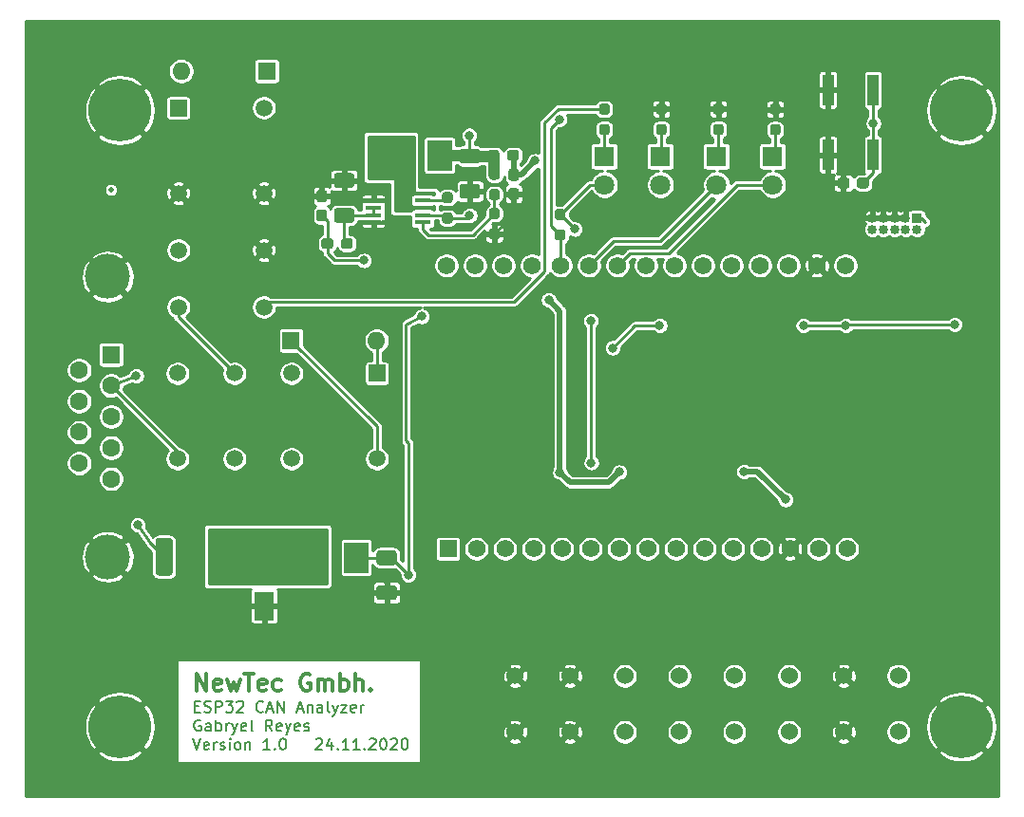
<source format=gbr>
%TF.GenerationSoftware,KiCad,Pcbnew,(5.1.6)-1*%
%TF.CreationDate,2020-11-25T15:36:35+01:00*%
%TF.ProjectId,Board,426f6172-642e-46b6-9963-61645f706362,rev?*%
%TF.SameCoordinates,Original*%
%TF.FileFunction,Copper,L1,Top*%
%TF.FilePolarity,Positive*%
%FSLAX46Y46*%
G04 Gerber Fmt 4.6, Leading zero omitted, Abs format (unit mm)*
G04 Created by KiCad (PCBNEW (5.1.6)-1) date 2020-11-25 15:36:35*
%MOMM*%
%LPD*%
G01*
G04 APERTURE LIST*
%TA.AperFunction,NonConductor*%
%ADD10C,0.150000*%
%TD*%
%TA.AperFunction,NonConductor*%
%ADD11C,0.300000*%
%TD*%
%TA.AperFunction,SMDPad,CuDef*%
%ADD12C,0.500000*%
%TD*%
%TA.AperFunction,ComponentPad*%
%ADD13C,5.600000*%
%TD*%
%TA.AperFunction,ComponentPad*%
%ADD14O,1.600000X1.600000*%
%TD*%
%TA.AperFunction,ComponentPad*%
%ADD15R,1.600000X1.600000*%
%TD*%
%TA.AperFunction,ComponentPad*%
%ADD16R,1.560000X1.560000*%
%TD*%
%TA.AperFunction,ComponentPad*%
%ADD17C,1.560000*%
%TD*%
%TA.AperFunction,ComponentPad*%
%ADD18C,4.000000*%
%TD*%
%TA.AperFunction,ComponentPad*%
%ADD19C,1.600000*%
%TD*%
%TA.AperFunction,ComponentPad*%
%ADD20C,1.524000*%
%TD*%
%TA.AperFunction,ComponentPad*%
%ADD21R,1.508000X1.508000*%
%TD*%
%TA.AperFunction,ComponentPad*%
%ADD22C,1.508000*%
%TD*%
%TA.AperFunction,SMDPad,CuDef*%
%ADD23R,2.200000X2.750000*%
%TD*%
%TA.AperFunction,SMDPad,CuDef*%
%ADD24R,1.450000X0.450000*%
%TD*%
%TA.AperFunction,SMDPad,CuDef*%
%ADD25R,1.800000X2.500000*%
%TD*%
%TA.AperFunction,ComponentPad*%
%ADD26R,1.800000X1.800000*%
%TD*%
%TA.AperFunction,ComponentPad*%
%ADD27C,1.800000*%
%TD*%
%TA.AperFunction,SMDPad,CuDef*%
%ADD28R,1.000000X2.800000*%
%TD*%
%TA.AperFunction,ComponentPad*%
%ADD29R,0.850000X0.850000*%
%TD*%
%TA.AperFunction,ComponentPad*%
%ADD30O,0.850000X0.850000*%
%TD*%
%TA.AperFunction,ViaPad*%
%ADD31C,0.800000*%
%TD*%
%TA.AperFunction,Conductor*%
%ADD32C,0.250000*%
%TD*%
%TA.AperFunction,Conductor*%
%ADD33C,0.500000*%
%TD*%
%TA.AperFunction,Conductor*%
%ADD34C,1.000000*%
%TD*%
%TA.AperFunction,Conductor*%
%ADD35C,0.254000*%
%TD*%
G04 APERTURE END LIST*
D10*
X54349523Y-122802380D02*
X54682856Y-123802380D01*
X55016190Y-122802380D01*
X55730475Y-123754761D02*
X55635237Y-123802380D01*
X55444761Y-123802380D01*
X55349523Y-123754761D01*
X55301904Y-123659523D01*
X55301904Y-123278571D01*
X55349523Y-123183333D01*
X55444761Y-123135714D01*
X55635237Y-123135714D01*
X55730475Y-123183333D01*
X55778094Y-123278571D01*
X55778094Y-123373809D01*
X55301904Y-123469047D01*
X56206666Y-123802380D02*
X56206666Y-123135714D01*
X56206666Y-123326190D02*
X56254285Y-123230952D01*
X56301904Y-123183333D01*
X56397142Y-123135714D01*
X56492380Y-123135714D01*
X56778094Y-123754761D02*
X56873332Y-123802380D01*
X57063809Y-123802380D01*
X57159047Y-123754761D01*
X57206666Y-123659523D01*
X57206666Y-123611904D01*
X57159047Y-123516666D01*
X57063809Y-123469047D01*
X56920951Y-123469047D01*
X56825713Y-123421428D01*
X56778094Y-123326190D01*
X56778094Y-123278571D01*
X56825713Y-123183333D01*
X56920951Y-123135714D01*
X57063809Y-123135714D01*
X57159047Y-123183333D01*
X57635237Y-123802380D02*
X57635237Y-123135714D01*
X57635237Y-122802380D02*
X57587618Y-122850000D01*
X57635237Y-122897619D01*
X57682856Y-122850000D01*
X57635237Y-122802380D01*
X57635237Y-122897619D01*
X58254285Y-123802380D02*
X58159047Y-123754761D01*
X58111428Y-123707142D01*
X58063809Y-123611904D01*
X58063809Y-123326190D01*
X58111428Y-123230952D01*
X58159047Y-123183333D01*
X58254285Y-123135714D01*
X58397142Y-123135714D01*
X58492380Y-123183333D01*
X58539999Y-123230952D01*
X58587618Y-123326190D01*
X58587618Y-123611904D01*
X58539999Y-123707142D01*
X58492380Y-123754761D01*
X58397142Y-123802380D01*
X58254285Y-123802380D01*
X59016190Y-123135714D02*
X59016190Y-123802380D01*
X59016190Y-123230952D02*
X59063809Y-123183333D01*
X59159047Y-123135714D01*
X59301904Y-123135714D01*
X59397142Y-123183333D01*
X59444761Y-123278571D01*
X59444761Y-123802380D01*
X61206666Y-123802380D02*
X60635237Y-123802380D01*
X60920951Y-123802380D02*
X60920951Y-122802380D01*
X60825713Y-122945238D01*
X60730475Y-123040476D01*
X60635237Y-123088095D01*
X61635237Y-123707142D02*
X61682856Y-123754761D01*
X61635237Y-123802380D01*
X61587618Y-123754761D01*
X61635237Y-123707142D01*
X61635237Y-123802380D01*
X62301904Y-122802380D02*
X62397142Y-122802380D01*
X62492380Y-122850000D01*
X62539999Y-122897619D01*
X62587618Y-122992857D01*
X62635237Y-123183333D01*
X62635237Y-123421428D01*
X62587618Y-123611904D01*
X62539999Y-123707142D01*
X62492380Y-123754761D01*
X62397142Y-123802380D01*
X62301904Y-123802380D01*
X62206666Y-123754761D01*
X62159047Y-123707142D01*
X62111428Y-123611904D01*
X62063809Y-123421428D01*
X62063809Y-123183333D01*
X62111428Y-122992857D01*
X62159047Y-122897619D01*
X62206666Y-122850000D01*
X62301904Y-122802380D01*
X65301904Y-122897619D02*
X65349523Y-122850000D01*
X65444761Y-122802380D01*
X65682856Y-122802380D01*
X65778094Y-122850000D01*
X65825713Y-122897619D01*
X65873332Y-122992857D01*
X65873332Y-123088095D01*
X65825713Y-123230952D01*
X65254285Y-123802380D01*
X65873332Y-123802380D01*
X66730475Y-123135714D02*
X66730475Y-123802380D01*
X66492380Y-122754761D02*
X66254285Y-123469047D01*
X66873332Y-123469047D01*
X67254285Y-123707142D02*
X67301904Y-123754761D01*
X67254285Y-123802380D01*
X67206666Y-123754761D01*
X67254285Y-123707142D01*
X67254285Y-123802380D01*
X68254285Y-123802380D02*
X67682856Y-123802380D01*
X67968571Y-123802380D02*
X67968571Y-122802380D01*
X67873332Y-122945238D01*
X67778094Y-123040476D01*
X67682856Y-123088095D01*
X69206666Y-123802380D02*
X68635237Y-123802380D01*
X68920951Y-123802380D02*
X68920951Y-122802380D01*
X68825713Y-122945238D01*
X68730475Y-123040476D01*
X68635237Y-123088095D01*
X69635237Y-123707142D02*
X69682856Y-123754761D01*
X69635237Y-123802380D01*
X69587618Y-123754761D01*
X69635237Y-123707142D01*
X69635237Y-123802380D01*
X70063809Y-122897619D02*
X70111428Y-122850000D01*
X70206666Y-122802380D01*
X70444761Y-122802380D01*
X70539999Y-122850000D01*
X70587618Y-122897619D01*
X70635237Y-122992857D01*
X70635237Y-123088095D01*
X70587618Y-123230952D01*
X70016190Y-123802380D01*
X70635237Y-123802380D01*
X71254285Y-122802380D02*
X71349523Y-122802380D01*
X71444761Y-122850000D01*
X71492380Y-122897619D01*
X71539999Y-122992857D01*
X71587618Y-123183333D01*
X71587618Y-123421428D01*
X71539999Y-123611904D01*
X71492380Y-123707142D01*
X71444761Y-123754761D01*
X71349523Y-123802380D01*
X71254285Y-123802380D01*
X71159047Y-123754761D01*
X71111428Y-123707142D01*
X71063809Y-123611904D01*
X71016190Y-123421428D01*
X71016190Y-123183333D01*
X71063809Y-122992857D01*
X71111428Y-122897619D01*
X71159047Y-122850000D01*
X71254285Y-122802380D01*
X71968570Y-122897619D02*
X72016190Y-122850000D01*
X72111428Y-122802380D01*
X72349523Y-122802380D01*
X72444761Y-122850000D01*
X72492380Y-122897619D01*
X72539999Y-122992857D01*
X72539999Y-123088095D01*
X72492380Y-123230952D01*
X71920951Y-123802380D01*
X72539999Y-123802380D01*
X73159047Y-122802380D02*
X73254285Y-122802380D01*
X73349523Y-122850000D01*
X73397142Y-122897619D01*
X73444761Y-122992857D01*
X73492380Y-123183333D01*
X73492380Y-123421428D01*
X73444761Y-123611904D01*
X73397142Y-123707142D01*
X73349523Y-123754761D01*
X73254285Y-123802380D01*
X73159047Y-123802380D01*
X73063809Y-123754761D01*
X73016190Y-123707142D01*
X72968570Y-123611904D01*
X72920951Y-123421428D01*
X72920951Y-123183333D01*
X72968570Y-122992857D01*
X73016190Y-122897619D01*
X73063809Y-122850000D01*
X73159047Y-122802380D01*
X54492380Y-119946904D02*
X54825713Y-119946904D01*
X54968571Y-120470713D02*
X54492380Y-120470713D01*
X54492380Y-119470713D01*
X54968571Y-119470713D01*
X55349523Y-120423094D02*
X55492380Y-120470713D01*
X55730475Y-120470713D01*
X55825713Y-120423094D01*
X55873332Y-120375475D01*
X55920951Y-120280237D01*
X55920951Y-120184999D01*
X55873332Y-120089761D01*
X55825713Y-120042142D01*
X55730475Y-119994523D01*
X55539999Y-119946904D01*
X55444761Y-119899285D01*
X55397142Y-119851666D01*
X55349523Y-119756428D01*
X55349523Y-119661190D01*
X55397142Y-119565952D01*
X55444761Y-119518333D01*
X55539999Y-119470713D01*
X55778094Y-119470713D01*
X55920951Y-119518333D01*
X56349523Y-120470713D02*
X56349523Y-119470713D01*
X56730475Y-119470713D01*
X56825713Y-119518333D01*
X56873332Y-119565952D01*
X56920951Y-119661190D01*
X56920951Y-119804047D01*
X56873332Y-119899285D01*
X56825713Y-119946904D01*
X56730475Y-119994523D01*
X56349523Y-119994523D01*
X57254285Y-119470713D02*
X57873332Y-119470713D01*
X57539999Y-119851666D01*
X57682856Y-119851666D01*
X57778094Y-119899285D01*
X57825713Y-119946904D01*
X57873332Y-120042142D01*
X57873332Y-120280237D01*
X57825713Y-120375475D01*
X57778094Y-120423094D01*
X57682856Y-120470713D01*
X57397142Y-120470713D01*
X57301904Y-120423094D01*
X57254285Y-120375475D01*
X58254285Y-119565952D02*
X58301904Y-119518333D01*
X58397142Y-119470713D01*
X58635237Y-119470713D01*
X58730475Y-119518333D01*
X58778094Y-119565952D01*
X58825713Y-119661190D01*
X58825713Y-119756428D01*
X58778094Y-119899285D01*
X58206666Y-120470713D01*
X58825713Y-120470713D01*
X60587618Y-120375475D02*
X60539999Y-120423094D01*
X60397142Y-120470713D01*
X60301904Y-120470713D01*
X60159047Y-120423094D01*
X60063809Y-120327856D01*
X60016190Y-120232618D01*
X59968571Y-120042142D01*
X59968571Y-119899285D01*
X60016190Y-119708809D01*
X60063809Y-119613571D01*
X60159047Y-119518333D01*
X60301904Y-119470713D01*
X60397142Y-119470713D01*
X60539999Y-119518333D01*
X60587618Y-119565952D01*
X60968571Y-120184999D02*
X61444761Y-120184999D01*
X60873332Y-120470713D02*
X61206666Y-119470713D01*
X61539999Y-120470713D01*
X61873332Y-120470713D02*
X61873332Y-119470713D01*
X62444761Y-120470713D01*
X62444761Y-119470713D01*
X63635237Y-120184999D02*
X64111428Y-120184999D01*
X63539999Y-120470713D02*
X63873332Y-119470713D01*
X64206666Y-120470713D01*
X64539999Y-119804047D02*
X64539999Y-120470713D01*
X64539999Y-119899285D02*
X64587618Y-119851666D01*
X64682856Y-119804047D01*
X64825713Y-119804047D01*
X64920951Y-119851666D01*
X64968570Y-119946904D01*
X64968570Y-120470713D01*
X65873332Y-120470713D02*
X65873332Y-119946904D01*
X65825713Y-119851666D01*
X65730475Y-119804047D01*
X65539999Y-119804047D01*
X65444761Y-119851666D01*
X65873332Y-120423094D02*
X65778094Y-120470713D01*
X65539999Y-120470713D01*
X65444761Y-120423094D01*
X65397142Y-120327856D01*
X65397142Y-120232618D01*
X65444761Y-120137380D01*
X65539999Y-120089761D01*
X65778094Y-120089761D01*
X65873332Y-120042142D01*
X66492380Y-120470713D02*
X66397142Y-120423094D01*
X66349523Y-120327856D01*
X66349523Y-119470713D01*
X66778094Y-119804047D02*
X67016190Y-120470713D01*
X67254285Y-119804047D02*
X67016190Y-120470713D01*
X66920951Y-120708809D01*
X66873332Y-120756428D01*
X66778094Y-120804047D01*
X67539999Y-119804047D02*
X68063809Y-119804047D01*
X67539999Y-120470713D01*
X68063809Y-120470713D01*
X68825713Y-120423094D02*
X68730475Y-120470713D01*
X68539999Y-120470713D01*
X68444761Y-120423094D01*
X68397142Y-120327856D01*
X68397142Y-119946904D01*
X68444761Y-119851666D01*
X68539999Y-119804047D01*
X68730475Y-119804047D01*
X68825713Y-119851666D01*
X68873332Y-119946904D01*
X68873332Y-120042142D01*
X68397142Y-120137380D01*
X69301904Y-120470713D02*
X69301904Y-119804047D01*
X69301904Y-119994523D02*
X69349523Y-119899285D01*
X69397142Y-119851666D01*
X69492380Y-119804047D01*
X69587618Y-119804047D01*
X55016190Y-121184166D02*
X54920952Y-121136546D01*
X54778095Y-121136546D01*
X54635238Y-121184166D01*
X54540000Y-121279404D01*
X54492381Y-121374642D01*
X54444762Y-121565118D01*
X54444762Y-121707975D01*
X54492381Y-121898451D01*
X54540000Y-121993689D01*
X54635238Y-122088927D01*
X54778095Y-122136546D01*
X54873333Y-122136546D01*
X55016190Y-122088927D01*
X55063809Y-122041308D01*
X55063809Y-121707975D01*
X54873333Y-121707975D01*
X55920952Y-122136546D02*
X55920952Y-121612737D01*
X55873333Y-121517499D01*
X55778095Y-121469880D01*
X55587619Y-121469880D01*
X55492381Y-121517499D01*
X55920952Y-122088927D02*
X55825714Y-122136546D01*
X55587619Y-122136546D01*
X55492381Y-122088927D01*
X55444762Y-121993689D01*
X55444762Y-121898451D01*
X55492381Y-121803213D01*
X55587619Y-121755594D01*
X55825714Y-121755594D01*
X55920952Y-121707975D01*
X56397143Y-122136546D02*
X56397143Y-121136546D01*
X56397143Y-121517499D02*
X56492381Y-121469880D01*
X56682857Y-121469880D01*
X56778095Y-121517499D01*
X56825714Y-121565118D01*
X56873333Y-121660356D01*
X56873333Y-121946070D01*
X56825714Y-122041308D01*
X56778095Y-122088927D01*
X56682857Y-122136546D01*
X56492381Y-122136546D01*
X56397143Y-122088927D01*
X57301905Y-122136546D02*
X57301905Y-121469880D01*
X57301905Y-121660356D02*
X57349524Y-121565118D01*
X57397143Y-121517499D01*
X57492381Y-121469880D01*
X57587619Y-121469880D01*
X57825714Y-121469880D02*
X58063809Y-122136546D01*
X58301905Y-121469880D02*
X58063809Y-122136546D01*
X57968571Y-122374642D01*
X57920952Y-122422261D01*
X57825714Y-122469880D01*
X59063810Y-122088927D02*
X58968571Y-122136546D01*
X58778095Y-122136546D01*
X58682857Y-122088927D01*
X58635238Y-121993689D01*
X58635238Y-121612737D01*
X58682857Y-121517499D01*
X58778095Y-121469880D01*
X58968571Y-121469880D01*
X59063810Y-121517499D01*
X59111429Y-121612737D01*
X59111429Y-121707975D01*
X58635238Y-121803213D01*
X59682857Y-122136546D02*
X59587619Y-122088927D01*
X59540000Y-121993689D01*
X59540000Y-121136546D01*
X61397143Y-122136546D02*
X61063809Y-121660356D01*
X60825714Y-122136546D02*
X60825714Y-121136546D01*
X61206667Y-121136546D01*
X61301905Y-121184166D01*
X61349524Y-121231785D01*
X61397143Y-121327023D01*
X61397143Y-121469880D01*
X61349524Y-121565118D01*
X61301905Y-121612737D01*
X61206667Y-121660356D01*
X60825714Y-121660356D01*
X62206667Y-122088927D02*
X62111429Y-122136546D01*
X61920952Y-122136546D01*
X61825714Y-122088927D01*
X61778095Y-121993689D01*
X61778095Y-121612737D01*
X61825714Y-121517499D01*
X61920952Y-121469880D01*
X62111429Y-121469880D01*
X62206667Y-121517499D01*
X62254286Y-121612737D01*
X62254286Y-121707975D01*
X61778095Y-121803213D01*
X62587619Y-121469880D02*
X62825714Y-122136546D01*
X63063810Y-121469880D02*
X62825714Y-122136546D01*
X62730476Y-122374642D01*
X62682857Y-122422261D01*
X62587619Y-122469880D01*
X63825714Y-122088927D02*
X63730476Y-122136546D01*
X63540000Y-122136546D01*
X63444762Y-122088927D01*
X63397143Y-121993689D01*
X63397143Y-121612737D01*
X63444762Y-121517499D01*
X63540000Y-121469880D01*
X63730476Y-121469880D01*
X63825714Y-121517499D01*
X63873333Y-121612737D01*
X63873333Y-121707975D01*
X63397143Y-121803213D01*
X64254286Y-122088927D02*
X64349524Y-122136546D01*
X64540000Y-122136546D01*
X64635238Y-122088927D01*
X64682857Y-121993689D01*
X64682857Y-121946070D01*
X64635238Y-121850832D01*
X64540000Y-121803213D01*
X64397143Y-121803213D01*
X64301905Y-121755594D01*
X64254286Y-121660356D01*
X64254286Y-121612737D01*
X64301905Y-121517499D01*
X64397143Y-121469880D01*
X64540000Y-121469880D01*
X64635238Y-121517499D01*
D11*
X54686429Y-118528571D02*
X54686429Y-117028571D01*
X55543571Y-118528571D01*
X55543571Y-117028571D01*
X56829286Y-118457142D02*
X56686429Y-118528571D01*
X56400714Y-118528571D01*
X56257857Y-118457142D01*
X56186429Y-118314285D01*
X56186429Y-117742857D01*
X56257857Y-117600000D01*
X56400714Y-117528571D01*
X56686429Y-117528571D01*
X56829286Y-117600000D01*
X56900714Y-117742857D01*
X56900714Y-117885714D01*
X56186429Y-118028571D01*
X57400714Y-117528571D02*
X57686429Y-118528571D01*
X57972143Y-117814285D01*
X58257857Y-118528571D01*
X58543571Y-117528571D01*
X58900714Y-117028571D02*
X59757857Y-117028571D01*
X59329286Y-118528571D02*
X59329286Y-117028571D01*
X60829286Y-118457142D02*
X60686429Y-118528571D01*
X60400714Y-118528571D01*
X60257857Y-118457142D01*
X60186429Y-118314285D01*
X60186429Y-117742857D01*
X60257857Y-117600000D01*
X60400714Y-117528571D01*
X60686429Y-117528571D01*
X60829286Y-117600000D01*
X60900714Y-117742857D01*
X60900714Y-117885714D01*
X60186429Y-118028571D01*
X62186429Y-118457142D02*
X62043571Y-118528571D01*
X61757857Y-118528571D01*
X61615000Y-118457142D01*
X61543571Y-118385714D01*
X61472143Y-118242857D01*
X61472143Y-117814285D01*
X61543571Y-117671428D01*
X61615000Y-117600000D01*
X61757857Y-117528571D01*
X62043571Y-117528571D01*
X62186429Y-117600000D01*
X64757857Y-117100000D02*
X64615000Y-117028571D01*
X64400714Y-117028571D01*
X64186429Y-117100000D01*
X64043571Y-117242857D01*
X63972143Y-117385714D01*
X63900714Y-117671428D01*
X63900714Y-117885714D01*
X63972143Y-118171428D01*
X64043571Y-118314285D01*
X64186429Y-118457142D01*
X64400714Y-118528571D01*
X64543571Y-118528571D01*
X64757857Y-118457142D01*
X64829286Y-118385714D01*
X64829286Y-117885714D01*
X64543571Y-117885714D01*
X65472143Y-118528571D02*
X65472143Y-117528571D01*
X65472143Y-117671428D02*
X65543571Y-117600000D01*
X65686429Y-117528571D01*
X65900714Y-117528571D01*
X66043571Y-117600000D01*
X66115000Y-117742857D01*
X66115000Y-118528571D01*
X66115000Y-117742857D02*
X66186429Y-117600000D01*
X66329286Y-117528571D01*
X66543571Y-117528571D01*
X66686429Y-117600000D01*
X66757857Y-117742857D01*
X66757857Y-118528571D01*
X67472143Y-118528571D02*
X67472143Y-117028571D01*
X67472143Y-117600000D02*
X67615000Y-117528571D01*
X67900714Y-117528571D01*
X68043571Y-117600000D01*
X68115000Y-117671428D01*
X68186429Y-117814285D01*
X68186429Y-118242857D01*
X68115000Y-118385714D01*
X68043571Y-118457142D01*
X67900714Y-118528571D01*
X67615000Y-118528571D01*
X67472143Y-118457142D01*
X68829286Y-118528571D02*
X68829286Y-117028571D01*
X69472143Y-118528571D02*
X69472143Y-117742857D01*
X69400714Y-117600000D01*
X69257857Y-117528571D01*
X69043571Y-117528571D01*
X68900714Y-117600000D01*
X68829286Y-117671428D01*
X70186429Y-118385714D02*
X70257857Y-118457142D01*
X70186429Y-118528571D01*
X70115000Y-118457142D01*
X70186429Y-118385714D01*
X70186429Y-118528571D01*
D12*
%TO.P,FID1,*%
%TO.N,*%
X47040000Y-73850000D03*
%TD*%
D13*
%TO.P,MH4,1*%
%TO.N,GND*%
X122840000Y-121750000D03*
%TD*%
%TO.P,MH3,1*%
%TO.N,GND*%
X122840000Y-66750000D03*
%TD*%
%TO.P,MH2,1*%
%TO.N,GND*%
X47840000Y-66750000D03*
%TD*%
%TO.P,MH1,1*%
%TO.N,GND*%
X47840000Y-121750000D03*
%TD*%
D14*
%TO.P,D9,2*%
%TO.N,Net-(D7-Pad2)*%
X70710000Y-87300000D03*
D15*
%TO.P,D9,1*%
%TO.N,+5V*%
X63090000Y-87300000D03*
%TD*%
D16*
%TO.P,U2,1*%
%TO.N,N/C*%
X77070000Y-105870000D03*
D17*
%TO.P,U2,2*%
X79610000Y-105870000D03*
%TO.P,U2,19*%
X84563000Y-80597000D03*
%TO.P,U2,3*%
X82150000Y-105870000D03*
%TO.P,U2,4*%
X84690000Y-105870000D03*
%TO.P,U2,5*%
%TO.N,/MCU/OBD_Voltage_Check*%
X87230000Y-105870000D03*
%TO.P,U2,6*%
%TO.N,/Connector/~OBD~\u005CCAN*%
X89770000Y-105870000D03*
%TO.P,U2,7*%
%TO.N,/MCU/GPIO_4*%
X92310000Y-105870000D03*
%TO.P,U2,8*%
%TO.N,/MCU/GPIO_3*%
X94850000Y-105870000D03*
%TO.P,U2,9*%
%TO.N,/MCU/GPIO_2*%
X97390000Y-105870000D03*
%TO.P,U2,10*%
%TO.N,/MCU/GPIO_1*%
X99930000Y-105870000D03*
%TO.P,U2,11*%
%TO.N,/MCU/MTMS*%
X102470000Y-105870000D03*
%TO.P,U2,12*%
%TO.N,/MCU/MTDI*%
X105010000Y-105870000D03*
%TO.P,U2,13*%
%TO.N,GND*%
X107550000Y-105870000D03*
%TO.P,U2,14*%
%TO.N,/MCU/MTCK*%
X110090000Y-105870000D03*
%TO.P,U2,15*%
%TO.N,Net-(C12-Pad1)*%
X112630000Y-105870000D03*
%TO.P,U2,16*%
%TO.N,N/C*%
X76943000Y-80597000D03*
%TO.P,U2,17*%
X79483000Y-80597000D03*
%TO.P,U2,18*%
X82023000Y-80597000D03*
%TO.P,U2,20*%
%TO.N,/MCU/WiFi_Mode*%
X87103000Y-80597000D03*
%TO.P,U2,21*%
%TO.N,/MCU/Indicator_AP_Mode*%
X89643000Y-80597000D03*
%TO.P,U2,22*%
%TO.N,/MCU/Indicator_STA_Mode*%
X92183000Y-80597000D03*
%TO.P,U2,23*%
%TO.N,/CAN_Transceiver/CAN_Rx*%
X94723000Y-80597000D03*
%TO.P,U2,24*%
%TO.N,N/C*%
X97263000Y-80597000D03*
%TO.P,U2,25*%
X99803000Y-80597000D03*
%TO.P,U2,26*%
%TO.N,/CAN_Transceiver/CAN_Tx*%
X102343000Y-80597000D03*
%TO.P,U2,27*%
%TO.N,/MCU/Indicator_Error*%
X104883000Y-80597000D03*
%TO.P,U2,28*%
%TO.N,/MCU/MTDO*%
X107423000Y-80597000D03*
%TO.P,U2,29*%
%TO.N,GND*%
X109963000Y-80597000D03*
%TO.P,U2,30*%
%TO.N,+3V3*%
X112503000Y-80597000D03*
%TD*%
D18*
%TO.P,J3,0*%
%TO.N,GND*%
X46740000Y-106590000D03*
X46740000Y-81590000D03*
D19*
%TO.P,J3,9*%
%TO.N,/Connector/OBD_VDD*%
X44200000Y-98245000D03*
%TO.P,J3,8*%
%TO.N,N/C*%
X44200000Y-95475000D03*
%TO.P,J3,7*%
%TO.N,/Connector/Pin_7*%
X44200000Y-92705000D03*
%TO.P,J3,6*%
%TO.N,N/C*%
X44200000Y-89935000D03*
%TO.P,J3,5*%
%TO.N,/Connector/Pin_5*%
X47040000Y-99630000D03*
%TO.P,J3,4*%
%TO.N,N/C*%
X47040000Y-96860000D03*
%TO.P,J3,3*%
%TO.N,/Connector/Pin_3*%
X47040000Y-94090000D03*
%TO.P,J3,2*%
%TO.N,/Connector/Pin_2*%
X47040000Y-91320000D03*
D15*
%TO.P,J3,1*%
%TO.N,N/C*%
X47040000Y-88550000D03*
%TD*%
D20*
%TO.P,J1,8*%
%TO.N,GND*%
X83070000Y-117220000D03*
%TO.P,J1,7*%
X87950000Y-117220000D03*
%TO.P,J1,6*%
%TO.N,/MCU/GPIO_4*%
X92830000Y-117220000D03*
%TO.P,J1,5*%
%TO.N,/MCU/GPIO_3*%
X97710000Y-117220000D03*
%TO.P,J1,4*%
%TO.N,/MCU/GPIO_2*%
X102590000Y-117220000D03*
%TO.P,J1,3*%
%TO.N,/MCU/GPIO_1*%
X107470000Y-117220000D03*
%TO.P,J1,2*%
%TO.N,GND*%
X112350000Y-117220000D03*
%TO.P,J1,1*%
%TO.N,+3V3*%
X117230000Y-117220000D03*
%TO.P,J1,8*%
%TO.N,GND*%
X83070000Y-122220000D03*
%TO.P,J1,7*%
X87950000Y-122220000D03*
%TO.P,J1,6*%
%TO.N,/MCU/GPIO_4*%
X92830000Y-122220000D03*
%TO.P,J1,5*%
%TO.N,/MCU/GPIO_3*%
X97710000Y-122220000D03*
%TO.P,J1,4*%
%TO.N,/MCU/GPIO_2*%
X102590000Y-122220000D03*
%TO.P,J1,3*%
%TO.N,/MCU/GPIO_1*%
X107470000Y-122220000D03*
%TO.P,J1,2*%
%TO.N,GND*%
X112350000Y-122220000D03*
%TO.P,J1,1*%
%TO.N,+3V3*%
X117230000Y-122220000D03*
%TD*%
D21*
%TO.P,K2,1*%
%TO.N,Net-(D7-Pad2)*%
X70740000Y-90230000D03*
D22*
%TO.P,K2,16*%
%TO.N,+5V*%
X70740000Y-97850000D03*
%TO.P,K2,13*%
%TO.N,/CAN_Transceiver/BUS_L*%
X63120000Y-97850000D03*
%TO.P,K2,4*%
%TO.N,/CAN_Transceiver/BUS_H*%
X63120000Y-90230000D03*
%TO.P,K2,6*%
%TO.N,/Connector/Pin_3*%
X58040000Y-90230000D03*
%TO.P,K2,11*%
%TO.N,/Connector/Pin_5*%
X58040000Y-97850000D03*
%TO.P,K2,9*%
%TO.N,/Connector/Pin_2*%
X52960000Y-97850000D03*
%TO.P,K2,8*%
%TO.N,/Connector/Pin_7*%
X52960000Y-90230000D03*
%TD*%
D23*
%TO.P,L1,2*%
%TO.N,Net-(C3-Pad1)*%
X76320000Y-70770000D03*
%TO.P,L1,1*%
%TO.N,Net-(L1-Pad1)*%
X71620000Y-70770000D03*
%TD*%
%TO.P,L3,1*%
%TO.N,Net-(C16-Pad1)*%
X68890000Y-106670000D03*
%TO.P,L3,2*%
%TO.N,Net-(D8-Pad1)*%
X64190000Y-106670000D03*
%TD*%
D24*
%TO.P,U1,8*%
%TO.N,Net-(R3-Pad2)*%
X74820000Y-74795000D03*
%TO.P,U1,7*%
%TO.N,Net-(L1-Pad1)*%
X74820000Y-75445000D03*
%TO.P,U1,6*%
%TO.N,Net-(C3-Pad1)*%
X74820000Y-76095000D03*
%TO.P,U1,5*%
%TO.N,Net-(R19-Pad2)*%
X74820000Y-76745000D03*
%TO.P,U1,4*%
%TO.N,GND*%
X70420000Y-76745000D03*
%TO.P,U1,3*%
%TO.N,Net-(C2-Pad1)*%
X70420000Y-76095000D03*
%TO.P,U1,2*%
X70420000Y-75445000D03*
%TO.P,U1,1*%
%TO.N,GND*%
X70420000Y-74795000D03*
%TD*%
%TO.P,R20,2*%
%TO.N,GND*%
%TA.AperFunction,SMDPad,CuDef*%
G36*
G01*
X80971500Y-77295000D02*
X81446500Y-77295000D01*
G75*
G02*
X81684000Y-77532500I0J-237500D01*
G01*
X81684000Y-78032500D01*
G75*
G02*
X81446500Y-78270000I-237500J0D01*
G01*
X80971500Y-78270000D01*
G75*
G02*
X80734000Y-78032500I0J237500D01*
G01*
X80734000Y-77532500D01*
G75*
G02*
X80971500Y-77295000I237500J0D01*
G01*
G37*
%TD.AperFunction*%
%TO.P,R20,1*%
%TO.N,Net-(R19-Pad2)*%
%TA.AperFunction,SMDPad,CuDef*%
G36*
G01*
X80971500Y-75470000D02*
X81446500Y-75470000D01*
G75*
G02*
X81684000Y-75707500I0J-237500D01*
G01*
X81684000Y-76207500D01*
G75*
G02*
X81446500Y-76445000I-237500J0D01*
G01*
X80971500Y-76445000D01*
G75*
G02*
X80734000Y-76207500I0J237500D01*
G01*
X80734000Y-75707500D01*
G75*
G02*
X80971500Y-75470000I237500J0D01*
G01*
G37*
%TD.AperFunction*%
%TD*%
%TO.P,R19,2*%
%TO.N,Net-(R19-Pad2)*%
%TA.AperFunction,SMDPad,CuDef*%
G36*
G01*
X80971500Y-73795000D02*
X81446500Y-73795000D01*
G75*
G02*
X81684000Y-74032500I0J-237500D01*
G01*
X81684000Y-74532500D01*
G75*
G02*
X81446500Y-74770000I-237500J0D01*
G01*
X80971500Y-74770000D01*
G75*
G02*
X80734000Y-74532500I0J237500D01*
G01*
X80734000Y-74032500D01*
G75*
G02*
X80971500Y-73795000I237500J0D01*
G01*
G37*
%TD.AperFunction*%
%TO.P,R19,1*%
%TO.N,Net-(C3-Pad1)*%
%TA.AperFunction,SMDPad,CuDef*%
G36*
G01*
X80971500Y-71970000D02*
X81446500Y-71970000D01*
G75*
G02*
X81684000Y-72207500I0J-237500D01*
G01*
X81684000Y-72707500D01*
G75*
G02*
X81446500Y-72945000I-237500J0D01*
G01*
X80971500Y-72945000D01*
G75*
G02*
X80734000Y-72707500I0J237500D01*
G01*
X80734000Y-72207500D01*
G75*
G02*
X80971500Y-71970000I237500J0D01*
G01*
G37*
%TD.AperFunction*%
%TD*%
%TO.P,R16,2*%
%TO.N,/Connector/CAN_Mode*%
%TA.AperFunction,SMDPad,CuDef*%
G36*
G01*
X91247500Y-67135000D02*
X90772500Y-67135000D01*
G75*
G02*
X90535000Y-66897500I0J237500D01*
G01*
X90535000Y-66397500D01*
G75*
G02*
X90772500Y-66160000I237500J0D01*
G01*
X91247500Y-66160000D01*
G75*
G02*
X91485000Y-66397500I0J-237500D01*
G01*
X91485000Y-66897500D01*
G75*
G02*
X91247500Y-67135000I-237500J0D01*
G01*
G37*
%TD.AperFunction*%
%TO.P,R16,1*%
%TO.N,Net-(D6-Pad1)*%
%TA.AperFunction,SMDPad,CuDef*%
G36*
G01*
X91247500Y-68960000D02*
X90772500Y-68960000D01*
G75*
G02*
X90535000Y-68722500I0J237500D01*
G01*
X90535000Y-68222500D01*
G75*
G02*
X90772500Y-67985000I237500J0D01*
G01*
X91247500Y-67985000D01*
G75*
G02*
X91485000Y-68222500I0J-237500D01*
G01*
X91485000Y-68722500D01*
G75*
G02*
X91247500Y-68960000I-237500J0D01*
G01*
G37*
%TD.AperFunction*%
%TD*%
%TO.P,R15,2*%
%TO.N,GND*%
%TA.AperFunction,SMDPad,CuDef*%
G36*
G01*
X106477500Y-67142500D02*
X106002500Y-67142500D01*
G75*
G02*
X105765000Y-66905000I0J237500D01*
G01*
X105765000Y-66405000D01*
G75*
G02*
X106002500Y-66167500I237500J0D01*
G01*
X106477500Y-66167500D01*
G75*
G02*
X106715000Y-66405000I0J-237500D01*
G01*
X106715000Y-66905000D01*
G75*
G02*
X106477500Y-67142500I-237500J0D01*
G01*
G37*
%TD.AperFunction*%
%TO.P,R15,1*%
%TO.N,Net-(D5-Pad1)*%
%TA.AperFunction,SMDPad,CuDef*%
G36*
G01*
X106477500Y-68967500D02*
X106002500Y-68967500D01*
G75*
G02*
X105765000Y-68730000I0J237500D01*
G01*
X105765000Y-68230000D01*
G75*
G02*
X106002500Y-67992500I237500J0D01*
G01*
X106477500Y-67992500D01*
G75*
G02*
X106715000Y-68230000I0J-237500D01*
G01*
X106715000Y-68730000D01*
G75*
G02*
X106477500Y-68967500I-237500J0D01*
G01*
G37*
%TD.AperFunction*%
%TD*%
%TO.P,R14,2*%
%TO.N,GND*%
%TA.AperFunction,SMDPad,CuDef*%
G36*
G01*
X101407500Y-67132500D02*
X100932500Y-67132500D01*
G75*
G02*
X100695000Y-66895000I0J237500D01*
G01*
X100695000Y-66395000D01*
G75*
G02*
X100932500Y-66157500I237500J0D01*
G01*
X101407500Y-66157500D01*
G75*
G02*
X101645000Y-66395000I0J-237500D01*
G01*
X101645000Y-66895000D01*
G75*
G02*
X101407500Y-67132500I-237500J0D01*
G01*
G37*
%TD.AperFunction*%
%TO.P,R14,1*%
%TO.N,Net-(D4-Pad1)*%
%TA.AperFunction,SMDPad,CuDef*%
G36*
G01*
X101407500Y-68957500D02*
X100932500Y-68957500D01*
G75*
G02*
X100695000Y-68720000I0J237500D01*
G01*
X100695000Y-68220000D01*
G75*
G02*
X100932500Y-67982500I237500J0D01*
G01*
X101407500Y-67982500D01*
G75*
G02*
X101645000Y-68220000I0J-237500D01*
G01*
X101645000Y-68720000D01*
G75*
G02*
X101407500Y-68957500I-237500J0D01*
G01*
G37*
%TD.AperFunction*%
%TD*%
%TO.P,R13,2*%
%TO.N,GND*%
%TA.AperFunction,SMDPad,CuDef*%
G36*
G01*
X96327500Y-67132500D02*
X95852500Y-67132500D01*
G75*
G02*
X95615000Y-66895000I0J237500D01*
G01*
X95615000Y-66395000D01*
G75*
G02*
X95852500Y-66157500I237500J0D01*
G01*
X96327500Y-66157500D01*
G75*
G02*
X96565000Y-66395000I0J-237500D01*
G01*
X96565000Y-66895000D01*
G75*
G02*
X96327500Y-67132500I-237500J0D01*
G01*
G37*
%TD.AperFunction*%
%TO.P,R13,1*%
%TO.N,Net-(D3-Pad1)*%
%TA.AperFunction,SMDPad,CuDef*%
G36*
G01*
X96327500Y-68957500D02*
X95852500Y-68957500D01*
G75*
G02*
X95615000Y-68720000I0J237500D01*
G01*
X95615000Y-68220000D01*
G75*
G02*
X95852500Y-67982500I237500J0D01*
G01*
X96327500Y-67982500D01*
G75*
G02*
X96565000Y-68220000I0J-237500D01*
G01*
X96565000Y-68720000D01*
G75*
G02*
X96327500Y-68957500I-237500J0D01*
G01*
G37*
%TD.AperFunction*%
%TD*%
%TO.P,R8,2*%
%TO.N,/MCU/WiFi_Mode*%
%TA.AperFunction,SMDPad,CuDef*%
G36*
G01*
X86822500Y-77385000D02*
X87297500Y-77385000D01*
G75*
G02*
X87535000Y-77622500I0J-237500D01*
G01*
X87535000Y-78122500D01*
G75*
G02*
X87297500Y-78360000I-237500J0D01*
G01*
X86822500Y-78360000D01*
G75*
G02*
X86585000Y-78122500I0J237500D01*
G01*
X86585000Y-77622500D01*
G75*
G02*
X86822500Y-77385000I237500J0D01*
G01*
G37*
%TD.AperFunction*%
%TO.P,R8,1*%
%TO.N,+3V3*%
%TA.AperFunction,SMDPad,CuDef*%
G36*
G01*
X86822500Y-75560000D02*
X87297500Y-75560000D01*
G75*
G02*
X87535000Y-75797500I0J-237500D01*
G01*
X87535000Y-76297500D01*
G75*
G02*
X87297500Y-76535000I-237500J0D01*
G01*
X86822500Y-76535000D01*
G75*
G02*
X86585000Y-76297500I0J237500D01*
G01*
X86585000Y-75797500D01*
G75*
G02*
X86822500Y-75560000I237500J0D01*
G01*
G37*
%TD.AperFunction*%
%TD*%
%TO.P,R3,2*%
%TO.N,Net-(R3-Pad2)*%
%TA.AperFunction,SMDPad,CuDef*%
G36*
G01*
X77257500Y-75032500D02*
X76782500Y-75032500D01*
G75*
G02*
X76545000Y-74795000I0J237500D01*
G01*
X76545000Y-74295000D01*
G75*
G02*
X76782500Y-74057500I237500J0D01*
G01*
X77257500Y-74057500D01*
G75*
G02*
X77495000Y-74295000I0J-237500D01*
G01*
X77495000Y-74795000D01*
G75*
G02*
X77257500Y-75032500I-237500J0D01*
G01*
G37*
%TD.AperFunction*%
%TO.P,R3,1*%
%TO.N,Net-(C3-Pad1)*%
%TA.AperFunction,SMDPad,CuDef*%
G36*
G01*
X77257500Y-76857500D02*
X76782500Y-76857500D01*
G75*
G02*
X76545000Y-76620000I0J237500D01*
G01*
X76545000Y-76120000D01*
G75*
G02*
X76782500Y-75882500I237500J0D01*
G01*
X77257500Y-75882500D01*
G75*
G02*
X77495000Y-76120000I0J-237500D01*
G01*
X77495000Y-76620000D01*
G75*
G02*
X77257500Y-76857500I-237500J0D01*
G01*
G37*
%TD.AperFunction*%
%TD*%
%TO.P,C10,2*%
%TO.N,GND*%
%TA.AperFunction,SMDPad,CuDef*%
G36*
G01*
X82682500Y-73695000D02*
X83157500Y-73695000D01*
G75*
G02*
X83395000Y-73932500I0J-237500D01*
G01*
X83395000Y-74532500D01*
G75*
G02*
X83157500Y-74770000I-237500J0D01*
G01*
X82682500Y-74770000D01*
G75*
G02*
X82445000Y-74532500I0J237500D01*
G01*
X82445000Y-73932500D01*
G75*
G02*
X82682500Y-73695000I237500J0D01*
G01*
G37*
%TD.AperFunction*%
%TO.P,C10,1*%
%TO.N,+5V*%
%TA.AperFunction,SMDPad,CuDef*%
G36*
G01*
X82682500Y-71970000D02*
X83157500Y-71970000D01*
G75*
G02*
X83395000Y-72207500I0J-237500D01*
G01*
X83395000Y-72807500D01*
G75*
G02*
X83157500Y-73045000I-237500J0D01*
G01*
X82682500Y-73045000D01*
G75*
G02*
X82445000Y-72807500I0J237500D01*
G01*
X82445000Y-72207500D01*
G75*
G02*
X82682500Y-71970000I237500J0D01*
G01*
G37*
%TD.AperFunction*%
%TD*%
%TO.P,C9,2*%
%TO.N,GND*%
%TA.AperFunction,SMDPad,CuDef*%
G36*
G01*
X66047500Y-74952500D02*
X65572500Y-74952500D01*
G75*
G02*
X65335000Y-74715000I0J237500D01*
G01*
X65335000Y-74115000D01*
G75*
G02*
X65572500Y-73877500I237500J0D01*
G01*
X66047500Y-73877500D01*
G75*
G02*
X66285000Y-74115000I0J-237500D01*
G01*
X66285000Y-74715000D01*
G75*
G02*
X66047500Y-74952500I-237500J0D01*
G01*
G37*
%TD.AperFunction*%
%TO.P,C9,1*%
%TO.N,Net-(C16-Pad1)*%
%TA.AperFunction,SMDPad,CuDef*%
G36*
G01*
X66047500Y-76677500D02*
X65572500Y-76677500D01*
G75*
G02*
X65335000Y-76440000I0J237500D01*
G01*
X65335000Y-75840000D01*
G75*
G02*
X65572500Y-75602500I237500J0D01*
G01*
X66047500Y-75602500D01*
G75*
G02*
X66285000Y-75840000I0J-237500D01*
G01*
X66285000Y-76440000D01*
G75*
G02*
X66047500Y-76677500I-237500J0D01*
G01*
G37*
%TD.AperFunction*%
%TD*%
%TO.P,C8,2*%
%TO.N,GND*%
%TA.AperFunction,SMDPad,CuDef*%
G36*
G01*
X112855000Y-73012500D02*
X112855000Y-73487500D01*
G75*
G02*
X112617500Y-73725000I-237500J0D01*
G01*
X112017500Y-73725000D01*
G75*
G02*
X111780000Y-73487500I0J237500D01*
G01*
X111780000Y-73012500D01*
G75*
G02*
X112017500Y-72775000I237500J0D01*
G01*
X112617500Y-72775000D01*
G75*
G02*
X112855000Y-73012500I0J-237500D01*
G01*
G37*
%TD.AperFunction*%
%TO.P,C8,1*%
%TO.N,/MCU/WiFi_Mode*%
%TA.AperFunction,SMDPad,CuDef*%
G36*
G01*
X114580000Y-73012500D02*
X114580000Y-73487500D01*
G75*
G02*
X114342500Y-73725000I-237500J0D01*
G01*
X113742500Y-73725000D01*
G75*
G02*
X113505000Y-73487500I0J237500D01*
G01*
X113505000Y-73012500D01*
G75*
G02*
X113742500Y-72775000I237500J0D01*
G01*
X114342500Y-72775000D01*
G75*
G02*
X114580000Y-73012500I0J-237500D01*
G01*
G37*
%TD.AperFunction*%
%TD*%
%TO.P,FB2,2*%
%TO.N,Net-(C3-Pad1)*%
%TA.AperFunction,SMDPad,CuDef*%
G36*
G01*
X81645000Y-70532500D02*
X81645000Y-71007500D01*
G75*
G02*
X81407500Y-71245000I-237500J0D01*
G01*
X80832500Y-71245000D01*
G75*
G02*
X80595000Y-71007500I0J237500D01*
G01*
X80595000Y-70532500D01*
G75*
G02*
X80832500Y-70295000I237500J0D01*
G01*
X81407500Y-70295000D01*
G75*
G02*
X81645000Y-70532500I0J-237500D01*
G01*
G37*
%TD.AperFunction*%
%TO.P,FB2,1*%
%TO.N,+5V*%
%TA.AperFunction,SMDPad,CuDef*%
G36*
G01*
X83395000Y-70532500D02*
X83395000Y-71007500D01*
G75*
G02*
X83157500Y-71245000I-237500J0D01*
G01*
X82582500Y-71245000D01*
G75*
G02*
X82345000Y-71007500I0J237500D01*
G01*
X82345000Y-70532500D01*
G75*
G02*
X82582500Y-70295000I237500J0D01*
G01*
X83157500Y-70295000D01*
G75*
G02*
X83395000Y-70532500I0J-237500D01*
G01*
G37*
%TD.AperFunction*%
%TD*%
%TO.P,FB1,2*%
%TO.N,Net-(C16-Pad1)*%
%TA.AperFunction,SMDPad,CuDef*%
G36*
G01*
X66835000Y-78402500D02*
X66835000Y-78877500D01*
G75*
G02*
X66597500Y-79115000I-237500J0D01*
G01*
X66022500Y-79115000D01*
G75*
G02*
X65785000Y-78877500I0J237500D01*
G01*
X65785000Y-78402500D01*
G75*
G02*
X66022500Y-78165000I237500J0D01*
G01*
X66597500Y-78165000D01*
G75*
G02*
X66835000Y-78402500I0J-237500D01*
G01*
G37*
%TD.AperFunction*%
%TO.P,FB1,1*%
%TO.N,Net-(C2-Pad1)*%
%TA.AperFunction,SMDPad,CuDef*%
G36*
G01*
X68585000Y-78402500D02*
X68585000Y-78877500D01*
G75*
G02*
X68347500Y-79115000I-237500J0D01*
G01*
X67772500Y-79115000D01*
G75*
G02*
X67535000Y-78877500I0J237500D01*
G01*
X67535000Y-78402500D01*
G75*
G02*
X67772500Y-78165000I237500J0D01*
G01*
X68347500Y-78165000D01*
G75*
G02*
X68585000Y-78402500I0J-237500D01*
G01*
G37*
%TD.AperFunction*%
%TD*%
%TO.P,C16,2*%
%TO.N,GND*%
%TA.AperFunction,SMDPad,CuDef*%
G36*
G01*
X70949999Y-109140000D02*
X72250001Y-109140000D01*
G75*
G02*
X72500000Y-109389999I0J-249999D01*
G01*
X72500000Y-110215001D01*
G75*
G02*
X72250001Y-110465000I-249999J0D01*
G01*
X70949999Y-110465000D01*
G75*
G02*
X70700000Y-110215001I0J249999D01*
G01*
X70700000Y-109389999D01*
G75*
G02*
X70949999Y-109140000I249999J0D01*
G01*
G37*
%TD.AperFunction*%
%TO.P,C16,1*%
%TO.N,Net-(C16-Pad1)*%
%TA.AperFunction,SMDPad,CuDef*%
G36*
G01*
X70949999Y-106015000D02*
X72250001Y-106015000D01*
G75*
G02*
X72500000Y-106264999I0J-249999D01*
G01*
X72500000Y-107090001D01*
G75*
G02*
X72250001Y-107340000I-249999J0D01*
G01*
X70949999Y-107340000D01*
G75*
G02*
X70700000Y-107090001I0J249999D01*
G01*
X70700000Y-106264999D01*
G75*
G02*
X70949999Y-106015000I249999J0D01*
G01*
G37*
%TD.AperFunction*%
%TD*%
%TO.P,C3,2*%
%TO.N,GND*%
%TA.AperFunction,SMDPad,CuDef*%
G36*
G01*
X78369999Y-73312500D02*
X79670001Y-73312500D01*
G75*
G02*
X79920000Y-73562499I0J-249999D01*
G01*
X79920000Y-74387501D01*
G75*
G02*
X79670001Y-74637500I-249999J0D01*
G01*
X78369999Y-74637500D01*
G75*
G02*
X78120000Y-74387501I0J249999D01*
G01*
X78120000Y-73562499D01*
G75*
G02*
X78369999Y-73312500I249999J0D01*
G01*
G37*
%TD.AperFunction*%
%TO.P,C3,1*%
%TO.N,Net-(C3-Pad1)*%
%TA.AperFunction,SMDPad,CuDef*%
G36*
G01*
X78369999Y-70187500D02*
X79670001Y-70187500D01*
G75*
G02*
X79920000Y-70437499I0J-249999D01*
G01*
X79920000Y-71262501D01*
G75*
G02*
X79670001Y-71512500I-249999J0D01*
G01*
X78369999Y-71512500D01*
G75*
G02*
X78120000Y-71262501I0J249999D01*
G01*
X78120000Y-70437499D01*
G75*
G02*
X78369999Y-70187500I249999J0D01*
G01*
G37*
%TD.AperFunction*%
%TD*%
%TO.P,C2,2*%
%TO.N,GND*%
%TA.AperFunction,SMDPad,CuDef*%
G36*
G01*
X68460001Y-73677500D02*
X67159999Y-73677500D01*
G75*
G02*
X66910000Y-73427501I0J249999D01*
G01*
X66910000Y-72602499D01*
G75*
G02*
X67159999Y-72352500I249999J0D01*
G01*
X68460001Y-72352500D01*
G75*
G02*
X68710000Y-72602499I0J-249999D01*
G01*
X68710000Y-73427501D01*
G75*
G02*
X68460001Y-73677500I-249999J0D01*
G01*
G37*
%TD.AperFunction*%
%TO.P,C2,1*%
%TO.N,Net-(C2-Pad1)*%
%TA.AperFunction,SMDPad,CuDef*%
G36*
G01*
X68460001Y-76802500D02*
X67159999Y-76802500D01*
G75*
G02*
X66910000Y-76552501I0J249999D01*
G01*
X66910000Y-75727499D01*
G75*
G02*
X67159999Y-75477500I249999J0D01*
G01*
X68460001Y-75477500D01*
G75*
G02*
X68710000Y-75727499I0J-249999D01*
G01*
X68710000Y-76552501D01*
G75*
G02*
X68460001Y-76802500I-249999J0D01*
G01*
G37*
%TD.AperFunction*%
%TD*%
%TO.P,F1,2*%
%TO.N,/Connector/OBD_VDD*%
%TA.AperFunction,SMDPad,CuDef*%
G36*
G01*
X52527500Y-105164999D02*
X52527500Y-108015001D01*
G75*
G02*
X52277501Y-108265000I-249999J0D01*
G01*
X51252499Y-108265000D01*
G75*
G02*
X51002500Y-108015001I0J249999D01*
G01*
X51002500Y-105164999D01*
G75*
G02*
X51252499Y-104915000I249999J0D01*
G01*
X52277501Y-104915000D01*
G75*
G02*
X52527500Y-105164999I0J-249999D01*
G01*
G37*
%TD.AperFunction*%
%TO.P,F1,1*%
%TO.N,Net-(D8-Pad1)*%
%TA.AperFunction,SMDPad,CuDef*%
G36*
G01*
X58502500Y-105164999D02*
X58502500Y-108015001D01*
G75*
G02*
X58252501Y-108265000I-249999J0D01*
G01*
X57227499Y-108265000D01*
G75*
G02*
X56977500Y-108015001I0J249999D01*
G01*
X56977500Y-105164999D01*
G75*
G02*
X57227499Y-104915000I249999J0D01*
G01*
X58252501Y-104915000D01*
G75*
G02*
X58502500Y-105164999I0J-249999D01*
G01*
G37*
%TD.AperFunction*%
%TD*%
D25*
%TO.P,D8,2*%
%TO.N,GND*%
X60700000Y-110990000D03*
%TO.P,D8,1*%
%TO.N,Net-(D8-Pad1)*%
X60700000Y-106990000D03*
%TD*%
D22*
%TO.P,K1,8*%
%TO.N,/Connector/Pin_3*%
X53030000Y-84310000D03*
%TO.P,K1,9*%
%TO.N,/Connector/CAN_Mode*%
X60650000Y-84310000D03*
%TO.P,K1,11*%
%TO.N,GND*%
X60650000Y-79230000D03*
%TO.P,K1,6*%
%TO.N,/Connector/Pin_2*%
X53030000Y-79230000D03*
%TO.P,K1,4*%
%TO.N,GND*%
X53030000Y-74150000D03*
%TO.P,K1,13*%
X60650000Y-74150000D03*
%TO.P,K1,16*%
%TO.N,+5V*%
X60650000Y-66530000D03*
D21*
%TO.P,K1,1*%
%TO.N,Net-(D7-Pad2)*%
X53030000Y-66530000D03*
%TD*%
D15*
%TO.P,D7,1*%
%TO.N,+5V*%
X60910000Y-63250000D03*
D14*
%TO.P,D7,2*%
%TO.N,Net-(D7-Pad2)*%
X53290000Y-63250000D03*
%TD*%
D26*
%TO.P,D6,1*%
%TO.N,Net-(D6-Pad1)*%
X91000000Y-70860000D03*
D27*
%TO.P,D6,2*%
%TO.N,+3V3*%
X91000000Y-73400000D03*
%TD*%
D28*
%TO.P,SW1,1*%
%TO.N,GND*%
X110950000Y-70730000D03*
X110950000Y-64930000D03*
%TO.P,SW1,2*%
%TO.N,/MCU/WiFi_Mode*%
X114950000Y-70730000D03*
X114950000Y-64930000D03*
%TD*%
D29*
%TO.P,J2,1*%
%TO.N,+3V3*%
X118870000Y-76370000D03*
D30*
%TO.P,J2,2*%
%TO.N,Net-(J2-Pad2)*%
X118870000Y-77370000D03*
%TO.P,J2,3*%
%TO.N,GND*%
X117870000Y-76370000D03*
%TO.P,J2,4*%
%TO.N,Net-(J2-Pad4)*%
X117870000Y-77370000D03*
%TO.P,J2,5*%
%TO.N,GND*%
X116870000Y-76370000D03*
%TO.P,J2,6*%
%TO.N,Net-(J2-Pad6)*%
X116870000Y-77370000D03*
%TO.P,J2,7*%
%TO.N,GND*%
X115870000Y-76370000D03*
%TO.P,J2,8*%
%TO.N,Net-(J2-Pad8)*%
X115870000Y-77370000D03*
%TO.P,J2,9*%
%TO.N,GND*%
X114870000Y-76370000D03*
%TO.P,J2,10*%
%TO.N,N/C*%
X114870000Y-77370000D03*
%TD*%
D26*
%TO.P,D5,1*%
%TO.N,Net-(D5-Pad1)*%
X106000000Y-70860000D03*
D27*
%TO.P,D5,2*%
%TO.N,/MCU/Indicator_STA_Mode*%
X106000000Y-73400000D03*
%TD*%
D26*
%TO.P,D4,1*%
%TO.N,Net-(D4-Pad1)*%
X101000000Y-70860000D03*
D27*
%TO.P,D4,2*%
%TO.N,/MCU/Indicator_AP_Mode*%
X101000000Y-73400000D03*
%TD*%
D26*
%TO.P,D3,1*%
%TO.N,Net-(D3-Pad1)*%
X96000000Y-70860000D03*
D27*
%TO.P,D3,2*%
%TO.N,/MCU/Indicator_Error*%
X96000000Y-73400000D03*
%TD*%
D31*
%TO.N,GND*%
X54040000Y-125850000D03*
X64040000Y-125850000D03*
X74040000Y-125850000D03*
X84040000Y-125850000D03*
X94040000Y-125850000D03*
X104040000Y-125850000D03*
X114040000Y-125850000D03*
X124040000Y-115850000D03*
X124040000Y-105850000D03*
X124040000Y-95850000D03*
X124040000Y-85850000D03*
X124040000Y-75850000D03*
X114040000Y-60850000D03*
X104040000Y-60850000D03*
X94040000Y-60850000D03*
X84040000Y-60850000D03*
X74040000Y-60850000D03*
X64040000Y-60850000D03*
X54040000Y-60850000D03*
X44040000Y-60850000D03*
X44040000Y-75850000D03*
X44040000Y-115850000D03*
X93760000Y-93290000D03*
X70420000Y-77770000D03*
X70420000Y-73750000D03*
X84600000Y-93900000D03*
X110980000Y-100920000D03*
X92540000Y-76350000D03*
X111540000Y-94450000D03*
X112740000Y-96650000D03*
X97440000Y-75050000D03*
X53040000Y-82000000D03*
X101240000Y-83700000D03*
X91940000Y-82800000D03*
X78190000Y-85900000D03*
X84140000Y-85950000D03*
X78340000Y-89400000D03*
X84440000Y-88550000D03*
X84440000Y-68550000D03*
X87640000Y-69350000D03*
X76990000Y-73000000D03*
X79040000Y-72350000D03*
X53840000Y-87900000D03*
X56090000Y-86700000D03*
X50440000Y-96350000D03*
X52790000Y-95400000D03*
X65290000Y-82900000D03*
X72890000Y-82900000D03*
X78240000Y-82850000D03*
X82490000Y-82750000D03*
X96240000Y-87850000D03*
X96240000Y-91050000D03*
X95190000Y-96200000D03*
X96290000Y-93800000D03*
X97940000Y-83700000D03*
X98090000Y-87700000D03*
X101340000Y-87700000D03*
X105690000Y-87700000D03*
X105440000Y-83700000D03*
X110540000Y-88800000D03*
X109990000Y-92400000D03*
X111590000Y-90850000D03*
X108040000Y-94200000D03*
X105890000Y-96050000D03*
X102190000Y-97450000D03*
X97590000Y-97450000D03*
X100140000Y-97450000D03*
X102290000Y-100750000D03*
X100190000Y-100750000D03*
X97590000Y-100750000D03*
X94640000Y-100750000D03*
X72140000Y-103950000D03*
X74990000Y-104000000D03*
X72140000Y-101200000D03*
X74990000Y-89050000D03*
X72440000Y-88600000D03*
X100690000Y-114850000D03*
X104940000Y-114750000D03*
X108990000Y-114850000D03*
X106690000Y-109000000D03*
X97340000Y-114750000D03*
X90440000Y-114350000D03*
X90490000Y-109500000D03*
X96890000Y-109500000D03*
X76090000Y-108550000D03*
X73890000Y-110750000D03*
X80090000Y-109050000D03*
X80090000Y-112250000D03*
X90890000Y-119950000D03*
X95090000Y-119900000D03*
X100240000Y-120050000D03*
X105140000Y-120050000D03*
X108990000Y-119750000D03*
X74990000Y-101300000D03*
X40331667Y-60324999D03*
X40331667Y-64324999D03*
X40331667Y-68324999D03*
X40331667Y-72324999D03*
X40331667Y-76324999D03*
X40331667Y-80324999D03*
X40331667Y-84324999D03*
X40331667Y-88324999D03*
X40331667Y-92324999D03*
X40331667Y-96324999D03*
X40331667Y-100324999D03*
X40331667Y-104324999D03*
X40331667Y-108324999D03*
X40331667Y-112324999D03*
X40331667Y-116324999D03*
X40331667Y-120324999D03*
X40331667Y-124324999D03*
X42331667Y-62324999D03*
X42331667Y-66324999D03*
X42331667Y-70324999D03*
X42331667Y-74324999D03*
X42331667Y-78324999D03*
X42331667Y-82324999D03*
X42331667Y-86324999D03*
X42331667Y-90324999D03*
X42331667Y-94324999D03*
X42331667Y-98324999D03*
X42331667Y-102324999D03*
X42331667Y-106324999D03*
X42331667Y-110324999D03*
X42331667Y-114324999D03*
X42331667Y-118324999D03*
X42331667Y-122324999D03*
X42331667Y-126324999D03*
X44331667Y-64324999D03*
X44331667Y-72324999D03*
X44331667Y-84324999D03*
X44331667Y-104324999D03*
X44331667Y-112324999D03*
X44331667Y-124324999D03*
X46331667Y-60324999D03*
X46331667Y-75324999D03*
X46331667Y-86324999D03*
X46331667Y-110324999D03*
X46331667Y-114324999D03*
X46331667Y-126324999D03*
X47331667Y-71324999D03*
X47331667Y-78324999D03*
X47331667Y-117324999D03*
X48331667Y-62324999D03*
X48331667Y-112324999D03*
X49331667Y-73324999D03*
X49331667Y-84324999D03*
X49331667Y-98324999D03*
X49331667Y-109324999D03*
X49331667Y-115324999D03*
X50331667Y-60324999D03*
X50331667Y-70324999D03*
X50331667Y-76324999D03*
X50331667Y-101324999D03*
X50331667Y-118324999D03*
X50331667Y-125324999D03*
X51331667Y-63324999D03*
X51331667Y-111324999D03*
X52331667Y-68324999D03*
X52331667Y-72324999D03*
X52331667Y-103324999D03*
X52331667Y-114324999D03*
X53331667Y-77324999D03*
X53331667Y-92324999D03*
X53331667Y-109324999D03*
X54331667Y-101324999D03*
X54331667Y-105324999D03*
X54331667Y-112324999D03*
X55331667Y-63324999D03*
X55331667Y-90324999D03*
X55331667Y-95324999D03*
X56331667Y-60324999D03*
X56331667Y-66324999D03*
X56331667Y-70324999D03*
X56331667Y-74324999D03*
X56331667Y-80324999D03*
X56331667Y-103324999D03*
X56331667Y-110324999D03*
X56331667Y-114324999D03*
X56331667Y-126324999D03*
X57331667Y-83324999D03*
X57331667Y-93324999D03*
X58331667Y-62324999D03*
X58331667Y-68324999D03*
X58331667Y-72324999D03*
X58331667Y-87324999D03*
X58331667Y-100324999D03*
X58331667Y-112324999D03*
X59331667Y-81324999D03*
X59331667Y-95324999D03*
X60331667Y-60324999D03*
X60331667Y-70324999D03*
X60331667Y-89324999D03*
X60331667Y-98324999D03*
X60331667Y-102324999D03*
X60331667Y-114324999D03*
X60331667Y-126324999D03*
X61331667Y-92324999D03*
X62331667Y-68324999D03*
X62331667Y-72324999D03*
X62331667Y-79324999D03*
X62331667Y-100324999D03*
X63331667Y-63324999D03*
X63331667Y-75324999D03*
X63331667Y-82324999D03*
X63331667Y-94324999D03*
X63331667Y-103324999D03*
X63331667Y-110324999D03*
X64331667Y-70324999D03*
X64331667Y-113324999D03*
X65331667Y-65324999D03*
X65331667Y-87324999D03*
X65331667Y-92324999D03*
X65331667Y-99324999D03*
X66331667Y-60324999D03*
X66331667Y-68324999D03*
X66331667Y-102324999D03*
X66331667Y-111324999D03*
X66331667Y-126324999D03*
X67331667Y-63324999D03*
X67331667Y-71324999D03*
X67331667Y-89324999D03*
X67331667Y-114324999D03*
X68331667Y-98324999D03*
X68331667Y-104324999D03*
X68331667Y-109324999D03*
X69331667Y-61324999D03*
X69331667Y-65324999D03*
X69331667Y-101324999D03*
X69331667Y-112324999D03*
X70331667Y-126324999D03*
X71331667Y-63324999D03*
X71331667Y-114324999D03*
X72331667Y-60324999D03*
X72331667Y-77324999D03*
X73331667Y-65324999D03*
X74331667Y-79324999D03*
X74331667Y-113324999D03*
X75331667Y-63324999D03*
X75331667Y-68324999D03*
X76331667Y-60324999D03*
X76331667Y-91324999D03*
X76331667Y-96324999D03*
X76331667Y-115324999D03*
X76331667Y-119324999D03*
X76331667Y-123324999D03*
X77331667Y-65324999D03*
X77331667Y-100324999D03*
X77331667Y-112324999D03*
X77331667Y-126324999D03*
X78331667Y-62324999D03*
X78331667Y-103324999D03*
X78331667Y-108324999D03*
X78331667Y-117324999D03*
X78331667Y-121324999D03*
X79331667Y-97324999D03*
X79331667Y-114324999D03*
X79331667Y-124324999D03*
X80331667Y-60324999D03*
X80331667Y-64324999D03*
X80331667Y-85324999D03*
X80331667Y-89324999D03*
X80331667Y-101324999D03*
X80331667Y-119324999D03*
X81331667Y-122324999D03*
X81331667Y-126324999D03*
X82331667Y-62324999D03*
X82331667Y-103324999D03*
X82331667Y-108324999D03*
X82331667Y-112324999D03*
X83331667Y-65324999D03*
X83331667Y-78324999D03*
X83331667Y-100324999D03*
X83331667Y-115324999D03*
X83331667Y-120324999D03*
X85331667Y-63324999D03*
X85331667Y-102324999D03*
X85331667Y-113324999D03*
X85331667Y-117324999D03*
X85331667Y-122324999D03*
X86331667Y-60324999D03*
X86331667Y-125324999D03*
X87331667Y-65324999D03*
X87331667Y-115324999D03*
X87331667Y-119324999D03*
X88331667Y-62324999D03*
X88331667Y-71324999D03*
X88331667Y-101324999D03*
X88331667Y-112324999D03*
X89331667Y-124324999D03*
X90331667Y-60324999D03*
X90331667Y-64324999D03*
X90331667Y-76324999D03*
X90331667Y-116324999D03*
X91331667Y-102324999D03*
X91331667Y-126324999D03*
X92331667Y-62324999D03*
X93331667Y-65324999D03*
X93331667Y-69324999D03*
X93331667Y-73324999D03*
X94331667Y-76324999D03*
X94331667Y-103324999D03*
X95331667Y-63324999D03*
X95331667Y-117324999D03*
X95331667Y-122324999D03*
X96331667Y-60324999D03*
X96331667Y-111324999D03*
X96331667Y-125324999D03*
X98331667Y-62324999D03*
X98331667Y-66324999D03*
X98331667Y-70324999D03*
X98331667Y-90324999D03*
X98331667Y-94324999D03*
X98331667Y-103324999D03*
X99331667Y-110324999D03*
X99331667Y-124324999D03*
X100331667Y-60324999D03*
X100331667Y-64324999D03*
X100331667Y-78324999D03*
X100331667Y-92324999D03*
X100331667Y-117324999D03*
X101331667Y-95324999D03*
X101331667Y-112324999D03*
X101331667Y-126324999D03*
X102331667Y-62324999D03*
X102331667Y-90324999D03*
X102331667Y-103324999D03*
X103331667Y-65324999D03*
X103331667Y-69324999D03*
X103331667Y-75324999D03*
X103331667Y-83324999D03*
X103331667Y-87324999D03*
X103331667Y-93324999D03*
X104331667Y-117324999D03*
X104331667Y-122324999D03*
X105331667Y-63324999D03*
X105331667Y-77324999D03*
X105331667Y-91324999D03*
X106331667Y-60324999D03*
X106331667Y-94324999D03*
X106331667Y-103324999D03*
X106331667Y-124324999D03*
X107331667Y-75324999D03*
X107331667Y-89324999D03*
X108331667Y-62324999D03*
X108331667Y-66324999D03*
X108331667Y-70324999D03*
X108331667Y-78324999D03*
X108331667Y-111324999D03*
X108331667Y-126324999D03*
X109331667Y-73324999D03*
X109331667Y-108324999D03*
X109331667Y-117324999D03*
X109331667Y-122324999D03*
X110331667Y-60324999D03*
X110331667Y-76324999D03*
X111331667Y-110324999D03*
X111331667Y-114324999D03*
X111331667Y-119324999D03*
X111331667Y-124324999D03*
X112331667Y-62324999D03*
X112331667Y-78324999D03*
X113331667Y-65324999D03*
X113331667Y-70324999D03*
X113331667Y-75324999D03*
X113331667Y-108324999D03*
X113331667Y-112324999D03*
X114331667Y-80324999D03*
X114331667Y-84324999D03*
X114331667Y-115324999D03*
X114331667Y-120324999D03*
X115331667Y-96324999D03*
X115331667Y-100324999D03*
X115331667Y-104324999D03*
X115331667Y-110324999D03*
X115331667Y-123324999D03*
X116331667Y-60324999D03*
X116331667Y-73324999D03*
X116331667Y-107324999D03*
X116331667Y-113324999D03*
X116331667Y-126324999D03*
X117331667Y-63324999D03*
X117331667Y-67324999D03*
X117331667Y-98324999D03*
X117331667Y-102324999D03*
X118331667Y-70324999D03*
X118331667Y-95324999D03*
X118331667Y-105324999D03*
X118331667Y-109324999D03*
X118331667Y-119324999D03*
X118331667Y-124324999D03*
X119331667Y-61324999D03*
X119331667Y-74324999D03*
X119331667Y-100324999D03*
X119331667Y-112324999D03*
X120331667Y-79324999D03*
X120331667Y-83324999D03*
X120331667Y-87324999D03*
X120331667Y-91324999D03*
X120331667Y-97324999D03*
X120331667Y-103324999D03*
X120331667Y-107324999D03*
X120331667Y-116324999D03*
X120331667Y-126324999D03*
X121331667Y-71324999D03*
X122331667Y-60324999D03*
X122331667Y-75324999D03*
X122331667Y-114324999D03*
X123331667Y-78324999D03*
X123331667Y-82324999D03*
X123331667Y-88324999D03*
X123331667Y-92324999D03*
X123331667Y-98324999D03*
X123331667Y-102324999D03*
X123331667Y-108324999D03*
X124331667Y-62324999D03*
X124331667Y-72324999D03*
X124331667Y-111324999D03*
X124331667Y-126324999D03*
X125331667Y-80324999D03*
X125331667Y-90324999D03*
X125331667Y-100324999D03*
X125331667Y-118324999D03*
%TO.N,/MCU/WiFi_Mode*%
X87020000Y-67590000D03*
X114990000Y-67900000D03*
%TO.N,+3V3*%
X112530000Y-85960000D03*
X122240000Y-85850000D03*
X91740000Y-87950000D03*
X95940000Y-85950000D03*
X108740000Y-85950000D03*
X88390000Y-77350000D03*
%TO.N,/Connector/OBD_VDD*%
X49390000Y-103750000D03*
%TO.N,/Connector/Pin_2*%
X49290000Y-90450000D03*
%TO.N,+5V*%
X107160000Y-101490000D03*
X84827500Y-71262500D03*
X92319415Y-99029415D03*
X103454000Y-98986000D03*
X86040000Y-83650000D03*
X87040000Y-99050000D03*
%TO.N,Net-(C3-Pad1)*%
X79000000Y-76130000D03*
X78970000Y-68990000D03*
%TO.N,/Connector/~OBD~\u005CCAN*%
X89830000Y-85540000D03*
X89840000Y-98200000D03*
%TO.N,Net-(C16-Pad1)*%
X73524902Y-108195098D03*
X69590000Y-80150000D03*
X74740000Y-85150000D03*
%TD*%
D32*
%TO.N,GND*%
X116870000Y-76370000D02*
X117870000Y-76370000D01*
X115870000Y-76370000D02*
X116870000Y-76370000D01*
X114870000Y-76370000D02*
X115870000Y-76370000D01*
X82920000Y-76071500D02*
X81209000Y-77782500D01*
X82920000Y-74232500D02*
X82920000Y-76071500D01*
%TO.N,/MCU/WiFi_Mode*%
X114950000Y-72342500D02*
X114042500Y-73250000D01*
X114950000Y-70730000D02*
X114950000Y-72342500D01*
X86259990Y-77072490D02*
X87060000Y-77872500D01*
X86259990Y-68350010D02*
X86259990Y-77072490D01*
X87020000Y-67590000D02*
X86259990Y-68350010D01*
X87060000Y-80554000D02*
X87103000Y-80597000D01*
X87060000Y-77872500D02*
X87060000Y-80554000D01*
X114990000Y-67900000D02*
X114950000Y-65630000D01*
X114950000Y-65630000D02*
X114950000Y-64930000D01*
X114990000Y-68770000D02*
X114950000Y-70730000D01*
X114990000Y-67900000D02*
X114990000Y-68770000D01*
%TO.N,/MCU/Indicator_AP_Mode*%
X101000000Y-73400000D02*
X95960000Y-78440000D01*
X91800000Y-78440000D02*
X89643000Y-80597000D01*
X95960000Y-78440000D02*
X91800000Y-78440000D01*
%TO.N,Net-(D4-Pad1)*%
X101170000Y-68470000D02*
X101170000Y-70850000D01*
X101170000Y-70850000D02*
X101160000Y-70860000D01*
%TO.N,Net-(D5-Pad1)*%
X106240000Y-68480000D02*
X106240000Y-70860000D01*
%TO.N,/MCU/Indicator_STA_Mode*%
X96732599Y-79491999D02*
X93288001Y-79491999D01*
X93288001Y-79491999D02*
X92183000Y-80597000D01*
X102824598Y-73400000D02*
X96732599Y-79491999D01*
X106000000Y-73400000D02*
X102824598Y-73400000D01*
%TO.N,+3V3*%
X116704000Y-116694000D02*
X117230000Y-117220000D01*
X89707500Y-73400000D02*
X87060000Y-76047500D01*
X91000000Y-73400000D02*
X89707500Y-73400000D01*
X119245000Y-76370000D02*
X119626000Y-76750600D01*
X118870000Y-76370000D02*
X119245000Y-76370000D01*
X112634000Y-85856000D02*
X112530000Y-85960000D01*
X116704000Y-85856000D02*
X112634000Y-85856000D01*
X116704000Y-85856000D02*
X121034000Y-85856000D01*
X121034000Y-85856000D02*
X121040000Y-85850000D01*
X122234000Y-85856000D02*
X122240000Y-85850000D01*
X121034000Y-85856000D02*
X122234000Y-85856000D01*
X91740000Y-87950000D02*
X93730000Y-85960000D01*
X93730000Y-85960000D02*
X95930000Y-85960000D01*
X95930000Y-85960000D02*
X95940000Y-85950000D01*
X112520000Y-85950000D02*
X112530000Y-85960000D01*
X108740000Y-85950000D02*
X112520000Y-85950000D01*
X88390000Y-77350000D02*
X87060000Y-76047500D01*
%TO.N,/Connector/OBD_VDD*%
X50525000Y-105350000D02*
X51765000Y-106590000D01*
X49390000Y-103750000D02*
X50525000Y-105350000D01*
%TO.N,Net-(D6-Pad1)*%
X91010000Y-68472500D02*
X91010000Y-70850000D01*
X91010000Y-70850000D02*
X91000000Y-70860000D01*
%TO.N,/Connector/Pin_3*%
X58040000Y-90230000D02*
X53030000Y-85220000D01*
X53030000Y-85220000D02*
X53030000Y-84310000D01*
%TO.N,/Connector/Pin_2*%
X47040000Y-91320000D02*
X52960000Y-97240000D01*
X52960000Y-97240000D02*
X52960000Y-97850000D01*
X47040000Y-91320000D02*
X49290000Y-90450000D01*
%TO.N,/Connector/CAN_Mode*%
X61080000Y-83880000D02*
X60650000Y-84310000D01*
X86889498Y-66647500D02*
X85668001Y-67868997D01*
X85668001Y-67868997D02*
X85668001Y-81127401D01*
X91010000Y-66647500D02*
X86889498Y-66647500D01*
X85668001Y-81127401D02*
X82915402Y-83880000D01*
X82915402Y-83880000D02*
X61080000Y-83880000D01*
D33*
%TO.N,+5V*%
X82920000Y-72507500D02*
X82920000Y-70820000D01*
D32*
X82920000Y-70820000D02*
X82870000Y-70770000D01*
D33*
X83582500Y-72507500D02*
X84827500Y-71262500D01*
X82920000Y-72507500D02*
X83582500Y-72507500D01*
X103454000Y-98986000D02*
X104656000Y-98986000D01*
X104656000Y-98986000D02*
X107160000Y-101490000D01*
D32*
X70740000Y-94950000D02*
X70740000Y-97850000D01*
X63090000Y-87300000D02*
X70740000Y-94950000D01*
D33*
X91398830Y-99950000D02*
X92319415Y-99029415D01*
X87940000Y-99950000D02*
X91398830Y-99950000D01*
X87040000Y-99050000D02*
X87940000Y-99950000D01*
X87040000Y-99050000D02*
X87040000Y-84650000D01*
X87040000Y-84650000D02*
X86040000Y-83650000D01*
D32*
%TO.N,Net-(D3-Pad1)*%
X96090000Y-68470000D02*
X96090000Y-70850000D01*
X96090000Y-70850000D02*
X96080000Y-70860000D01*
%TO.N,Net-(D7-Pad2)*%
X70740000Y-90230000D02*
X70740000Y-90150000D01*
X70740000Y-87330000D02*
X70710000Y-87300000D01*
X70740000Y-90230000D02*
X70740000Y-87330000D01*
%TO.N,Net-(R3-Pad2)*%
X74820000Y-74795000D02*
X76770000Y-74795000D01*
X76770000Y-74795000D02*
X77020000Y-74545000D01*
%TO.N,Net-(C2-Pad1)*%
X70420000Y-75445000D02*
X70420000Y-76095000D01*
X67810000Y-76140000D02*
X69810000Y-76140000D01*
X67810000Y-76140000D02*
X67810000Y-78390000D01*
X67810000Y-78390000D02*
X68060000Y-78640000D01*
X68060000Y-76390000D02*
X67810000Y-76140000D01*
%TO.N,Net-(C3-Pad1)*%
X79020000Y-70770000D02*
X79020000Y-71145000D01*
X79020000Y-71145000D02*
X79120000Y-71245000D01*
D34*
X76320000Y-70770000D02*
X78645000Y-70770000D01*
D32*
X78645000Y-70770000D02*
X79020000Y-71145000D01*
X79595000Y-70770000D02*
X79120000Y-71245000D01*
D34*
X81209000Y-72457500D02*
X81209000Y-70859000D01*
D32*
X81209000Y-70859000D02*
X81120000Y-70770000D01*
X81120000Y-72368500D02*
X81209000Y-72457500D01*
X74820000Y-76095000D02*
X76745000Y-76095000D01*
X76745000Y-76095000D02*
X77020000Y-76370000D01*
X81040000Y-70850000D02*
X81120000Y-70770000D01*
D34*
X79020000Y-70850000D02*
X81040000Y-70850000D01*
D32*
X77020000Y-76370000D02*
X78760000Y-76370000D01*
X78760000Y-76370000D02*
X79000000Y-76130000D01*
X78970000Y-70800000D02*
X79020000Y-70850000D01*
X78970000Y-68990000D02*
X78970000Y-70800000D01*
%TO.N,Net-(D8-Pad1)*%
X61020000Y-106670000D02*
X60700000Y-106990000D01*
X60300000Y-106590000D02*
X60700000Y-106990000D01*
X64110000Y-106590000D02*
X64190000Y-106670000D01*
X60925000Y-106590000D02*
X60700000Y-106815000D01*
X60700000Y-106815000D02*
X60700000Y-106990000D01*
%TO.N,/Connector/~OBD~\u005CCAN*%
X89830000Y-85540000D02*
X89840000Y-98200000D01*
%TO.N,Net-(C16-Pad1)*%
X66060000Y-76390000D02*
X65810000Y-76140000D01*
X66310000Y-78640000D02*
X66310000Y-76640000D01*
X66310000Y-76640000D02*
X66060000Y-76390000D01*
X71600000Y-106677500D02*
X71600000Y-106678000D01*
X71599800Y-106678000D02*
X71592500Y-106670000D01*
X71592500Y-106670000D02*
X68890000Y-106670000D01*
X71600000Y-106678000D02*
X71599800Y-106678000D01*
X71756000Y-106834000D02*
X71600000Y-106678000D01*
X71600000Y-106678000D02*
X72007500Y-106678000D01*
X73520000Y-108190196D02*
X73524902Y-108195098D01*
X72007500Y-106678000D02*
X73524902Y-108195098D01*
X69590000Y-80150000D02*
X66970000Y-80150000D01*
X66310000Y-79490000D02*
X66310000Y-78640000D01*
X66970000Y-80150000D02*
X66310000Y-79490000D01*
X74740000Y-85150000D02*
X73330000Y-85850000D01*
X73330000Y-96220000D02*
X73524902Y-96414902D01*
X73330000Y-85850000D02*
X73330000Y-96220000D01*
X73524902Y-96414902D02*
X73524902Y-108195098D01*
%TO.N,Net-(R19-Pad2)*%
X81209000Y-75957500D02*
X81209000Y-74282500D01*
X74820000Y-76745000D02*
X74820000Y-77370000D01*
X74820000Y-77370000D02*
X75320000Y-77870000D01*
X75320000Y-77870000D02*
X79296500Y-77870000D01*
X79296500Y-77870000D02*
X81209000Y-75957500D01*
%TD*%
D35*
%TO.N,GND*%
G36*
X126138000Y-127948000D02*
G01*
X39442000Y-127948000D01*
X39442000Y-124028664D01*
X45740941Y-124028664D01*
X46067801Y-124405288D01*
X46619874Y-124700006D01*
X47218836Y-124881358D01*
X47841669Y-124942374D01*
X48464438Y-124880707D01*
X49063211Y-124698729D01*
X49612199Y-124405288D01*
X49939059Y-124028664D01*
X47840000Y-121929605D01*
X45740941Y-124028664D01*
X39442000Y-124028664D01*
X39442000Y-121751669D01*
X44647626Y-121751669D01*
X44709293Y-122374438D01*
X44891271Y-122973211D01*
X45184712Y-123522199D01*
X45561336Y-123849059D01*
X47660395Y-121750000D01*
X48019605Y-121750000D01*
X50118664Y-123849059D01*
X50495288Y-123522199D01*
X50790006Y-122970126D01*
X50971358Y-122371164D01*
X51032374Y-121748331D01*
X50970707Y-121125562D01*
X50788729Y-120526789D01*
X50495288Y-119977801D01*
X50118664Y-119650941D01*
X48019605Y-121750000D01*
X47660395Y-121750000D01*
X45561336Y-119650941D01*
X45184712Y-119977801D01*
X44889994Y-120529874D01*
X44708642Y-121128836D01*
X44647626Y-121751669D01*
X39442000Y-121751669D01*
X39442000Y-119471336D01*
X45740941Y-119471336D01*
X47840000Y-121570395D01*
X49939059Y-119471336D01*
X49612199Y-119094712D01*
X49060126Y-118799994D01*
X48461164Y-118618642D01*
X47838331Y-118557626D01*
X47215562Y-118619293D01*
X46616789Y-118801271D01*
X46067801Y-119094712D01*
X45740941Y-119471336D01*
X39442000Y-119471336D01*
X39442000Y-115850000D01*
X52913000Y-115850000D01*
X52913000Y-124850000D01*
X52915440Y-124874776D01*
X52922667Y-124898601D01*
X52934403Y-124920557D01*
X52950197Y-124939803D01*
X52969443Y-124955597D01*
X52991399Y-124967333D01*
X53015224Y-124974560D01*
X53040000Y-124977000D01*
X74540000Y-124977000D01*
X74564776Y-124974560D01*
X74588601Y-124967333D01*
X74610557Y-124955597D01*
X74629803Y-124939803D01*
X74645597Y-124920557D01*
X74657333Y-124898601D01*
X74664560Y-124874776D01*
X74667000Y-124850000D01*
X74667000Y-124028664D01*
X120740941Y-124028664D01*
X121067801Y-124405288D01*
X121619874Y-124700006D01*
X122218836Y-124881358D01*
X122841669Y-124942374D01*
X123464438Y-124880707D01*
X124063211Y-124698729D01*
X124612199Y-124405288D01*
X124939059Y-124028664D01*
X122840000Y-121929605D01*
X120740941Y-124028664D01*
X74667000Y-124028664D01*
X74667000Y-123047000D01*
X82422606Y-123047000D01*
X82504173Y-123214860D01*
X82709133Y-123306131D01*
X82927961Y-123355663D01*
X83152246Y-123361552D01*
X83373371Y-123323572D01*
X83582838Y-123243181D01*
X83635827Y-123214860D01*
X83717394Y-123047000D01*
X87302606Y-123047000D01*
X87384173Y-123214860D01*
X87589133Y-123306131D01*
X87807961Y-123355663D01*
X88032246Y-123361552D01*
X88253371Y-123323572D01*
X88462838Y-123243181D01*
X88515827Y-123214860D01*
X88597394Y-123047000D01*
X87950000Y-122399605D01*
X87302606Y-123047000D01*
X83717394Y-123047000D01*
X83070000Y-122399605D01*
X82422606Y-123047000D01*
X74667000Y-123047000D01*
X74667000Y-122302246D01*
X81928448Y-122302246D01*
X81966428Y-122523371D01*
X82046819Y-122732838D01*
X82075140Y-122785827D01*
X82243000Y-122867394D01*
X82890395Y-122220000D01*
X83249605Y-122220000D01*
X83897000Y-122867394D01*
X84064860Y-122785827D01*
X84156131Y-122580867D01*
X84205663Y-122362039D01*
X84207232Y-122302246D01*
X86808448Y-122302246D01*
X86846428Y-122523371D01*
X86926819Y-122732838D01*
X86955140Y-122785827D01*
X87123000Y-122867394D01*
X87770395Y-122220000D01*
X88129605Y-122220000D01*
X88777000Y-122867394D01*
X88944860Y-122785827D01*
X89036131Y-122580867D01*
X89085663Y-122362039D01*
X89091552Y-122137754D01*
X89086411Y-122107818D01*
X91691000Y-122107818D01*
X91691000Y-122332182D01*
X91734771Y-122552234D01*
X91820631Y-122759519D01*
X91945281Y-122946070D01*
X92103930Y-123104719D01*
X92290481Y-123229369D01*
X92497766Y-123315229D01*
X92717818Y-123359000D01*
X92942182Y-123359000D01*
X93162234Y-123315229D01*
X93369519Y-123229369D01*
X93556070Y-123104719D01*
X93714719Y-122946070D01*
X93839369Y-122759519D01*
X93925229Y-122552234D01*
X93969000Y-122332182D01*
X93969000Y-122107818D01*
X96571000Y-122107818D01*
X96571000Y-122332182D01*
X96614771Y-122552234D01*
X96700631Y-122759519D01*
X96825281Y-122946070D01*
X96983930Y-123104719D01*
X97170481Y-123229369D01*
X97377766Y-123315229D01*
X97597818Y-123359000D01*
X97822182Y-123359000D01*
X98042234Y-123315229D01*
X98249519Y-123229369D01*
X98436070Y-123104719D01*
X98594719Y-122946070D01*
X98719369Y-122759519D01*
X98805229Y-122552234D01*
X98849000Y-122332182D01*
X98849000Y-122107818D01*
X101451000Y-122107818D01*
X101451000Y-122332182D01*
X101494771Y-122552234D01*
X101580631Y-122759519D01*
X101705281Y-122946070D01*
X101863930Y-123104719D01*
X102050481Y-123229369D01*
X102257766Y-123315229D01*
X102477818Y-123359000D01*
X102702182Y-123359000D01*
X102922234Y-123315229D01*
X103129519Y-123229369D01*
X103316070Y-123104719D01*
X103474719Y-122946070D01*
X103599369Y-122759519D01*
X103685229Y-122552234D01*
X103729000Y-122332182D01*
X103729000Y-122107818D01*
X106331000Y-122107818D01*
X106331000Y-122332182D01*
X106374771Y-122552234D01*
X106460631Y-122759519D01*
X106585281Y-122946070D01*
X106743930Y-123104719D01*
X106930481Y-123229369D01*
X107137766Y-123315229D01*
X107357818Y-123359000D01*
X107582182Y-123359000D01*
X107802234Y-123315229D01*
X108009519Y-123229369D01*
X108196070Y-123104719D01*
X108253789Y-123047000D01*
X111702606Y-123047000D01*
X111784173Y-123214860D01*
X111989133Y-123306131D01*
X112207961Y-123355663D01*
X112432246Y-123361552D01*
X112653371Y-123323572D01*
X112862838Y-123243181D01*
X112915827Y-123214860D01*
X112997394Y-123047000D01*
X112350000Y-122399605D01*
X111702606Y-123047000D01*
X108253789Y-123047000D01*
X108354719Y-122946070D01*
X108479369Y-122759519D01*
X108565229Y-122552234D01*
X108609000Y-122332182D01*
X108609000Y-122302246D01*
X111208448Y-122302246D01*
X111246428Y-122523371D01*
X111326819Y-122732838D01*
X111355140Y-122785827D01*
X111523000Y-122867394D01*
X112170395Y-122220000D01*
X112529605Y-122220000D01*
X113177000Y-122867394D01*
X113344860Y-122785827D01*
X113436131Y-122580867D01*
X113485663Y-122362039D01*
X113491552Y-122137754D01*
X113486411Y-122107818D01*
X116091000Y-122107818D01*
X116091000Y-122332182D01*
X116134771Y-122552234D01*
X116220631Y-122759519D01*
X116345281Y-122946070D01*
X116503930Y-123104719D01*
X116690481Y-123229369D01*
X116897766Y-123315229D01*
X117117818Y-123359000D01*
X117342182Y-123359000D01*
X117562234Y-123315229D01*
X117769519Y-123229369D01*
X117956070Y-123104719D01*
X118114719Y-122946070D01*
X118239369Y-122759519D01*
X118325229Y-122552234D01*
X118369000Y-122332182D01*
X118369000Y-122107818D01*
X118325229Y-121887766D01*
X118268856Y-121751669D01*
X119647626Y-121751669D01*
X119709293Y-122374438D01*
X119891271Y-122973211D01*
X120184712Y-123522199D01*
X120561336Y-123849059D01*
X122660395Y-121750000D01*
X123019605Y-121750000D01*
X125118664Y-123849059D01*
X125495288Y-123522199D01*
X125790006Y-122970126D01*
X125971358Y-122371164D01*
X126032374Y-121748331D01*
X125970707Y-121125562D01*
X125788729Y-120526789D01*
X125495288Y-119977801D01*
X125118664Y-119650941D01*
X123019605Y-121750000D01*
X122660395Y-121750000D01*
X120561336Y-119650941D01*
X120184712Y-119977801D01*
X119889994Y-120529874D01*
X119708642Y-121128836D01*
X119647626Y-121751669D01*
X118268856Y-121751669D01*
X118239369Y-121680481D01*
X118114719Y-121493930D01*
X117956070Y-121335281D01*
X117769519Y-121210631D01*
X117562234Y-121124771D01*
X117342182Y-121081000D01*
X117117818Y-121081000D01*
X116897766Y-121124771D01*
X116690481Y-121210631D01*
X116503930Y-121335281D01*
X116345281Y-121493930D01*
X116220631Y-121680481D01*
X116134771Y-121887766D01*
X116091000Y-122107818D01*
X113486411Y-122107818D01*
X113453572Y-121916629D01*
X113373181Y-121707162D01*
X113344860Y-121654173D01*
X113177000Y-121572606D01*
X112529605Y-122220000D01*
X112170395Y-122220000D01*
X111523000Y-121572606D01*
X111355140Y-121654173D01*
X111263869Y-121859133D01*
X111214337Y-122077961D01*
X111208448Y-122302246D01*
X108609000Y-122302246D01*
X108609000Y-122107818D01*
X108565229Y-121887766D01*
X108479369Y-121680481D01*
X108354719Y-121493930D01*
X108253789Y-121393000D01*
X111702606Y-121393000D01*
X112350000Y-122040395D01*
X112997394Y-121393000D01*
X112915827Y-121225140D01*
X112710867Y-121133869D01*
X112492039Y-121084337D01*
X112267754Y-121078448D01*
X112046629Y-121116428D01*
X111837162Y-121196819D01*
X111784173Y-121225140D01*
X111702606Y-121393000D01*
X108253789Y-121393000D01*
X108196070Y-121335281D01*
X108009519Y-121210631D01*
X107802234Y-121124771D01*
X107582182Y-121081000D01*
X107357818Y-121081000D01*
X107137766Y-121124771D01*
X106930481Y-121210631D01*
X106743930Y-121335281D01*
X106585281Y-121493930D01*
X106460631Y-121680481D01*
X106374771Y-121887766D01*
X106331000Y-122107818D01*
X103729000Y-122107818D01*
X103685229Y-121887766D01*
X103599369Y-121680481D01*
X103474719Y-121493930D01*
X103316070Y-121335281D01*
X103129519Y-121210631D01*
X102922234Y-121124771D01*
X102702182Y-121081000D01*
X102477818Y-121081000D01*
X102257766Y-121124771D01*
X102050481Y-121210631D01*
X101863930Y-121335281D01*
X101705281Y-121493930D01*
X101580631Y-121680481D01*
X101494771Y-121887766D01*
X101451000Y-122107818D01*
X98849000Y-122107818D01*
X98805229Y-121887766D01*
X98719369Y-121680481D01*
X98594719Y-121493930D01*
X98436070Y-121335281D01*
X98249519Y-121210631D01*
X98042234Y-121124771D01*
X97822182Y-121081000D01*
X97597818Y-121081000D01*
X97377766Y-121124771D01*
X97170481Y-121210631D01*
X96983930Y-121335281D01*
X96825281Y-121493930D01*
X96700631Y-121680481D01*
X96614771Y-121887766D01*
X96571000Y-122107818D01*
X93969000Y-122107818D01*
X93925229Y-121887766D01*
X93839369Y-121680481D01*
X93714719Y-121493930D01*
X93556070Y-121335281D01*
X93369519Y-121210631D01*
X93162234Y-121124771D01*
X92942182Y-121081000D01*
X92717818Y-121081000D01*
X92497766Y-121124771D01*
X92290481Y-121210631D01*
X92103930Y-121335281D01*
X91945281Y-121493930D01*
X91820631Y-121680481D01*
X91734771Y-121887766D01*
X91691000Y-122107818D01*
X89086411Y-122107818D01*
X89053572Y-121916629D01*
X88973181Y-121707162D01*
X88944860Y-121654173D01*
X88777000Y-121572606D01*
X88129605Y-122220000D01*
X87770395Y-122220000D01*
X87123000Y-121572606D01*
X86955140Y-121654173D01*
X86863869Y-121859133D01*
X86814337Y-122077961D01*
X86808448Y-122302246D01*
X84207232Y-122302246D01*
X84211552Y-122137754D01*
X84173572Y-121916629D01*
X84093181Y-121707162D01*
X84064860Y-121654173D01*
X83897000Y-121572606D01*
X83249605Y-122220000D01*
X82890395Y-122220000D01*
X82243000Y-121572606D01*
X82075140Y-121654173D01*
X81983869Y-121859133D01*
X81934337Y-122077961D01*
X81928448Y-122302246D01*
X74667000Y-122302246D01*
X74667000Y-121393000D01*
X82422606Y-121393000D01*
X83070000Y-122040395D01*
X83717394Y-121393000D01*
X87302606Y-121393000D01*
X87950000Y-122040395D01*
X88597394Y-121393000D01*
X88515827Y-121225140D01*
X88310867Y-121133869D01*
X88092039Y-121084337D01*
X87867754Y-121078448D01*
X87646629Y-121116428D01*
X87437162Y-121196819D01*
X87384173Y-121225140D01*
X87302606Y-121393000D01*
X83717394Y-121393000D01*
X83635827Y-121225140D01*
X83430867Y-121133869D01*
X83212039Y-121084337D01*
X82987754Y-121078448D01*
X82766629Y-121116428D01*
X82557162Y-121196819D01*
X82504173Y-121225140D01*
X82422606Y-121393000D01*
X74667000Y-121393000D01*
X74667000Y-119471336D01*
X120740941Y-119471336D01*
X122840000Y-121570395D01*
X124939059Y-119471336D01*
X124612199Y-119094712D01*
X124060126Y-118799994D01*
X123461164Y-118618642D01*
X122838331Y-118557626D01*
X122215562Y-118619293D01*
X121616789Y-118801271D01*
X121067801Y-119094712D01*
X120740941Y-119471336D01*
X74667000Y-119471336D01*
X74667000Y-118047000D01*
X82422606Y-118047000D01*
X82504173Y-118214860D01*
X82709133Y-118306131D01*
X82927961Y-118355663D01*
X83152246Y-118361552D01*
X83373371Y-118323572D01*
X83582838Y-118243181D01*
X83635827Y-118214860D01*
X83717394Y-118047000D01*
X87302606Y-118047000D01*
X87384173Y-118214860D01*
X87589133Y-118306131D01*
X87807961Y-118355663D01*
X88032246Y-118361552D01*
X88253371Y-118323572D01*
X88462838Y-118243181D01*
X88515827Y-118214860D01*
X88597394Y-118047000D01*
X87950000Y-117399605D01*
X87302606Y-118047000D01*
X83717394Y-118047000D01*
X83070000Y-117399605D01*
X82422606Y-118047000D01*
X74667000Y-118047000D01*
X74667000Y-117302246D01*
X81928448Y-117302246D01*
X81966428Y-117523371D01*
X82046819Y-117732838D01*
X82075140Y-117785827D01*
X82243000Y-117867394D01*
X82890395Y-117220000D01*
X83249605Y-117220000D01*
X83897000Y-117867394D01*
X84064860Y-117785827D01*
X84156131Y-117580867D01*
X84205663Y-117362039D01*
X84207232Y-117302246D01*
X86808448Y-117302246D01*
X86846428Y-117523371D01*
X86926819Y-117732838D01*
X86955140Y-117785827D01*
X87123000Y-117867394D01*
X87770395Y-117220000D01*
X88129605Y-117220000D01*
X88777000Y-117867394D01*
X88944860Y-117785827D01*
X89036131Y-117580867D01*
X89085663Y-117362039D01*
X89091552Y-117137754D01*
X89086411Y-117107818D01*
X91691000Y-117107818D01*
X91691000Y-117332182D01*
X91734771Y-117552234D01*
X91820631Y-117759519D01*
X91945281Y-117946070D01*
X92103930Y-118104719D01*
X92290481Y-118229369D01*
X92497766Y-118315229D01*
X92717818Y-118359000D01*
X92942182Y-118359000D01*
X93162234Y-118315229D01*
X93369519Y-118229369D01*
X93556070Y-118104719D01*
X93714719Y-117946070D01*
X93839369Y-117759519D01*
X93925229Y-117552234D01*
X93969000Y-117332182D01*
X93969000Y-117107818D01*
X96571000Y-117107818D01*
X96571000Y-117332182D01*
X96614771Y-117552234D01*
X96700631Y-117759519D01*
X96825281Y-117946070D01*
X96983930Y-118104719D01*
X97170481Y-118229369D01*
X97377766Y-118315229D01*
X97597818Y-118359000D01*
X97822182Y-118359000D01*
X98042234Y-118315229D01*
X98249519Y-118229369D01*
X98436070Y-118104719D01*
X98594719Y-117946070D01*
X98719369Y-117759519D01*
X98805229Y-117552234D01*
X98849000Y-117332182D01*
X98849000Y-117107818D01*
X101451000Y-117107818D01*
X101451000Y-117332182D01*
X101494771Y-117552234D01*
X101580631Y-117759519D01*
X101705281Y-117946070D01*
X101863930Y-118104719D01*
X102050481Y-118229369D01*
X102257766Y-118315229D01*
X102477818Y-118359000D01*
X102702182Y-118359000D01*
X102922234Y-118315229D01*
X103129519Y-118229369D01*
X103316070Y-118104719D01*
X103474719Y-117946070D01*
X103599369Y-117759519D01*
X103685229Y-117552234D01*
X103729000Y-117332182D01*
X103729000Y-117107818D01*
X106331000Y-117107818D01*
X106331000Y-117332182D01*
X106374771Y-117552234D01*
X106460631Y-117759519D01*
X106585281Y-117946070D01*
X106743930Y-118104719D01*
X106930481Y-118229369D01*
X107137766Y-118315229D01*
X107357818Y-118359000D01*
X107582182Y-118359000D01*
X107802234Y-118315229D01*
X108009519Y-118229369D01*
X108196070Y-118104719D01*
X108253789Y-118047000D01*
X111702606Y-118047000D01*
X111784173Y-118214860D01*
X111989133Y-118306131D01*
X112207961Y-118355663D01*
X112432246Y-118361552D01*
X112653371Y-118323572D01*
X112862838Y-118243181D01*
X112915827Y-118214860D01*
X112997394Y-118047000D01*
X112350000Y-117399605D01*
X111702606Y-118047000D01*
X108253789Y-118047000D01*
X108354719Y-117946070D01*
X108479369Y-117759519D01*
X108565229Y-117552234D01*
X108609000Y-117332182D01*
X108609000Y-117302246D01*
X111208448Y-117302246D01*
X111246428Y-117523371D01*
X111326819Y-117732838D01*
X111355140Y-117785827D01*
X111523000Y-117867394D01*
X112170395Y-117220000D01*
X112529605Y-117220000D01*
X113177000Y-117867394D01*
X113344860Y-117785827D01*
X113436131Y-117580867D01*
X113485663Y-117362039D01*
X113491552Y-117137754D01*
X113486411Y-117107818D01*
X116091000Y-117107818D01*
X116091000Y-117332182D01*
X116134771Y-117552234D01*
X116220631Y-117759519D01*
X116345281Y-117946070D01*
X116503930Y-118104719D01*
X116690481Y-118229369D01*
X116897766Y-118315229D01*
X117117818Y-118359000D01*
X117342182Y-118359000D01*
X117562234Y-118315229D01*
X117769519Y-118229369D01*
X117956070Y-118104719D01*
X118114719Y-117946070D01*
X118239369Y-117759519D01*
X118325229Y-117552234D01*
X118369000Y-117332182D01*
X118369000Y-117107818D01*
X118325229Y-116887766D01*
X118239369Y-116680481D01*
X118114719Y-116493930D01*
X117956070Y-116335281D01*
X117769519Y-116210631D01*
X117562234Y-116124771D01*
X117342182Y-116081000D01*
X117117818Y-116081000D01*
X116897766Y-116124771D01*
X116734151Y-116192542D01*
X116704000Y-116189573D01*
X116605591Y-116199265D01*
X116510964Y-116227970D01*
X116423755Y-116274584D01*
X116347316Y-116337316D01*
X116284584Y-116413755D01*
X116237970Y-116500964D01*
X116209265Y-116595591D01*
X116199573Y-116694000D01*
X116202542Y-116724151D01*
X116134771Y-116887766D01*
X116091000Y-117107818D01*
X113486411Y-117107818D01*
X113453572Y-116916629D01*
X113373181Y-116707162D01*
X113344860Y-116654173D01*
X113177000Y-116572606D01*
X112529605Y-117220000D01*
X112170395Y-117220000D01*
X111523000Y-116572606D01*
X111355140Y-116654173D01*
X111263869Y-116859133D01*
X111214337Y-117077961D01*
X111208448Y-117302246D01*
X108609000Y-117302246D01*
X108609000Y-117107818D01*
X108565229Y-116887766D01*
X108479369Y-116680481D01*
X108354719Y-116493930D01*
X108253789Y-116393000D01*
X111702606Y-116393000D01*
X112350000Y-117040395D01*
X112997394Y-116393000D01*
X112915827Y-116225140D01*
X112710867Y-116133869D01*
X112492039Y-116084337D01*
X112267754Y-116078448D01*
X112046629Y-116116428D01*
X111837162Y-116196819D01*
X111784173Y-116225140D01*
X111702606Y-116393000D01*
X108253789Y-116393000D01*
X108196070Y-116335281D01*
X108009519Y-116210631D01*
X107802234Y-116124771D01*
X107582182Y-116081000D01*
X107357818Y-116081000D01*
X107137766Y-116124771D01*
X106930481Y-116210631D01*
X106743930Y-116335281D01*
X106585281Y-116493930D01*
X106460631Y-116680481D01*
X106374771Y-116887766D01*
X106331000Y-117107818D01*
X103729000Y-117107818D01*
X103685229Y-116887766D01*
X103599369Y-116680481D01*
X103474719Y-116493930D01*
X103316070Y-116335281D01*
X103129519Y-116210631D01*
X102922234Y-116124771D01*
X102702182Y-116081000D01*
X102477818Y-116081000D01*
X102257766Y-116124771D01*
X102050481Y-116210631D01*
X101863930Y-116335281D01*
X101705281Y-116493930D01*
X101580631Y-116680481D01*
X101494771Y-116887766D01*
X101451000Y-117107818D01*
X98849000Y-117107818D01*
X98805229Y-116887766D01*
X98719369Y-116680481D01*
X98594719Y-116493930D01*
X98436070Y-116335281D01*
X98249519Y-116210631D01*
X98042234Y-116124771D01*
X97822182Y-116081000D01*
X97597818Y-116081000D01*
X97377766Y-116124771D01*
X97170481Y-116210631D01*
X96983930Y-116335281D01*
X96825281Y-116493930D01*
X96700631Y-116680481D01*
X96614771Y-116887766D01*
X96571000Y-117107818D01*
X93969000Y-117107818D01*
X93925229Y-116887766D01*
X93839369Y-116680481D01*
X93714719Y-116493930D01*
X93556070Y-116335281D01*
X93369519Y-116210631D01*
X93162234Y-116124771D01*
X92942182Y-116081000D01*
X92717818Y-116081000D01*
X92497766Y-116124771D01*
X92290481Y-116210631D01*
X92103930Y-116335281D01*
X91945281Y-116493930D01*
X91820631Y-116680481D01*
X91734771Y-116887766D01*
X91691000Y-117107818D01*
X89086411Y-117107818D01*
X89053572Y-116916629D01*
X88973181Y-116707162D01*
X88944860Y-116654173D01*
X88777000Y-116572606D01*
X88129605Y-117220000D01*
X87770395Y-117220000D01*
X87123000Y-116572606D01*
X86955140Y-116654173D01*
X86863869Y-116859133D01*
X86814337Y-117077961D01*
X86808448Y-117302246D01*
X84207232Y-117302246D01*
X84211552Y-117137754D01*
X84173572Y-116916629D01*
X84093181Y-116707162D01*
X84064860Y-116654173D01*
X83897000Y-116572606D01*
X83249605Y-117220000D01*
X82890395Y-117220000D01*
X82243000Y-116572606D01*
X82075140Y-116654173D01*
X81983869Y-116859133D01*
X81934337Y-117077961D01*
X81928448Y-117302246D01*
X74667000Y-117302246D01*
X74667000Y-116393000D01*
X82422606Y-116393000D01*
X83070000Y-117040395D01*
X83717394Y-116393000D01*
X87302606Y-116393000D01*
X87950000Y-117040395D01*
X88597394Y-116393000D01*
X88515827Y-116225140D01*
X88310867Y-116133869D01*
X88092039Y-116084337D01*
X87867754Y-116078448D01*
X87646629Y-116116428D01*
X87437162Y-116196819D01*
X87384173Y-116225140D01*
X87302606Y-116393000D01*
X83717394Y-116393000D01*
X83635827Y-116225140D01*
X83430867Y-116133869D01*
X83212039Y-116084337D01*
X82987754Y-116078448D01*
X82766629Y-116116428D01*
X82557162Y-116196819D01*
X82504173Y-116225140D01*
X82422606Y-116393000D01*
X74667000Y-116393000D01*
X74667000Y-115850000D01*
X74664560Y-115825224D01*
X74657333Y-115801399D01*
X74645597Y-115779443D01*
X74629803Y-115760197D01*
X74610557Y-115744403D01*
X74588601Y-115732667D01*
X74564776Y-115725440D01*
X74540000Y-115723000D01*
X53040000Y-115723000D01*
X53015224Y-115725440D01*
X52991399Y-115732667D01*
X52969443Y-115744403D01*
X52950197Y-115760197D01*
X52934403Y-115779443D01*
X52922667Y-115801399D01*
X52915440Y-115825224D01*
X52913000Y-115850000D01*
X39442000Y-115850000D01*
X39442000Y-112240000D01*
X59421176Y-112240000D01*
X59428455Y-112313905D01*
X59450012Y-112384970D01*
X59485019Y-112450463D01*
X59532131Y-112507869D01*
X59589537Y-112554981D01*
X59655030Y-112589988D01*
X59726095Y-112611545D01*
X59800000Y-112618824D01*
X60478750Y-112617000D01*
X60573000Y-112522750D01*
X60573000Y-111117000D01*
X60827000Y-111117000D01*
X60827000Y-112522750D01*
X60921250Y-112617000D01*
X61600000Y-112618824D01*
X61673905Y-112611545D01*
X61744970Y-112589988D01*
X61810463Y-112554981D01*
X61867869Y-112507869D01*
X61914981Y-112450463D01*
X61949988Y-112384970D01*
X61971545Y-112313905D01*
X61978824Y-112240000D01*
X61977000Y-111211250D01*
X61882750Y-111117000D01*
X60827000Y-111117000D01*
X60573000Y-111117000D01*
X59517250Y-111117000D01*
X59423000Y-111211250D01*
X59421176Y-112240000D01*
X39442000Y-112240000D01*
X39442000Y-108299595D01*
X45210010Y-108299595D01*
X45440806Y-108594253D01*
X45856780Y-108809202D01*
X46306695Y-108938869D01*
X46773262Y-108978270D01*
X47238552Y-108925891D01*
X47684682Y-108783745D01*
X48039194Y-108594253D01*
X48269990Y-108299595D01*
X46740000Y-106769605D01*
X45210010Y-108299595D01*
X39442000Y-108299595D01*
X39442000Y-106623262D01*
X44351730Y-106623262D01*
X44404109Y-107088552D01*
X44546255Y-107534682D01*
X44735747Y-107889194D01*
X45030405Y-108119990D01*
X46560395Y-106590000D01*
X46919605Y-106590000D01*
X48449595Y-108119990D01*
X48744253Y-107889194D01*
X48959202Y-107473220D01*
X49088869Y-107023305D01*
X49128270Y-106556738D01*
X49075891Y-106091448D01*
X48933745Y-105645318D01*
X48744253Y-105290806D01*
X48449595Y-105060010D01*
X46919605Y-106590000D01*
X46560395Y-106590000D01*
X45030405Y-105060010D01*
X44735747Y-105290806D01*
X44520798Y-105706780D01*
X44391131Y-106156695D01*
X44351730Y-106623262D01*
X39442000Y-106623262D01*
X39442000Y-104880405D01*
X45210010Y-104880405D01*
X46740000Y-106410395D01*
X48269990Y-104880405D01*
X48039194Y-104585747D01*
X47623220Y-104370798D01*
X47173305Y-104241131D01*
X46706738Y-104201730D01*
X46241448Y-104254109D01*
X45795318Y-104396255D01*
X45440806Y-104585747D01*
X45210010Y-104880405D01*
X39442000Y-104880405D01*
X39442000Y-103673472D01*
X48613000Y-103673472D01*
X48613000Y-103826528D01*
X48642859Y-103976643D01*
X48701431Y-104118048D01*
X48786464Y-104245309D01*
X48894691Y-104353536D01*
X49021952Y-104438569D01*
X49163357Y-104497141D01*
X49313472Y-104527000D01*
X49325705Y-104527000D01*
X50097224Y-105614605D01*
X50105584Y-105630245D01*
X50125748Y-105654815D01*
X50129820Y-105660555D01*
X50141417Y-105673907D01*
X50152601Y-105687535D01*
X50157562Y-105692496D01*
X50178419Y-105716510D01*
X50192447Y-105727381D01*
X50623676Y-106158611D01*
X50623676Y-108015001D01*
X50635759Y-108137678D01*
X50671542Y-108255641D01*
X50729652Y-108364356D01*
X50807854Y-108459646D01*
X50903144Y-108537848D01*
X51011859Y-108595958D01*
X51129822Y-108631741D01*
X51252499Y-108643824D01*
X52277501Y-108643824D01*
X52400178Y-108631741D01*
X52518141Y-108595958D01*
X52626856Y-108537848D01*
X52722146Y-108459646D01*
X52800348Y-108364356D01*
X52858458Y-108255641D01*
X52894241Y-108137678D01*
X52906324Y-108015001D01*
X52906324Y-105164999D01*
X52894241Y-105042322D01*
X52858458Y-104924359D01*
X52800348Y-104815644D01*
X52722146Y-104720354D01*
X52626856Y-104642152D01*
X52518141Y-104584042D01*
X52400178Y-104548259D01*
X52277501Y-104536176D01*
X51252499Y-104536176D01*
X51129822Y-104548259D01*
X51011859Y-104584042D01*
X50903144Y-104642152D01*
X50807854Y-104720354D01*
X50746692Y-104794881D01*
X50182824Y-104000000D01*
X55223000Y-104000000D01*
X55223000Y-109130000D01*
X55230244Y-109203549D01*
X55251697Y-109274272D01*
X55286536Y-109339450D01*
X55333421Y-109396579D01*
X55390550Y-109443464D01*
X55455728Y-109478303D01*
X55526451Y-109499756D01*
X55600000Y-109507000D01*
X59503515Y-109507000D01*
X59485019Y-109529537D01*
X59450012Y-109595030D01*
X59428455Y-109666095D01*
X59421176Y-109740000D01*
X59423000Y-110768750D01*
X59517250Y-110863000D01*
X60573000Y-110863000D01*
X60573000Y-110843000D01*
X60827000Y-110843000D01*
X60827000Y-110863000D01*
X61882750Y-110863000D01*
X61977000Y-110768750D01*
X61977538Y-110465000D01*
X70321176Y-110465000D01*
X70328455Y-110538905D01*
X70350012Y-110609970D01*
X70385019Y-110675463D01*
X70432131Y-110732869D01*
X70489537Y-110779981D01*
X70555030Y-110814988D01*
X70626095Y-110836545D01*
X70700000Y-110843824D01*
X71378750Y-110842000D01*
X71473000Y-110747750D01*
X71473000Y-109929500D01*
X71727000Y-109929500D01*
X71727000Y-110747750D01*
X71821250Y-110842000D01*
X72500000Y-110843824D01*
X72573905Y-110836545D01*
X72644970Y-110814988D01*
X72710463Y-110779981D01*
X72767869Y-110732869D01*
X72814981Y-110675463D01*
X72849988Y-110609970D01*
X72871545Y-110538905D01*
X72878824Y-110465000D01*
X72877000Y-110023750D01*
X72782750Y-109929500D01*
X71727000Y-109929500D01*
X71473000Y-109929500D01*
X70417250Y-109929500D01*
X70323000Y-110023750D01*
X70321176Y-110465000D01*
X61977538Y-110465000D01*
X61978824Y-109740000D01*
X61971545Y-109666095D01*
X61949988Y-109595030D01*
X61914981Y-109529537D01*
X61896485Y-109507000D01*
X66360000Y-109507000D01*
X66433549Y-109499756D01*
X66504272Y-109478303D01*
X66569450Y-109443464D01*
X66626579Y-109396579D01*
X66673464Y-109339450D01*
X66708303Y-109274272D01*
X66729756Y-109203549D01*
X66736015Y-109140000D01*
X70321176Y-109140000D01*
X70323000Y-109581250D01*
X70417250Y-109675500D01*
X71473000Y-109675500D01*
X71473000Y-108857250D01*
X71727000Y-108857250D01*
X71727000Y-109675500D01*
X72782750Y-109675500D01*
X72877000Y-109581250D01*
X72878824Y-109140000D01*
X72871545Y-109066095D01*
X72849988Y-108995030D01*
X72814981Y-108929537D01*
X72767869Y-108872131D01*
X72710463Y-108825019D01*
X72644970Y-108790012D01*
X72573905Y-108768455D01*
X72500000Y-108761176D01*
X71821250Y-108763000D01*
X71727000Y-108857250D01*
X71473000Y-108857250D01*
X71378750Y-108763000D01*
X70700000Y-108761176D01*
X70626095Y-108768455D01*
X70555030Y-108790012D01*
X70489537Y-108825019D01*
X70432131Y-108872131D01*
X70385019Y-108929537D01*
X70350012Y-108995030D01*
X70328455Y-109066095D01*
X70321176Y-109140000D01*
X66736015Y-109140000D01*
X66737000Y-109130000D01*
X66737000Y-104000000D01*
X66729756Y-103926451D01*
X66708303Y-103855728D01*
X66673464Y-103790550D01*
X66626579Y-103733421D01*
X66569450Y-103686536D01*
X66504272Y-103651697D01*
X66433549Y-103630244D01*
X66360000Y-103623000D01*
X55600000Y-103623000D01*
X55526451Y-103630244D01*
X55455728Y-103651697D01*
X55390550Y-103686536D01*
X55333421Y-103733421D01*
X55286536Y-103790550D01*
X55251697Y-103855728D01*
X55230244Y-103926451D01*
X55223000Y-104000000D01*
X50182824Y-104000000D01*
X50143517Y-103944590D01*
X50167000Y-103826528D01*
X50167000Y-103673472D01*
X50137141Y-103523357D01*
X50078569Y-103381952D01*
X49993536Y-103254691D01*
X49885309Y-103146464D01*
X49758048Y-103061431D01*
X49616643Y-103002859D01*
X49466528Y-102973000D01*
X49313472Y-102973000D01*
X49163357Y-103002859D01*
X49021952Y-103061431D01*
X48894691Y-103146464D01*
X48786464Y-103254691D01*
X48701431Y-103381952D01*
X48642859Y-103523357D01*
X48613000Y-103673472D01*
X39442000Y-103673472D01*
X39442000Y-99514076D01*
X45863000Y-99514076D01*
X45863000Y-99745924D01*
X45908231Y-99973318D01*
X45996956Y-100187519D01*
X46125764Y-100380294D01*
X46289706Y-100544236D01*
X46482481Y-100673044D01*
X46696682Y-100761769D01*
X46924076Y-100807000D01*
X47155924Y-100807000D01*
X47383318Y-100761769D01*
X47597519Y-100673044D01*
X47790294Y-100544236D01*
X47954236Y-100380294D01*
X48083044Y-100187519D01*
X48171769Y-99973318D01*
X48217000Y-99745924D01*
X48217000Y-99514076D01*
X48171769Y-99286682D01*
X48083044Y-99072481D01*
X47954236Y-98879706D01*
X47790294Y-98715764D01*
X47597519Y-98586956D01*
X47383318Y-98498231D01*
X47155924Y-98453000D01*
X46924076Y-98453000D01*
X46696682Y-98498231D01*
X46482481Y-98586956D01*
X46289706Y-98715764D01*
X46125764Y-98879706D01*
X45996956Y-99072481D01*
X45908231Y-99286682D01*
X45863000Y-99514076D01*
X39442000Y-99514076D01*
X39442000Y-98129076D01*
X43023000Y-98129076D01*
X43023000Y-98360924D01*
X43068231Y-98588318D01*
X43156956Y-98802519D01*
X43285764Y-98995294D01*
X43449706Y-99159236D01*
X43642481Y-99288044D01*
X43856682Y-99376769D01*
X44084076Y-99422000D01*
X44315924Y-99422000D01*
X44543318Y-99376769D01*
X44757519Y-99288044D01*
X44950294Y-99159236D01*
X45114236Y-98995294D01*
X45243044Y-98802519D01*
X45331769Y-98588318D01*
X45377000Y-98360924D01*
X45377000Y-98129076D01*
X45331769Y-97901682D01*
X45243044Y-97687481D01*
X45114236Y-97494706D01*
X44950294Y-97330764D01*
X44757519Y-97201956D01*
X44543318Y-97113231D01*
X44315924Y-97068000D01*
X44084076Y-97068000D01*
X43856682Y-97113231D01*
X43642481Y-97201956D01*
X43449706Y-97330764D01*
X43285764Y-97494706D01*
X43156956Y-97687481D01*
X43068231Y-97901682D01*
X43023000Y-98129076D01*
X39442000Y-98129076D01*
X39442000Y-96744076D01*
X45863000Y-96744076D01*
X45863000Y-96975924D01*
X45908231Y-97203318D01*
X45996956Y-97417519D01*
X46125764Y-97610294D01*
X46289706Y-97774236D01*
X46482481Y-97903044D01*
X46696682Y-97991769D01*
X46924076Y-98037000D01*
X47155924Y-98037000D01*
X47383318Y-97991769D01*
X47597519Y-97903044D01*
X47790294Y-97774236D01*
X47954236Y-97610294D01*
X48083044Y-97417519D01*
X48171769Y-97203318D01*
X48217000Y-96975924D01*
X48217000Y-96744076D01*
X48171769Y-96516682D01*
X48083044Y-96302481D01*
X47954236Y-96109706D01*
X47790294Y-95945764D01*
X47597519Y-95816956D01*
X47383318Y-95728231D01*
X47155924Y-95683000D01*
X46924076Y-95683000D01*
X46696682Y-95728231D01*
X46482481Y-95816956D01*
X46289706Y-95945764D01*
X46125764Y-96109706D01*
X45996956Y-96302481D01*
X45908231Y-96516682D01*
X45863000Y-96744076D01*
X39442000Y-96744076D01*
X39442000Y-95359076D01*
X43023000Y-95359076D01*
X43023000Y-95590924D01*
X43068231Y-95818318D01*
X43156956Y-96032519D01*
X43285764Y-96225294D01*
X43449706Y-96389236D01*
X43642481Y-96518044D01*
X43856682Y-96606769D01*
X44084076Y-96652000D01*
X44315924Y-96652000D01*
X44543318Y-96606769D01*
X44757519Y-96518044D01*
X44950294Y-96389236D01*
X45114236Y-96225294D01*
X45243044Y-96032519D01*
X45331769Y-95818318D01*
X45377000Y-95590924D01*
X45377000Y-95359076D01*
X45331769Y-95131682D01*
X45243044Y-94917481D01*
X45114236Y-94724706D01*
X44950294Y-94560764D01*
X44757519Y-94431956D01*
X44543318Y-94343231D01*
X44315924Y-94298000D01*
X44084076Y-94298000D01*
X43856682Y-94343231D01*
X43642481Y-94431956D01*
X43449706Y-94560764D01*
X43285764Y-94724706D01*
X43156956Y-94917481D01*
X43068231Y-95131682D01*
X43023000Y-95359076D01*
X39442000Y-95359076D01*
X39442000Y-93974076D01*
X45863000Y-93974076D01*
X45863000Y-94205924D01*
X45908231Y-94433318D01*
X45996956Y-94647519D01*
X46125764Y-94840294D01*
X46289706Y-95004236D01*
X46482481Y-95133044D01*
X46696682Y-95221769D01*
X46924076Y-95267000D01*
X47155924Y-95267000D01*
X47383318Y-95221769D01*
X47597519Y-95133044D01*
X47790294Y-95004236D01*
X47954236Y-94840294D01*
X48083044Y-94647519D01*
X48171769Y-94433318D01*
X48217000Y-94205924D01*
X48217000Y-93974076D01*
X48171769Y-93746682D01*
X48083044Y-93532481D01*
X47954236Y-93339706D01*
X47790294Y-93175764D01*
X47597519Y-93046956D01*
X47383318Y-92958231D01*
X47155924Y-92913000D01*
X46924076Y-92913000D01*
X46696682Y-92958231D01*
X46482481Y-93046956D01*
X46289706Y-93175764D01*
X46125764Y-93339706D01*
X45996956Y-93532481D01*
X45908231Y-93746682D01*
X45863000Y-93974076D01*
X39442000Y-93974076D01*
X39442000Y-92589076D01*
X43023000Y-92589076D01*
X43023000Y-92820924D01*
X43068231Y-93048318D01*
X43156956Y-93262519D01*
X43285764Y-93455294D01*
X43449706Y-93619236D01*
X43642481Y-93748044D01*
X43856682Y-93836769D01*
X44084076Y-93882000D01*
X44315924Y-93882000D01*
X44543318Y-93836769D01*
X44757519Y-93748044D01*
X44950294Y-93619236D01*
X45114236Y-93455294D01*
X45243044Y-93262519D01*
X45331769Y-93048318D01*
X45377000Y-92820924D01*
X45377000Y-92589076D01*
X45331769Y-92361682D01*
X45243044Y-92147481D01*
X45114236Y-91954706D01*
X44950294Y-91790764D01*
X44757519Y-91661956D01*
X44543318Y-91573231D01*
X44315924Y-91528000D01*
X44084076Y-91528000D01*
X43856682Y-91573231D01*
X43642481Y-91661956D01*
X43449706Y-91790764D01*
X43285764Y-91954706D01*
X43156956Y-92147481D01*
X43068231Y-92361682D01*
X43023000Y-92589076D01*
X39442000Y-92589076D01*
X39442000Y-91204076D01*
X45863000Y-91204076D01*
X45863000Y-91435924D01*
X45908231Y-91663318D01*
X45996956Y-91877519D01*
X46125764Y-92070294D01*
X46289706Y-92234236D01*
X46482481Y-92363044D01*
X46696682Y-92451769D01*
X46924076Y-92497000D01*
X47155924Y-92497000D01*
X47383318Y-92451769D01*
X47438838Y-92428772D01*
X52110295Y-97100230D01*
X52081495Y-97129030D01*
X51957721Y-97314271D01*
X51872464Y-97520100D01*
X51829000Y-97738606D01*
X51829000Y-97961394D01*
X51872464Y-98179900D01*
X51957721Y-98385729D01*
X52081495Y-98570970D01*
X52239030Y-98728505D01*
X52424271Y-98852279D01*
X52630100Y-98937536D01*
X52848606Y-98981000D01*
X53071394Y-98981000D01*
X53289900Y-98937536D01*
X53495729Y-98852279D01*
X53680970Y-98728505D01*
X53838505Y-98570970D01*
X53962279Y-98385729D01*
X54047536Y-98179900D01*
X54091000Y-97961394D01*
X54091000Y-97738606D01*
X56909000Y-97738606D01*
X56909000Y-97961394D01*
X56952464Y-98179900D01*
X57037721Y-98385729D01*
X57161495Y-98570970D01*
X57319030Y-98728505D01*
X57504271Y-98852279D01*
X57710100Y-98937536D01*
X57928606Y-98981000D01*
X58151394Y-98981000D01*
X58369900Y-98937536D01*
X58575729Y-98852279D01*
X58760970Y-98728505D01*
X58918505Y-98570970D01*
X59042279Y-98385729D01*
X59127536Y-98179900D01*
X59171000Y-97961394D01*
X59171000Y-97738606D01*
X61989000Y-97738606D01*
X61989000Y-97961394D01*
X62032464Y-98179900D01*
X62117721Y-98385729D01*
X62241495Y-98570970D01*
X62399030Y-98728505D01*
X62584271Y-98852279D01*
X62790100Y-98937536D01*
X63008606Y-98981000D01*
X63231394Y-98981000D01*
X63449900Y-98937536D01*
X63655729Y-98852279D01*
X63840970Y-98728505D01*
X63998505Y-98570970D01*
X64122279Y-98385729D01*
X64207536Y-98179900D01*
X64251000Y-97961394D01*
X64251000Y-97738606D01*
X64207536Y-97520100D01*
X64122279Y-97314271D01*
X63998505Y-97129030D01*
X63840970Y-96971495D01*
X63655729Y-96847721D01*
X63449900Y-96762464D01*
X63231394Y-96719000D01*
X63008606Y-96719000D01*
X62790100Y-96762464D01*
X62584271Y-96847721D01*
X62399030Y-96971495D01*
X62241495Y-97129030D01*
X62117721Y-97314271D01*
X62032464Y-97520100D01*
X61989000Y-97738606D01*
X59171000Y-97738606D01*
X59127536Y-97520100D01*
X59042279Y-97314271D01*
X58918505Y-97129030D01*
X58760970Y-96971495D01*
X58575729Y-96847721D01*
X58369900Y-96762464D01*
X58151394Y-96719000D01*
X57928606Y-96719000D01*
X57710100Y-96762464D01*
X57504271Y-96847721D01*
X57319030Y-96971495D01*
X57161495Y-97129030D01*
X57037721Y-97314271D01*
X56952464Y-97520100D01*
X56909000Y-97738606D01*
X54091000Y-97738606D01*
X54047536Y-97520100D01*
X53962279Y-97314271D01*
X53838505Y-97129030D01*
X53680970Y-96971495D01*
X53495729Y-96847721D01*
X53289900Y-96762464D01*
X53168189Y-96738254D01*
X48148772Y-91718838D01*
X48171769Y-91663318D01*
X48217000Y-91435924D01*
X48217000Y-91403114D01*
X48914334Y-91133479D01*
X48921952Y-91138569D01*
X49063357Y-91197141D01*
X49213472Y-91227000D01*
X49366528Y-91227000D01*
X49516643Y-91197141D01*
X49658048Y-91138569D01*
X49785309Y-91053536D01*
X49893536Y-90945309D01*
X49978569Y-90818048D01*
X50037141Y-90676643D01*
X50067000Y-90526528D01*
X50067000Y-90373472D01*
X50037141Y-90223357D01*
X49993752Y-90118606D01*
X51829000Y-90118606D01*
X51829000Y-90341394D01*
X51872464Y-90559900D01*
X51957721Y-90765729D01*
X52081495Y-90950970D01*
X52239030Y-91108505D01*
X52424271Y-91232279D01*
X52630100Y-91317536D01*
X52848606Y-91361000D01*
X53071394Y-91361000D01*
X53289900Y-91317536D01*
X53495729Y-91232279D01*
X53680970Y-91108505D01*
X53838505Y-90950970D01*
X53962279Y-90765729D01*
X54047536Y-90559900D01*
X54091000Y-90341394D01*
X54091000Y-90118606D01*
X54047536Y-89900100D01*
X53962279Y-89694271D01*
X53838505Y-89509030D01*
X53680970Y-89351495D01*
X53495729Y-89227721D01*
X53289900Y-89142464D01*
X53071394Y-89099000D01*
X52848606Y-89099000D01*
X52630100Y-89142464D01*
X52424271Y-89227721D01*
X52239030Y-89351495D01*
X52081495Y-89509030D01*
X51957721Y-89694271D01*
X51872464Y-89900100D01*
X51829000Y-90118606D01*
X49993752Y-90118606D01*
X49978569Y-90081952D01*
X49893536Y-89954691D01*
X49785309Y-89846464D01*
X49658048Y-89761431D01*
X49516643Y-89702859D01*
X49366528Y-89673000D01*
X49213472Y-89673000D01*
X49063357Y-89702859D01*
X48921952Y-89761431D01*
X48794691Y-89846464D01*
X48686464Y-89954691D01*
X48601431Y-90081952D01*
X48554046Y-90196349D01*
X47852243Y-90467713D01*
X47790294Y-90405764D01*
X47597519Y-90276956D01*
X47383318Y-90188231D01*
X47155924Y-90143000D01*
X46924076Y-90143000D01*
X46696682Y-90188231D01*
X46482481Y-90276956D01*
X46289706Y-90405764D01*
X46125764Y-90569706D01*
X45996956Y-90762481D01*
X45908231Y-90976682D01*
X45863000Y-91204076D01*
X39442000Y-91204076D01*
X39442000Y-89819076D01*
X43023000Y-89819076D01*
X43023000Y-90050924D01*
X43068231Y-90278318D01*
X43156956Y-90492519D01*
X43285764Y-90685294D01*
X43449706Y-90849236D01*
X43642481Y-90978044D01*
X43856682Y-91066769D01*
X44084076Y-91112000D01*
X44315924Y-91112000D01*
X44543318Y-91066769D01*
X44757519Y-90978044D01*
X44950294Y-90849236D01*
X45114236Y-90685294D01*
X45243044Y-90492519D01*
X45331769Y-90278318D01*
X45377000Y-90050924D01*
X45377000Y-89819076D01*
X45331769Y-89591682D01*
X45243044Y-89377481D01*
X45114236Y-89184706D01*
X44950294Y-89020764D01*
X44757519Y-88891956D01*
X44543318Y-88803231D01*
X44315924Y-88758000D01*
X44084076Y-88758000D01*
X43856682Y-88803231D01*
X43642481Y-88891956D01*
X43449706Y-89020764D01*
X43285764Y-89184706D01*
X43156956Y-89377481D01*
X43068231Y-89591682D01*
X43023000Y-89819076D01*
X39442000Y-89819076D01*
X39442000Y-87750000D01*
X45861176Y-87750000D01*
X45861176Y-89350000D01*
X45868455Y-89423905D01*
X45890012Y-89494970D01*
X45925019Y-89560463D01*
X45972131Y-89617869D01*
X46029537Y-89664981D01*
X46095030Y-89699988D01*
X46166095Y-89721545D01*
X46240000Y-89728824D01*
X47840000Y-89728824D01*
X47913905Y-89721545D01*
X47984970Y-89699988D01*
X48050463Y-89664981D01*
X48107869Y-89617869D01*
X48154981Y-89560463D01*
X48189988Y-89494970D01*
X48211545Y-89423905D01*
X48218824Y-89350000D01*
X48218824Y-87750000D01*
X48211545Y-87676095D01*
X48189988Y-87605030D01*
X48154981Y-87539537D01*
X48107869Y-87482131D01*
X48050463Y-87435019D01*
X47984970Y-87400012D01*
X47913905Y-87378455D01*
X47840000Y-87371176D01*
X46240000Y-87371176D01*
X46166095Y-87378455D01*
X46095030Y-87400012D01*
X46029537Y-87435019D01*
X45972131Y-87482131D01*
X45925019Y-87539537D01*
X45890012Y-87605030D01*
X45868455Y-87676095D01*
X45861176Y-87750000D01*
X39442000Y-87750000D01*
X39442000Y-84198606D01*
X51899000Y-84198606D01*
X51899000Y-84421394D01*
X51942464Y-84639900D01*
X52027721Y-84845729D01*
X52151495Y-85030970D01*
X52309030Y-85188505D01*
X52494271Y-85312279D01*
X52539029Y-85330818D01*
X52563969Y-85413035D01*
X52610583Y-85500245D01*
X52673316Y-85576684D01*
X52692468Y-85592402D01*
X56966435Y-89866370D01*
X56952464Y-89900100D01*
X56909000Y-90118606D01*
X56909000Y-90341394D01*
X56952464Y-90559900D01*
X57037721Y-90765729D01*
X57161495Y-90950970D01*
X57319030Y-91108505D01*
X57504271Y-91232279D01*
X57710100Y-91317536D01*
X57928606Y-91361000D01*
X58151394Y-91361000D01*
X58369900Y-91317536D01*
X58575729Y-91232279D01*
X58760970Y-91108505D01*
X58918505Y-90950970D01*
X59042279Y-90765729D01*
X59127536Y-90559900D01*
X59171000Y-90341394D01*
X59171000Y-90118606D01*
X61989000Y-90118606D01*
X61989000Y-90341394D01*
X62032464Y-90559900D01*
X62117721Y-90765729D01*
X62241495Y-90950970D01*
X62399030Y-91108505D01*
X62584271Y-91232279D01*
X62790100Y-91317536D01*
X63008606Y-91361000D01*
X63231394Y-91361000D01*
X63449900Y-91317536D01*
X63655729Y-91232279D01*
X63840970Y-91108505D01*
X63998505Y-90950970D01*
X64122279Y-90765729D01*
X64207536Y-90559900D01*
X64251000Y-90341394D01*
X64251000Y-90118606D01*
X64207536Y-89900100D01*
X64122279Y-89694271D01*
X63998505Y-89509030D01*
X63840970Y-89351495D01*
X63655729Y-89227721D01*
X63449900Y-89142464D01*
X63231394Y-89099000D01*
X63008606Y-89099000D01*
X62790100Y-89142464D01*
X62584271Y-89227721D01*
X62399030Y-89351495D01*
X62241495Y-89509030D01*
X62117721Y-89694271D01*
X62032464Y-89900100D01*
X61989000Y-90118606D01*
X59171000Y-90118606D01*
X59127536Y-89900100D01*
X59042279Y-89694271D01*
X58918505Y-89509030D01*
X58760970Y-89351495D01*
X58575729Y-89227721D01*
X58369900Y-89142464D01*
X58151394Y-89099000D01*
X57928606Y-89099000D01*
X57710100Y-89142464D01*
X57676370Y-89156435D01*
X55019935Y-86500000D01*
X61911176Y-86500000D01*
X61911176Y-88100000D01*
X61918455Y-88173905D01*
X61940012Y-88244970D01*
X61975019Y-88310463D01*
X62022131Y-88367869D01*
X62079537Y-88414981D01*
X62145030Y-88449988D01*
X62216095Y-88471545D01*
X62290000Y-88478824D01*
X63558890Y-88478824D01*
X70238000Y-95157936D01*
X70238001Y-96833750D01*
X70204271Y-96847721D01*
X70019030Y-96971495D01*
X69861495Y-97129030D01*
X69737721Y-97314271D01*
X69652464Y-97520100D01*
X69609000Y-97738606D01*
X69609000Y-97961394D01*
X69652464Y-98179900D01*
X69737721Y-98385729D01*
X69861495Y-98570970D01*
X70019030Y-98728505D01*
X70204271Y-98852279D01*
X70410100Y-98937536D01*
X70628606Y-98981000D01*
X70851394Y-98981000D01*
X71069900Y-98937536D01*
X71275729Y-98852279D01*
X71460970Y-98728505D01*
X71618505Y-98570970D01*
X71742279Y-98385729D01*
X71827536Y-98179900D01*
X71871000Y-97961394D01*
X71871000Y-97738606D01*
X71827536Y-97520100D01*
X71742279Y-97314271D01*
X71618505Y-97129030D01*
X71460970Y-96971495D01*
X71275729Y-96847721D01*
X71242000Y-96833750D01*
X71242000Y-94974643D01*
X71244427Y-94950000D01*
X71242000Y-94925357D01*
X71242000Y-94925347D01*
X71234736Y-94851591D01*
X71206031Y-94756964D01*
X71184332Y-94716368D01*
X71159417Y-94669754D01*
X71112400Y-94612464D01*
X71112392Y-94612456D01*
X71096684Y-94593316D01*
X71077544Y-94577608D01*
X64268824Y-87768890D01*
X64268824Y-87184076D01*
X69533000Y-87184076D01*
X69533000Y-87415924D01*
X69578231Y-87643318D01*
X69666956Y-87857519D01*
X69795764Y-88050294D01*
X69959706Y-88214236D01*
X70152481Y-88343044D01*
X70238001Y-88378467D01*
X70238000Y-89097176D01*
X69986000Y-89097176D01*
X69912095Y-89104455D01*
X69841030Y-89126012D01*
X69775537Y-89161019D01*
X69718131Y-89208131D01*
X69671019Y-89265537D01*
X69636012Y-89331030D01*
X69614455Y-89402095D01*
X69607176Y-89476000D01*
X69607176Y-90984000D01*
X69614455Y-91057905D01*
X69636012Y-91128970D01*
X69671019Y-91194463D01*
X69718131Y-91251869D01*
X69775537Y-91298981D01*
X69841030Y-91333988D01*
X69912095Y-91355545D01*
X69986000Y-91362824D01*
X71494000Y-91362824D01*
X71567905Y-91355545D01*
X71638970Y-91333988D01*
X71704463Y-91298981D01*
X71761869Y-91251869D01*
X71808981Y-91194463D01*
X71843988Y-91128970D01*
X71865545Y-91057905D01*
X71872824Y-90984000D01*
X71872824Y-89476000D01*
X71865545Y-89402095D01*
X71843988Y-89331030D01*
X71808981Y-89265537D01*
X71761869Y-89208131D01*
X71704463Y-89161019D01*
X71638970Y-89126012D01*
X71567905Y-89104455D01*
X71494000Y-89097176D01*
X71242000Y-89097176D01*
X71242000Y-88353614D01*
X71267519Y-88343044D01*
X71460294Y-88214236D01*
X71624236Y-88050294D01*
X71753044Y-87857519D01*
X71841769Y-87643318D01*
X71887000Y-87415924D01*
X71887000Y-87184076D01*
X71841769Y-86956682D01*
X71753044Y-86742481D01*
X71624236Y-86549706D01*
X71460294Y-86385764D01*
X71267519Y-86256956D01*
X71053318Y-86168231D01*
X70825924Y-86123000D01*
X70594076Y-86123000D01*
X70366682Y-86168231D01*
X70152481Y-86256956D01*
X69959706Y-86385764D01*
X69795764Y-86549706D01*
X69666956Y-86742481D01*
X69578231Y-86956682D01*
X69533000Y-87184076D01*
X64268824Y-87184076D01*
X64268824Y-86500000D01*
X64261545Y-86426095D01*
X64239988Y-86355030D01*
X64204981Y-86289537D01*
X64157869Y-86232131D01*
X64100463Y-86185019D01*
X64034970Y-86150012D01*
X63963905Y-86128455D01*
X63890000Y-86121176D01*
X62290000Y-86121176D01*
X62216095Y-86128455D01*
X62145030Y-86150012D01*
X62079537Y-86185019D01*
X62022131Y-86232131D01*
X61975019Y-86289537D01*
X61940012Y-86355030D01*
X61918455Y-86426095D01*
X61911176Y-86500000D01*
X55019935Y-86500000D01*
X53725475Y-85205540D01*
X53750970Y-85188505D01*
X53908505Y-85030970D01*
X54032279Y-84845729D01*
X54117536Y-84639900D01*
X54161000Y-84421394D01*
X54161000Y-84198606D01*
X59519000Y-84198606D01*
X59519000Y-84421394D01*
X59562464Y-84639900D01*
X59647721Y-84845729D01*
X59771495Y-85030970D01*
X59929030Y-85188505D01*
X60114271Y-85312279D01*
X60320100Y-85397536D01*
X60538606Y-85441000D01*
X60761394Y-85441000D01*
X60979900Y-85397536D01*
X61185729Y-85312279D01*
X61370970Y-85188505D01*
X61528505Y-85030970D01*
X61652279Y-84845729D01*
X61737536Y-84639900D01*
X61781000Y-84421394D01*
X61781000Y-84382000D01*
X74618225Y-84382000D01*
X74513357Y-84402859D01*
X74371952Y-84461431D01*
X74244691Y-84546464D01*
X74136464Y-84654691D01*
X74051431Y-84781952D01*
X73992859Y-84923357D01*
X73984670Y-84964528D01*
X73144247Y-85381760D01*
X73136964Y-85383969D01*
X73100008Y-85403722D01*
X73084694Y-85411325D01*
X73078290Y-85415331D01*
X73049755Y-85430583D01*
X73036450Y-85441502D01*
X73021861Y-85450628D01*
X72998314Y-85472800D01*
X72973316Y-85493316D01*
X72962398Y-85506620D01*
X72949869Y-85518417D01*
X72931105Y-85544749D01*
X72910583Y-85569755D01*
X72902469Y-85584936D01*
X72892484Y-85598948D01*
X72879219Y-85628434D01*
X72863969Y-85656965D01*
X72858971Y-85673442D01*
X72851914Y-85689128D01*
X72844657Y-85720628D01*
X72835264Y-85751592D01*
X72833577Y-85768721D01*
X72829714Y-85785489D01*
X72828742Y-85817814D01*
X72828000Y-85825348D01*
X72828000Y-85842492D01*
X72826742Y-85884329D01*
X72828000Y-85891825D01*
X72828001Y-96195347D01*
X72825573Y-96220000D01*
X72835265Y-96318409D01*
X72863970Y-96413036D01*
X72910584Y-96500245D01*
X72957601Y-96557535D01*
X72957604Y-96557538D01*
X72973317Y-96576684D01*
X72992463Y-96592397D01*
X73022902Y-96622836D01*
X73022903Y-106983336D01*
X72878824Y-106839286D01*
X72878824Y-106264999D01*
X72866741Y-106142322D01*
X72830958Y-106024359D01*
X72772848Y-105915644D01*
X72694646Y-105820354D01*
X72599356Y-105742152D01*
X72490641Y-105684042D01*
X72372678Y-105648259D01*
X72250001Y-105636176D01*
X70949999Y-105636176D01*
X70827322Y-105648259D01*
X70709359Y-105684042D01*
X70600644Y-105742152D01*
X70505354Y-105820354D01*
X70427152Y-105915644D01*
X70369042Y-106024359D01*
X70368824Y-106025078D01*
X70368824Y-105295000D01*
X70361545Y-105221095D01*
X70339988Y-105150030D01*
X70304981Y-105084537D01*
X70257869Y-105027131D01*
X70200463Y-104980019D01*
X70134970Y-104945012D01*
X70063905Y-104923455D01*
X69990000Y-104916176D01*
X67790000Y-104916176D01*
X67716095Y-104923455D01*
X67645030Y-104945012D01*
X67579537Y-104980019D01*
X67522131Y-105027131D01*
X67475019Y-105084537D01*
X67440012Y-105150030D01*
X67418455Y-105221095D01*
X67411176Y-105295000D01*
X67411176Y-108045000D01*
X67418455Y-108118905D01*
X67440012Y-108189970D01*
X67475019Y-108255463D01*
X67522131Y-108312869D01*
X67579537Y-108359981D01*
X67645030Y-108394988D01*
X67716095Y-108416545D01*
X67790000Y-108423824D01*
X69990000Y-108423824D01*
X70063905Y-108416545D01*
X70134970Y-108394988D01*
X70200463Y-108359981D01*
X70257869Y-108312869D01*
X70304981Y-108255463D01*
X70339988Y-108189970D01*
X70361545Y-108118905D01*
X70368824Y-108045000D01*
X70368824Y-107329922D01*
X70369042Y-107330641D01*
X70427152Y-107439356D01*
X70505354Y-107534646D01*
X70600644Y-107612848D01*
X70709359Y-107670958D01*
X70827322Y-107706741D01*
X70949999Y-107718824D01*
X72250001Y-107718824D01*
X72330588Y-107710887D01*
X72747902Y-108128118D01*
X72747902Y-108271626D01*
X72777761Y-108421741D01*
X72836333Y-108563146D01*
X72921366Y-108690407D01*
X73029593Y-108798634D01*
X73156854Y-108883667D01*
X73298259Y-108942239D01*
X73448374Y-108972098D01*
X73601430Y-108972098D01*
X73751545Y-108942239D01*
X73892950Y-108883667D01*
X74020211Y-108798634D01*
X74128438Y-108690407D01*
X74213471Y-108563146D01*
X74272043Y-108421741D01*
X74301902Y-108271626D01*
X74301902Y-108118570D01*
X74272043Y-107968455D01*
X74213471Y-107827050D01*
X74128438Y-107699789D01*
X74026902Y-107598253D01*
X74026902Y-105090000D01*
X75911176Y-105090000D01*
X75911176Y-106650000D01*
X75918455Y-106723905D01*
X75940012Y-106794970D01*
X75975019Y-106860463D01*
X76022131Y-106917869D01*
X76079537Y-106964981D01*
X76145030Y-106999988D01*
X76216095Y-107021545D01*
X76290000Y-107028824D01*
X77850000Y-107028824D01*
X77923905Y-107021545D01*
X77994970Y-106999988D01*
X78060463Y-106964981D01*
X78117869Y-106917869D01*
X78164981Y-106860463D01*
X78199988Y-106794970D01*
X78221545Y-106723905D01*
X78228824Y-106650000D01*
X78228824Y-105756045D01*
X78453000Y-105756045D01*
X78453000Y-105983955D01*
X78497463Y-106207484D01*
X78584680Y-106418045D01*
X78711300Y-106607544D01*
X78872456Y-106768700D01*
X79061955Y-106895320D01*
X79272516Y-106982537D01*
X79496045Y-107027000D01*
X79723955Y-107027000D01*
X79947484Y-106982537D01*
X80158045Y-106895320D01*
X80347544Y-106768700D01*
X80508700Y-106607544D01*
X80635320Y-106418045D01*
X80722537Y-106207484D01*
X80767000Y-105983955D01*
X80767000Y-105756045D01*
X80993000Y-105756045D01*
X80993000Y-105983955D01*
X81037463Y-106207484D01*
X81124680Y-106418045D01*
X81251300Y-106607544D01*
X81412456Y-106768700D01*
X81601955Y-106895320D01*
X81812516Y-106982537D01*
X82036045Y-107027000D01*
X82263955Y-107027000D01*
X82487484Y-106982537D01*
X82698045Y-106895320D01*
X82887544Y-106768700D01*
X83048700Y-106607544D01*
X83175320Y-106418045D01*
X83262537Y-106207484D01*
X83307000Y-105983955D01*
X83307000Y-105756045D01*
X83533000Y-105756045D01*
X83533000Y-105983955D01*
X83577463Y-106207484D01*
X83664680Y-106418045D01*
X83791300Y-106607544D01*
X83952456Y-106768700D01*
X84141955Y-106895320D01*
X84352516Y-106982537D01*
X84576045Y-107027000D01*
X84803955Y-107027000D01*
X85027484Y-106982537D01*
X85238045Y-106895320D01*
X85427544Y-106768700D01*
X85588700Y-106607544D01*
X85715320Y-106418045D01*
X85802537Y-106207484D01*
X85847000Y-105983955D01*
X85847000Y-105756045D01*
X86073000Y-105756045D01*
X86073000Y-105983955D01*
X86117463Y-106207484D01*
X86204680Y-106418045D01*
X86331300Y-106607544D01*
X86492456Y-106768700D01*
X86681955Y-106895320D01*
X86892516Y-106982537D01*
X87116045Y-107027000D01*
X87343955Y-107027000D01*
X87567484Y-106982537D01*
X87778045Y-106895320D01*
X87967544Y-106768700D01*
X88128700Y-106607544D01*
X88255320Y-106418045D01*
X88342537Y-106207484D01*
X88387000Y-105983955D01*
X88387000Y-105756045D01*
X88613000Y-105756045D01*
X88613000Y-105983955D01*
X88657463Y-106207484D01*
X88744680Y-106418045D01*
X88871300Y-106607544D01*
X89032456Y-106768700D01*
X89221955Y-106895320D01*
X89432516Y-106982537D01*
X89656045Y-107027000D01*
X89883955Y-107027000D01*
X90107484Y-106982537D01*
X90318045Y-106895320D01*
X90507544Y-106768700D01*
X90668700Y-106607544D01*
X90795320Y-106418045D01*
X90882537Y-106207484D01*
X90927000Y-105983955D01*
X90927000Y-105756045D01*
X91153000Y-105756045D01*
X91153000Y-105983955D01*
X91197463Y-106207484D01*
X91284680Y-106418045D01*
X91411300Y-106607544D01*
X91572456Y-106768700D01*
X91761955Y-106895320D01*
X91972516Y-106982537D01*
X92196045Y-107027000D01*
X92423955Y-107027000D01*
X92647484Y-106982537D01*
X92858045Y-106895320D01*
X93047544Y-106768700D01*
X93208700Y-106607544D01*
X93335320Y-106418045D01*
X93422537Y-106207484D01*
X93467000Y-105983955D01*
X93467000Y-105756045D01*
X93693000Y-105756045D01*
X93693000Y-105983955D01*
X93737463Y-106207484D01*
X93824680Y-106418045D01*
X93951300Y-106607544D01*
X94112456Y-106768700D01*
X94301955Y-106895320D01*
X94512516Y-106982537D01*
X94736045Y-107027000D01*
X94963955Y-107027000D01*
X95187484Y-106982537D01*
X95398045Y-106895320D01*
X95587544Y-106768700D01*
X95748700Y-106607544D01*
X95875320Y-106418045D01*
X95962537Y-106207484D01*
X96007000Y-105983955D01*
X96007000Y-105756045D01*
X96233000Y-105756045D01*
X96233000Y-105983955D01*
X96277463Y-106207484D01*
X96364680Y-106418045D01*
X96491300Y-106607544D01*
X96652456Y-106768700D01*
X96841955Y-106895320D01*
X97052516Y-106982537D01*
X97276045Y-107027000D01*
X97503955Y-107027000D01*
X97727484Y-106982537D01*
X97938045Y-106895320D01*
X98127544Y-106768700D01*
X98288700Y-106607544D01*
X98415320Y-106418045D01*
X98502537Y-106207484D01*
X98547000Y-105983955D01*
X98547000Y-105756045D01*
X98773000Y-105756045D01*
X98773000Y-105983955D01*
X98817463Y-106207484D01*
X98904680Y-106418045D01*
X99031300Y-106607544D01*
X99192456Y-106768700D01*
X99381955Y-106895320D01*
X99592516Y-106982537D01*
X99816045Y-107027000D01*
X100043955Y-107027000D01*
X100267484Y-106982537D01*
X100478045Y-106895320D01*
X100667544Y-106768700D01*
X100828700Y-106607544D01*
X100955320Y-106418045D01*
X101042537Y-106207484D01*
X101087000Y-105983955D01*
X101087000Y-105756045D01*
X101313000Y-105756045D01*
X101313000Y-105983955D01*
X101357463Y-106207484D01*
X101444680Y-106418045D01*
X101571300Y-106607544D01*
X101732456Y-106768700D01*
X101921955Y-106895320D01*
X102132516Y-106982537D01*
X102356045Y-107027000D01*
X102583955Y-107027000D01*
X102807484Y-106982537D01*
X103018045Y-106895320D01*
X103207544Y-106768700D01*
X103368700Y-106607544D01*
X103495320Y-106418045D01*
X103582537Y-106207484D01*
X103627000Y-105983955D01*
X103627000Y-105756045D01*
X103853000Y-105756045D01*
X103853000Y-105983955D01*
X103897463Y-106207484D01*
X103984680Y-106418045D01*
X104111300Y-106607544D01*
X104272456Y-106768700D01*
X104461955Y-106895320D01*
X104672516Y-106982537D01*
X104896045Y-107027000D01*
X105123955Y-107027000D01*
X105347484Y-106982537D01*
X105558045Y-106895320D01*
X105747544Y-106768700D01*
X105806362Y-106709882D01*
X106889723Y-106709882D01*
X106973477Y-106879582D01*
X107181515Y-106972657D01*
X107403713Y-107023358D01*
X107631533Y-107029736D01*
X107856220Y-106991546D01*
X108069139Y-106910255D01*
X108126523Y-106879582D01*
X108210277Y-106709882D01*
X107550000Y-106049605D01*
X106889723Y-106709882D01*
X105806362Y-106709882D01*
X105908700Y-106607544D01*
X106035320Y-106418045D01*
X106122537Y-106207484D01*
X106167000Y-105983955D01*
X106167000Y-105951533D01*
X106390264Y-105951533D01*
X106428454Y-106176220D01*
X106509745Y-106389139D01*
X106540418Y-106446523D01*
X106710118Y-106530277D01*
X107370395Y-105870000D01*
X107729605Y-105870000D01*
X108389882Y-106530277D01*
X108559582Y-106446523D01*
X108652657Y-106238485D01*
X108703358Y-106016287D01*
X108709736Y-105788467D01*
X108704226Y-105756045D01*
X108933000Y-105756045D01*
X108933000Y-105983955D01*
X108977463Y-106207484D01*
X109064680Y-106418045D01*
X109191300Y-106607544D01*
X109352456Y-106768700D01*
X109541955Y-106895320D01*
X109752516Y-106982537D01*
X109976045Y-107027000D01*
X110203955Y-107027000D01*
X110427484Y-106982537D01*
X110638045Y-106895320D01*
X110827544Y-106768700D01*
X110988700Y-106607544D01*
X111115320Y-106418045D01*
X111202537Y-106207484D01*
X111247000Y-105983955D01*
X111247000Y-105756045D01*
X111473000Y-105756045D01*
X111473000Y-105983955D01*
X111517463Y-106207484D01*
X111604680Y-106418045D01*
X111731300Y-106607544D01*
X111892456Y-106768700D01*
X112081955Y-106895320D01*
X112292516Y-106982537D01*
X112516045Y-107027000D01*
X112743955Y-107027000D01*
X112967484Y-106982537D01*
X113178045Y-106895320D01*
X113367544Y-106768700D01*
X113528700Y-106607544D01*
X113655320Y-106418045D01*
X113742537Y-106207484D01*
X113787000Y-105983955D01*
X113787000Y-105756045D01*
X113742537Y-105532516D01*
X113655320Y-105321955D01*
X113528700Y-105132456D01*
X113367544Y-104971300D01*
X113178045Y-104844680D01*
X112967484Y-104757463D01*
X112743955Y-104713000D01*
X112516045Y-104713000D01*
X112292516Y-104757463D01*
X112081955Y-104844680D01*
X111892456Y-104971300D01*
X111731300Y-105132456D01*
X111604680Y-105321955D01*
X111517463Y-105532516D01*
X111473000Y-105756045D01*
X111247000Y-105756045D01*
X111202537Y-105532516D01*
X111115320Y-105321955D01*
X110988700Y-105132456D01*
X110827544Y-104971300D01*
X110638045Y-104844680D01*
X110427484Y-104757463D01*
X110203955Y-104713000D01*
X109976045Y-104713000D01*
X109752516Y-104757463D01*
X109541955Y-104844680D01*
X109352456Y-104971300D01*
X109191300Y-105132456D01*
X109064680Y-105321955D01*
X108977463Y-105532516D01*
X108933000Y-105756045D01*
X108704226Y-105756045D01*
X108671546Y-105563780D01*
X108590255Y-105350861D01*
X108559582Y-105293477D01*
X108389882Y-105209723D01*
X107729605Y-105870000D01*
X107370395Y-105870000D01*
X106710118Y-105209723D01*
X106540418Y-105293477D01*
X106447343Y-105501515D01*
X106396642Y-105723713D01*
X106390264Y-105951533D01*
X106167000Y-105951533D01*
X106167000Y-105756045D01*
X106122537Y-105532516D01*
X106035320Y-105321955D01*
X105908700Y-105132456D01*
X105806362Y-105030118D01*
X106889723Y-105030118D01*
X107550000Y-105690395D01*
X108210277Y-105030118D01*
X108126523Y-104860418D01*
X107918485Y-104767343D01*
X107696287Y-104716642D01*
X107468467Y-104710264D01*
X107243780Y-104748454D01*
X107030861Y-104829745D01*
X106973477Y-104860418D01*
X106889723Y-105030118D01*
X105806362Y-105030118D01*
X105747544Y-104971300D01*
X105558045Y-104844680D01*
X105347484Y-104757463D01*
X105123955Y-104713000D01*
X104896045Y-104713000D01*
X104672516Y-104757463D01*
X104461955Y-104844680D01*
X104272456Y-104971300D01*
X104111300Y-105132456D01*
X103984680Y-105321955D01*
X103897463Y-105532516D01*
X103853000Y-105756045D01*
X103627000Y-105756045D01*
X103582537Y-105532516D01*
X103495320Y-105321955D01*
X103368700Y-105132456D01*
X103207544Y-104971300D01*
X103018045Y-104844680D01*
X102807484Y-104757463D01*
X102583955Y-104713000D01*
X102356045Y-104713000D01*
X102132516Y-104757463D01*
X101921955Y-104844680D01*
X101732456Y-104971300D01*
X101571300Y-105132456D01*
X101444680Y-105321955D01*
X101357463Y-105532516D01*
X101313000Y-105756045D01*
X101087000Y-105756045D01*
X101042537Y-105532516D01*
X100955320Y-105321955D01*
X100828700Y-105132456D01*
X100667544Y-104971300D01*
X100478045Y-104844680D01*
X100267484Y-104757463D01*
X100043955Y-104713000D01*
X99816045Y-104713000D01*
X99592516Y-104757463D01*
X99381955Y-104844680D01*
X99192456Y-104971300D01*
X99031300Y-105132456D01*
X98904680Y-105321955D01*
X98817463Y-105532516D01*
X98773000Y-105756045D01*
X98547000Y-105756045D01*
X98502537Y-105532516D01*
X98415320Y-105321955D01*
X98288700Y-105132456D01*
X98127544Y-104971300D01*
X97938045Y-104844680D01*
X97727484Y-104757463D01*
X97503955Y-104713000D01*
X97276045Y-104713000D01*
X97052516Y-104757463D01*
X96841955Y-104844680D01*
X96652456Y-104971300D01*
X96491300Y-105132456D01*
X96364680Y-105321955D01*
X96277463Y-105532516D01*
X96233000Y-105756045D01*
X96007000Y-105756045D01*
X95962537Y-105532516D01*
X95875320Y-105321955D01*
X95748700Y-105132456D01*
X95587544Y-104971300D01*
X95398045Y-104844680D01*
X95187484Y-104757463D01*
X94963955Y-104713000D01*
X94736045Y-104713000D01*
X94512516Y-104757463D01*
X94301955Y-104844680D01*
X94112456Y-104971300D01*
X93951300Y-105132456D01*
X93824680Y-105321955D01*
X93737463Y-105532516D01*
X93693000Y-105756045D01*
X93467000Y-105756045D01*
X93422537Y-105532516D01*
X93335320Y-105321955D01*
X93208700Y-105132456D01*
X93047544Y-104971300D01*
X92858045Y-104844680D01*
X92647484Y-104757463D01*
X92423955Y-104713000D01*
X92196045Y-104713000D01*
X91972516Y-104757463D01*
X91761955Y-104844680D01*
X91572456Y-104971300D01*
X91411300Y-105132456D01*
X91284680Y-105321955D01*
X91197463Y-105532516D01*
X91153000Y-105756045D01*
X90927000Y-105756045D01*
X90882537Y-105532516D01*
X90795320Y-105321955D01*
X90668700Y-105132456D01*
X90507544Y-104971300D01*
X90318045Y-104844680D01*
X90107484Y-104757463D01*
X89883955Y-104713000D01*
X89656045Y-104713000D01*
X89432516Y-104757463D01*
X89221955Y-104844680D01*
X89032456Y-104971300D01*
X88871300Y-105132456D01*
X88744680Y-105321955D01*
X88657463Y-105532516D01*
X88613000Y-105756045D01*
X88387000Y-105756045D01*
X88342537Y-105532516D01*
X88255320Y-105321955D01*
X88128700Y-105132456D01*
X87967544Y-104971300D01*
X87778045Y-104844680D01*
X87567484Y-104757463D01*
X87343955Y-104713000D01*
X87116045Y-104713000D01*
X86892516Y-104757463D01*
X86681955Y-104844680D01*
X86492456Y-104971300D01*
X86331300Y-105132456D01*
X86204680Y-105321955D01*
X86117463Y-105532516D01*
X86073000Y-105756045D01*
X85847000Y-105756045D01*
X85802537Y-105532516D01*
X85715320Y-105321955D01*
X85588700Y-105132456D01*
X85427544Y-104971300D01*
X85238045Y-104844680D01*
X85027484Y-104757463D01*
X84803955Y-104713000D01*
X84576045Y-104713000D01*
X84352516Y-104757463D01*
X84141955Y-104844680D01*
X83952456Y-104971300D01*
X83791300Y-105132456D01*
X83664680Y-105321955D01*
X83577463Y-105532516D01*
X83533000Y-105756045D01*
X83307000Y-105756045D01*
X83262537Y-105532516D01*
X83175320Y-105321955D01*
X83048700Y-105132456D01*
X82887544Y-104971300D01*
X82698045Y-104844680D01*
X82487484Y-104757463D01*
X82263955Y-104713000D01*
X82036045Y-104713000D01*
X81812516Y-104757463D01*
X81601955Y-104844680D01*
X81412456Y-104971300D01*
X81251300Y-105132456D01*
X81124680Y-105321955D01*
X81037463Y-105532516D01*
X80993000Y-105756045D01*
X80767000Y-105756045D01*
X80722537Y-105532516D01*
X80635320Y-105321955D01*
X80508700Y-105132456D01*
X80347544Y-104971300D01*
X80158045Y-104844680D01*
X79947484Y-104757463D01*
X79723955Y-104713000D01*
X79496045Y-104713000D01*
X79272516Y-104757463D01*
X79061955Y-104844680D01*
X78872456Y-104971300D01*
X78711300Y-105132456D01*
X78584680Y-105321955D01*
X78497463Y-105532516D01*
X78453000Y-105756045D01*
X78228824Y-105756045D01*
X78228824Y-105090000D01*
X78221545Y-105016095D01*
X78199988Y-104945030D01*
X78164981Y-104879537D01*
X78117869Y-104822131D01*
X78060463Y-104775019D01*
X77994970Y-104740012D01*
X77923905Y-104718455D01*
X77850000Y-104711176D01*
X76290000Y-104711176D01*
X76216095Y-104718455D01*
X76145030Y-104740012D01*
X76079537Y-104775019D01*
X76022131Y-104822131D01*
X75975019Y-104879537D01*
X75940012Y-104945030D01*
X75918455Y-105016095D01*
X75911176Y-105090000D01*
X74026902Y-105090000D01*
X74026902Y-96439544D01*
X74029329Y-96414901D01*
X74026902Y-96390258D01*
X74026902Y-96390249D01*
X74019638Y-96316493D01*
X73990933Y-96221866D01*
X73944319Y-96134657D01*
X73881586Y-96058218D01*
X73862434Y-96042500D01*
X73832000Y-96012066D01*
X73832000Y-86161239D01*
X74431918Y-85863408D01*
X74513357Y-85897141D01*
X74663472Y-85927000D01*
X74816528Y-85927000D01*
X74966643Y-85897141D01*
X75108048Y-85838569D01*
X75235309Y-85753536D01*
X75343536Y-85645309D01*
X75428569Y-85518048D01*
X75487141Y-85376643D01*
X75517000Y-85226528D01*
X75517000Y-85073472D01*
X75487141Y-84923357D01*
X75428569Y-84781952D01*
X75343536Y-84654691D01*
X75235309Y-84546464D01*
X75108048Y-84461431D01*
X74966643Y-84402859D01*
X74861775Y-84382000D01*
X82890759Y-84382000D01*
X82915402Y-84384427D01*
X82940045Y-84382000D01*
X82940055Y-84382000D01*
X83013811Y-84374736D01*
X83108438Y-84346031D01*
X83195647Y-84299417D01*
X83272086Y-84236684D01*
X83287803Y-84217533D01*
X83931864Y-83573472D01*
X85263000Y-83573472D01*
X85263000Y-83726528D01*
X85292859Y-83876643D01*
X85351431Y-84018048D01*
X85436464Y-84145309D01*
X85544691Y-84253536D01*
X85671952Y-84338569D01*
X85813357Y-84397141D01*
X85922050Y-84418761D01*
X86413001Y-84909712D01*
X86413000Y-98589807D01*
X86351431Y-98681952D01*
X86292859Y-98823357D01*
X86263000Y-98973472D01*
X86263000Y-99126528D01*
X86292859Y-99276643D01*
X86351431Y-99418048D01*
X86436464Y-99545309D01*
X86544691Y-99653536D01*
X86671952Y-99738569D01*
X86813357Y-99797141D01*
X86922049Y-99818761D01*
X87474866Y-100371578D01*
X87494499Y-100395501D01*
X87589972Y-100473853D01*
X87698897Y-100532075D01*
X87817087Y-100567927D01*
X87939999Y-100580033D01*
X87970793Y-100577000D01*
X91368036Y-100577000D01*
X91398830Y-100580033D01*
X91429624Y-100577000D01*
X91521743Y-100567927D01*
X91639933Y-100532075D01*
X91748858Y-100473853D01*
X91844331Y-100395501D01*
X91863968Y-100371573D01*
X92437366Y-99798176D01*
X92546058Y-99776556D01*
X92687463Y-99717984D01*
X92814724Y-99632951D01*
X92922951Y-99524724D01*
X93007984Y-99397463D01*
X93066556Y-99256058D01*
X93096415Y-99105943D01*
X93096415Y-98952887D01*
X93087780Y-98909472D01*
X102677000Y-98909472D01*
X102677000Y-99062528D01*
X102706859Y-99212643D01*
X102765431Y-99354048D01*
X102850464Y-99481309D01*
X102958691Y-99589536D01*
X103085952Y-99674569D01*
X103227357Y-99733141D01*
X103377472Y-99763000D01*
X103530528Y-99763000D01*
X103680643Y-99733141D01*
X103822048Y-99674569D01*
X103914193Y-99613000D01*
X104396289Y-99613000D01*
X106391239Y-101607951D01*
X106412859Y-101716643D01*
X106471431Y-101858048D01*
X106556464Y-101985309D01*
X106664691Y-102093536D01*
X106791952Y-102178569D01*
X106933357Y-102237141D01*
X107083472Y-102267000D01*
X107236528Y-102267000D01*
X107386643Y-102237141D01*
X107528048Y-102178569D01*
X107655309Y-102093536D01*
X107763536Y-101985309D01*
X107848569Y-101858048D01*
X107907141Y-101716643D01*
X107937000Y-101566528D01*
X107937000Y-101413472D01*
X107907141Y-101263357D01*
X107848569Y-101121952D01*
X107763536Y-100994691D01*
X107655309Y-100886464D01*
X107528048Y-100801431D01*
X107386643Y-100742859D01*
X107277951Y-100721239D01*
X105121138Y-98564427D01*
X105101501Y-98540499D01*
X105006028Y-98462147D01*
X104897103Y-98403925D01*
X104778913Y-98368073D01*
X104686794Y-98359000D01*
X104656000Y-98355967D01*
X104625206Y-98359000D01*
X103914193Y-98359000D01*
X103822048Y-98297431D01*
X103680643Y-98238859D01*
X103530528Y-98209000D01*
X103377472Y-98209000D01*
X103227357Y-98238859D01*
X103085952Y-98297431D01*
X102958691Y-98382464D01*
X102850464Y-98490691D01*
X102765431Y-98617952D01*
X102706859Y-98759357D01*
X102677000Y-98909472D01*
X93087780Y-98909472D01*
X93066556Y-98802772D01*
X93007984Y-98661367D01*
X92922951Y-98534106D01*
X92814724Y-98425879D01*
X92687463Y-98340846D01*
X92546058Y-98282274D01*
X92395943Y-98252415D01*
X92242887Y-98252415D01*
X92092772Y-98282274D01*
X91951367Y-98340846D01*
X91824106Y-98425879D01*
X91715879Y-98534106D01*
X91630846Y-98661367D01*
X91572274Y-98802772D01*
X91550654Y-98911464D01*
X91139119Y-99323000D01*
X88199712Y-99323000D01*
X87808761Y-98932049D01*
X87787141Y-98823357D01*
X87728569Y-98681952D01*
X87667000Y-98589807D01*
X87667000Y-85463472D01*
X89053000Y-85463472D01*
X89053000Y-85616528D01*
X89082859Y-85766643D01*
X89141431Y-85908048D01*
X89226464Y-86035309D01*
X89328472Y-86137317D01*
X89337529Y-97603626D01*
X89236464Y-97704691D01*
X89151431Y-97831952D01*
X89092859Y-97973357D01*
X89063000Y-98123472D01*
X89063000Y-98276528D01*
X89092859Y-98426643D01*
X89151431Y-98568048D01*
X89236464Y-98695309D01*
X89344691Y-98803536D01*
X89471952Y-98888569D01*
X89613357Y-98947141D01*
X89763472Y-98977000D01*
X89916528Y-98977000D01*
X90066643Y-98947141D01*
X90208048Y-98888569D01*
X90335309Y-98803536D01*
X90443536Y-98695309D01*
X90528569Y-98568048D01*
X90587141Y-98426643D01*
X90617000Y-98276528D01*
X90617000Y-98123472D01*
X90587141Y-97973357D01*
X90528569Y-97831952D01*
X90443536Y-97704691D01*
X90341528Y-97602683D01*
X90333844Y-87873472D01*
X90963000Y-87873472D01*
X90963000Y-88026528D01*
X90992859Y-88176643D01*
X91051431Y-88318048D01*
X91136464Y-88445309D01*
X91244691Y-88553536D01*
X91371952Y-88638569D01*
X91513357Y-88697141D01*
X91663472Y-88727000D01*
X91816528Y-88727000D01*
X91966643Y-88697141D01*
X92108048Y-88638569D01*
X92235309Y-88553536D01*
X92343536Y-88445309D01*
X92428569Y-88318048D01*
X92487141Y-88176643D01*
X92517000Y-88026528D01*
X92517000Y-87882934D01*
X93937935Y-86462000D01*
X95353155Y-86462000D01*
X95444691Y-86553536D01*
X95571952Y-86638569D01*
X95713357Y-86697141D01*
X95863472Y-86727000D01*
X96016528Y-86727000D01*
X96166643Y-86697141D01*
X96308048Y-86638569D01*
X96435309Y-86553536D01*
X96543536Y-86445309D01*
X96628569Y-86318048D01*
X96687141Y-86176643D01*
X96717000Y-86026528D01*
X96717000Y-85873472D01*
X107963000Y-85873472D01*
X107963000Y-86026528D01*
X107992859Y-86176643D01*
X108051431Y-86318048D01*
X108136464Y-86445309D01*
X108244691Y-86553536D01*
X108371952Y-86638569D01*
X108513357Y-86697141D01*
X108663472Y-86727000D01*
X108816528Y-86727000D01*
X108966643Y-86697141D01*
X109108048Y-86638569D01*
X109235309Y-86553536D01*
X109336845Y-86452000D01*
X111924253Y-86452000D01*
X111926464Y-86455309D01*
X112034691Y-86563536D01*
X112161952Y-86648569D01*
X112303357Y-86707141D01*
X112453472Y-86737000D01*
X112606528Y-86737000D01*
X112756643Y-86707141D01*
X112898048Y-86648569D01*
X113025309Y-86563536D01*
X113133536Y-86455309D01*
X113198556Y-86358000D01*
X121009357Y-86358000D01*
X121034000Y-86360427D01*
X121058643Y-86358000D01*
X121649155Y-86358000D01*
X121744691Y-86453536D01*
X121871952Y-86538569D01*
X122013357Y-86597141D01*
X122163472Y-86627000D01*
X122316528Y-86627000D01*
X122466643Y-86597141D01*
X122608048Y-86538569D01*
X122735309Y-86453536D01*
X122843536Y-86345309D01*
X122928569Y-86218048D01*
X122987141Y-86076643D01*
X123017000Y-85926528D01*
X123017000Y-85773472D01*
X122987141Y-85623357D01*
X122928569Y-85481952D01*
X122843536Y-85354691D01*
X122735309Y-85246464D01*
X122608048Y-85161431D01*
X122466643Y-85102859D01*
X122316528Y-85073000D01*
X122163472Y-85073000D01*
X122013357Y-85102859D01*
X121871952Y-85161431D01*
X121744691Y-85246464D01*
X121637155Y-85354000D01*
X121125565Y-85354000D01*
X121039999Y-85345573D01*
X120954435Y-85354000D01*
X113021621Y-85354000D01*
X112898048Y-85271431D01*
X112756643Y-85212859D01*
X112606528Y-85183000D01*
X112453472Y-85183000D01*
X112303357Y-85212859D01*
X112161952Y-85271431D01*
X112034691Y-85356464D01*
X111943155Y-85448000D01*
X109336845Y-85448000D01*
X109235309Y-85346464D01*
X109108048Y-85261431D01*
X108966643Y-85202859D01*
X108816528Y-85173000D01*
X108663472Y-85173000D01*
X108513357Y-85202859D01*
X108371952Y-85261431D01*
X108244691Y-85346464D01*
X108136464Y-85454691D01*
X108051431Y-85581952D01*
X107992859Y-85723357D01*
X107963000Y-85873472D01*
X96717000Y-85873472D01*
X96687141Y-85723357D01*
X96628569Y-85581952D01*
X96543536Y-85454691D01*
X96435309Y-85346464D01*
X96308048Y-85261431D01*
X96166643Y-85202859D01*
X96016528Y-85173000D01*
X95863472Y-85173000D01*
X95713357Y-85202859D01*
X95571952Y-85261431D01*
X95444691Y-85346464D01*
X95336464Y-85454691D01*
X95334253Y-85458000D01*
X93754643Y-85458000D01*
X93730000Y-85455573D01*
X93705357Y-85458000D01*
X93705347Y-85458000D01*
X93631591Y-85465264D01*
X93536964Y-85493969D01*
X93449755Y-85540583D01*
X93449753Y-85540584D01*
X93449754Y-85540584D01*
X93399348Y-85581952D01*
X93373316Y-85603316D01*
X93357603Y-85622462D01*
X91807066Y-87173000D01*
X91663472Y-87173000D01*
X91513357Y-87202859D01*
X91371952Y-87261431D01*
X91244691Y-87346464D01*
X91136464Y-87454691D01*
X91051431Y-87581952D01*
X90992859Y-87723357D01*
X90963000Y-87873472D01*
X90333844Y-87873472D01*
X90332471Y-86136374D01*
X90433536Y-86035309D01*
X90518569Y-85908048D01*
X90577141Y-85766643D01*
X90607000Y-85616528D01*
X90607000Y-85463472D01*
X90577141Y-85313357D01*
X90518569Y-85171952D01*
X90433536Y-85044691D01*
X90325309Y-84936464D01*
X90198048Y-84851431D01*
X90056643Y-84792859D01*
X89906528Y-84763000D01*
X89753472Y-84763000D01*
X89603357Y-84792859D01*
X89461952Y-84851431D01*
X89334691Y-84936464D01*
X89226464Y-85044691D01*
X89141431Y-85171952D01*
X89082859Y-85313357D01*
X89053000Y-85463472D01*
X87667000Y-85463472D01*
X87667000Y-84680794D01*
X87670033Y-84650000D01*
X87657927Y-84527087D01*
X87622075Y-84408896D01*
X87563853Y-84299972D01*
X87563397Y-84299416D01*
X87485501Y-84204499D01*
X87461573Y-84184862D01*
X86808761Y-83532050D01*
X86787141Y-83423357D01*
X86728569Y-83281952D01*
X86643536Y-83154691D01*
X86535309Y-83046464D01*
X86408048Y-82961431D01*
X86266643Y-82902859D01*
X86116528Y-82873000D01*
X85963472Y-82873000D01*
X85813357Y-82902859D01*
X85671952Y-82961431D01*
X85544691Y-83046464D01*
X85436464Y-83154691D01*
X85351431Y-83281952D01*
X85292859Y-83423357D01*
X85263000Y-83573472D01*
X83931864Y-83573472D01*
X86005544Y-81499794D01*
X86024685Y-81484085D01*
X86040393Y-81464945D01*
X86040401Y-81464937D01*
X86087417Y-81407647D01*
X86087418Y-81407646D01*
X86134032Y-81320437D01*
X86153029Y-81257812D01*
X86204300Y-81334544D01*
X86365456Y-81495700D01*
X86554955Y-81622320D01*
X86765516Y-81709537D01*
X86989045Y-81754000D01*
X87216955Y-81754000D01*
X87440484Y-81709537D01*
X87651045Y-81622320D01*
X87840544Y-81495700D01*
X88001700Y-81334544D01*
X88128320Y-81145045D01*
X88215537Y-80934484D01*
X88260000Y-80710955D01*
X88260000Y-80483045D01*
X88486000Y-80483045D01*
X88486000Y-80710955D01*
X88530463Y-80934484D01*
X88617680Y-81145045D01*
X88744300Y-81334544D01*
X88905456Y-81495700D01*
X89094955Y-81622320D01*
X89305516Y-81709537D01*
X89529045Y-81754000D01*
X89756955Y-81754000D01*
X89980484Y-81709537D01*
X90191045Y-81622320D01*
X90380544Y-81495700D01*
X90541700Y-81334544D01*
X90668320Y-81145045D01*
X90755537Y-80934484D01*
X90800000Y-80710955D01*
X90800000Y-80483045D01*
X90755537Y-80259516D01*
X90736464Y-80213470D01*
X92007936Y-78942000D01*
X95935357Y-78942000D01*
X95960000Y-78944427D01*
X95984643Y-78942000D01*
X95984653Y-78942000D01*
X96058409Y-78934736D01*
X96153036Y-78906031D01*
X96240245Y-78859417D01*
X96316684Y-78796684D01*
X96332402Y-78777532D01*
X100524626Y-74585309D01*
X100627513Y-74627926D01*
X100843729Y-74670934D01*
X96524665Y-78989999D01*
X93312643Y-78989999D01*
X93288000Y-78987572D01*
X93263357Y-78989999D01*
X93263348Y-78989999D01*
X93189592Y-78997263D01*
X93094965Y-79025968D01*
X93007756Y-79072582D01*
X93007754Y-79072583D01*
X93007755Y-79072583D01*
X92951677Y-79118606D01*
X92931317Y-79135315D01*
X92915604Y-79154461D01*
X92566530Y-79503536D01*
X92520484Y-79484463D01*
X92296955Y-79440000D01*
X92069045Y-79440000D01*
X91845516Y-79484463D01*
X91634955Y-79571680D01*
X91445456Y-79698300D01*
X91284300Y-79859456D01*
X91157680Y-80048955D01*
X91070463Y-80259516D01*
X91026000Y-80483045D01*
X91026000Y-80710955D01*
X91070463Y-80934484D01*
X91157680Y-81145045D01*
X91284300Y-81334544D01*
X91445456Y-81495700D01*
X91634955Y-81622320D01*
X91845516Y-81709537D01*
X92069045Y-81754000D01*
X92296955Y-81754000D01*
X92520484Y-81709537D01*
X92731045Y-81622320D01*
X92920544Y-81495700D01*
X93081700Y-81334544D01*
X93208320Y-81145045D01*
X93295537Y-80934484D01*
X93340000Y-80710955D01*
X93340000Y-80483045D01*
X93295537Y-80259516D01*
X93276464Y-80213470D01*
X93495936Y-79993999D01*
X93734401Y-79993999D01*
X93697680Y-80048955D01*
X93610463Y-80259516D01*
X93566000Y-80483045D01*
X93566000Y-80710955D01*
X93610463Y-80934484D01*
X93697680Y-81145045D01*
X93824300Y-81334544D01*
X93985456Y-81495700D01*
X94174955Y-81622320D01*
X94385516Y-81709537D01*
X94609045Y-81754000D01*
X94836955Y-81754000D01*
X95060484Y-81709537D01*
X95271045Y-81622320D01*
X95460544Y-81495700D01*
X95621700Y-81334544D01*
X95748320Y-81145045D01*
X95835537Y-80934484D01*
X95880000Y-80710955D01*
X95880000Y-80483045D01*
X95835537Y-80259516D01*
X95748320Y-80048955D01*
X95711599Y-79993999D01*
X96274401Y-79993999D01*
X96237680Y-80048955D01*
X96150463Y-80259516D01*
X96106000Y-80483045D01*
X96106000Y-80710955D01*
X96150463Y-80934484D01*
X96237680Y-81145045D01*
X96364300Y-81334544D01*
X96525456Y-81495700D01*
X96714955Y-81622320D01*
X96925516Y-81709537D01*
X97149045Y-81754000D01*
X97376955Y-81754000D01*
X97600484Y-81709537D01*
X97811045Y-81622320D01*
X98000544Y-81495700D01*
X98161700Y-81334544D01*
X98288320Y-81145045D01*
X98375537Y-80934484D01*
X98420000Y-80710955D01*
X98420000Y-80483045D01*
X98646000Y-80483045D01*
X98646000Y-80710955D01*
X98690463Y-80934484D01*
X98777680Y-81145045D01*
X98904300Y-81334544D01*
X99065456Y-81495700D01*
X99254955Y-81622320D01*
X99465516Y-81709537D01*
X99689045Y-81754000D01*
X99916955Y-81754000D01*
X100140484Y-81709537D01*
X100351045Y-81622320D01*
X100540544Y-81495700D01*
X100701700Y-81334544D01*
X100828320Y-81145045D01*
X100915537Y-80934484D01*
X100960000Y-80710955D01*
X100960000Y-80483045D01*
X101186000Y-80483045D01*
X101186000Y-80710955D01*
X101230463Y-80934484D01*
X101317680Y-81145045D01*
X101444300Y-81334544D01*
X101605456Y-81495700D01*
X101794955Y-81622320D01*
X102005516Y-81709537D01*
X102229045Y-81754000D01*
X102456955Y-81754000D01*
X102680484Y-81709537D01*
X102891045Y-81622320D01*
X103080544Y-81495700D01*
X103241700Y-81334544D01*
X103368320Y-81145045D01*
X103455537Y-80934484D01*
X103500000Y-80710955D01*
X103500000Y-80483045D01*
X103726000Y-80483045D01*
X103726000Y-80710955D01*
X103770463Y-80934484D01*
X103857680Y-81145045D01*
X103984300Y-81334544D01*
X104145456Y-81495700D01*
X104334955Y-81622320D01*
X104545516Y-81709537D01*
X104769045Y-81754000D01*
X104996955Y-81754000D01*
X105220484Y-81709537D01*
X105431045Y-81622320D01*
X105620544Y-81495700D01*
X105781700Y-81334544D01*
X105908320Y-81145045D01*
X105995537Y-80934484D01*
X106040000Y-80710955D01*
X106040000Y-80483045D01*
X106266000Y-80483045D01*
X106266000Y-80710955D01*
X106310463Y-80934484D01*
X106397680Y-81145045D01*
X106524300Y-81334544D01*
X106685456Y-81495700D01*
X106874955Y-81622320D01*
X107085516Y-81709537D01*
X107309045Y-81754000D01*
X107536955Y-81754000D01*
X107760484Y-81709537D01*
X107971045Y-81622320D01*
X108160544Y-81495700D01*
X108219362Y-81436882D01*
X109302723Y-81436882D01*
X109386477Y-81606582D01*
X109594515Y-81699657D01*
X109816713Y-81750358D01*
X110044533Y-81756736D01*
X110269220Y-81718546D01*
X110482139Y-81637255D01*
X110539523Y-81606582D01*
X110623277Y-81436882D01*
X109963000Y-80776605D01*
X109302723Y-81436882D01*
X108219362Y-81436882D01*
X108321700Y-81334544D01*
X108448320Y-81145045D01*
X108535537Y-80934484D01*
X108580000Y-80710955D01*
X108580000Y-80678533D01*
X108803264Y-80678533D01*
X108841454Y-80903220D01*
X108922745Y-81116139D01*
X108953418Y-81173523D01*
X109123118Y-81257277D01*
X109783395Y-80597000D01*
X110142605Y-80597000D01*
X110802882Y-81257277D01*
X110972582Y-81173523D01*
X111065657Y-80965485D01*
X111116358Y-80743287D01*
X111122736Y-80515467D01*
X111117226Y-80483045D01*
X111346000Y-80483045D01*
X111346000Y-80710955D01*
X111390463Y-80934484D01*
X111477680Y-81145045D01*
X111604300Y-81334544D01*
X111765456Y-81495700D01*
X111954955Y-81622320D01*
X112165516Y-81709537D01*
X112389045Y-81754000D01*
X112616955Y-81754000D01*
X112840484Y-81709537D01*
X113051045Y-81622320D01*
X113240544Y-81495700D01*
X113401700Y-81334544D01*
X113528320Y-81145045D01*
X113615537Y-80934484D01*
X113660000Y-80710955D01*
X113660000Y-80483045D01*
X113615537Y-80259516D01*
X113528320Y-80048955D01*
X113401700Y-79859456D01*
X113240544Y-79698300D01*
X113051045Y-79571680D01*
X112840484Y-79484463D01*
X112616955Y-79440000D01*
X112389045Y-79440000D01*
X112165516Y-79484463D01*
X111954955Y-79571680D01*
X111765456Y-79698300D01*
X111604300Y-79859456D01*
X111477680Y-80048955D01*
X111390463Y-80259516D01*
X111346000Y-80483045D01*
X111117226Y-80483045D01*
X111084546Y-80290780D01*
X111003255Y-80077861D01*
X110972582Y-80020477D01*
X110802882Y-79936723D01*
X110142605Y-80597000D01*
X109783395Y-80597000D01*
X109123118Y-79936723D01*
X108953418Y-80020477D01*
X108860343Y-80228515D01*
X108809642Y-80450713D01*
X108803264Y-80678533D01*
X108580000Y-80678533D01*
X108580000Y-80483045D01*
X108535537Y-80259516D01*
X108448320Y-80048955D01*
X108321700Y-79859456D01*
X108219362Y-79757118D01*
X109302723Y-79757118D01*
X109963000Y-80417395D01*
X110623277Y-79757118D01*
X110539523Y-79587418D01*
X110331485Y-79494343D01*
X110109287Y-79443642D01*
X109881467Y-79437264D01*
X109656780Y-79475454D01*
X109443861Y-79556745D01*
X109386477Y-79587418D01*
X109302723Y-79757118D01*
X108219362Y-79757118D01*
X108160544Y-79698300D01*
X107971045Y-79571680D01*
X107760484Y-79484463D01*
X107536955Y-79440000D01*
X107309045Y-79440000D01*
X107085516Y-79484463D01*
X106874955Y-79571680D01*
X106685456Y-79698300D01*
X106524300Y-79859456D01*
X106397680Y-80048955D01*
X106310463Y-80259516D01*
X106266000Y-80483045D01*
X106040000Y-80483045D01*
X105995537Y-80259516D01*
X105908320Y-80048955D01*
X105781700Y-79859456D01*
X105620544Y-79698300D01*
X105431045Y-79571680D01*
X105220484Y-79484463D01*
X104996955Y-79440000D01*
X104769045Y-79440000D01*
X104545516Y-79484463D01*
X104334955Y-79571680D01*
X104145456Y-79698300D01*
X103984300Y-79859456D01*
X103857680Y-80048955D01*
X103770463Y-80259516D01*
X103726000Y-80483045D01*
X103500000Y-80483045D01*
X103455537Y-80259516D01*
X103368320Y-80048955D01*
X103241700Y-79859456D01*
X103080544Y-79698300D01*
X102891045Y-79571680D01*
X102680484Y-79484463D01*
X102456955Y-79440000D01*
X102229045Y-79440000D01*
X102005516Y-79484463D01*
X101794955Y-79571680D01*
X101605456Y-79698300D01*
X101444300Y-79859456D01*
X101317680Y-80048955D01*
X101230463Y-80259516D01*
X101186000Y-80483045D01*
X100960000Y-80483045D01*
X100915537Y-80259516D01*
X100828320Y-80048955D01*
X100701700Y-79859456D01*
X100540544Y-79698300D01*
X100351045Y-79571680D01*
X100140484Y-79484463D01*
X99916955Y-79440000D01*
X99689045Y-79440000D01*
X99465516Y-79484463D01*
X99254955Y-79571680D01*
X99065456Y-79698300D01*
X98904300Y-79859456D01*
X98777680Y-80048955D01*
X98690463Y-80259516D01*
X98646000Y-80483045D01*
X98420000Y-80483045D01*
X98375537Y-80259516D01*
X98288320Y-80048955D01*
X98161700Y-79859456D01*
X98000544Y-79698300D01*
X97811045Y-79571680D01*
X97600484Y-79484463D01*
X97475025Y-79459507D01*
X99643522Y-77291010D01*
X114068000Y-77291010D01*
X114068000Y-77448990D01*
X114098820Y-77603935D01*
X114159276Y-77749890D01*
X114247046Y-77881245D01*
X114358755Y-77992954D01*
X114490110Y-78080724D01*
X114636065Y-78141180D01*
X114791010Y-78172000D01*
X114948990Y-78172000D01*
X115103935Y-78141180D01*
X115249890Y-78080724D01*
X115370000Y-78000468D01*
X115490110Y-78080724D01*
X115636065Y-78141180D01*
X115791010Y-78172000D01*
X115948990Y-78172000D01*
X116103935Y-78141180D01*
X116249890Y-78080724D01*
X116370000Y-78000468D01*
X116490110Y-78080724D01*
X116636065Y-78141180D01*
X116791010Y-78172000D01*
X116948990Y-78172000D01*
X117103935Y-78141180D01*
X117249890Y-78080724D01*
X117370000Y-78000468D01*
X117490110Y-78080724D01*
X117636065Y-78141180D01*
X117791010Y-78172000D01*
X117948990Y-78172000D01*
X118103935Y-78141180D01*
X118249890Y-78080724D01*
X118370000Y-78000468D01*
X118490110Y-78080724D01*
X118636065Y-78141180D01*
X118791010Y-78172000D01*
X118948990Y-78172000D01*
X119103935Y-78141180D01*
X119249890Y-78080724D01*
X119381245Y-77992954D01*
X119492954Y-77881245D01*
X119580724Y-77749890D01*
X119641180Y-77603935D01*
X119672000Y-77448990D01*
X119672000Y-77291010D01*
X119664098Y-77251281D01*
X119724669Y-77245284D01*
X119819281Y-77216529D01*
X119906466Y-77169869D01*
X119982872Y-77107097D01*
X120045564Y-77030625D01*
X120092132Y-76943392D01*
X120120787Y-76848749D01*
X120130427Y-76750335D01*
X120120684Y-76651930D01*
X120091929Y-76557318D01*
X120045269Y-76470134D01*
X119998222Y-76412869D01*
X119673824Y-76088812D01*
X119673824Y-75945000D01*
X119666545Y-75871095D01*
X119644988Y-75800030D01*
X119609981Y-75734537D01*
X119562869Y-75677131D01*
X119505463Y-75630019D01*
X119439970Y-75595012D01*
X119368905Y-75573455D01*
X119295000Y-75566176D01*
X118445000Y-75566176D01*
X118371095Y-75573455D01*
X118300030Y-75595012D01*
X118234537Y-75630019D01*
X118213940Y-75646923D01*
X118119314Y-75607736D01*
X117997000Y-75673738D01*
X117997000Y-76243000D01*
X118017000Y-76243000D01*
X118017000Y-76497000D01*
X117997000Y-76497000D01*
X117997000Y-76517000D01*
X117743000Y-76517000D01*
X117743000Y-76497000D01*
X116997000Y-76497000D01*
X116997000Y-76517000D01*
X116743000Y-76517000D01*
X116743000Y-76497000D01*
X115997000Y-76497000D01*
X115997000Y-76517000D01*
X115743000Y-76517000D01*
X115743000Y-76497000D01*
X114997000Y-76497000D01*
X114997000Y-76517000D01*
X114743000Y-76517000D01*
X114743000Y-76497000D01*
X114172360Y-76497000D01*
X114107727Y-76619315D01*
X114171013Y-76763237D01*
X114242560Y-76865469D01*
X114159276Y-76990110D01*
X114098820Y-77136065D01*
X114068000Y-77291010D01*
X99643522Y-77291010D01*
X100813847Y-76120685D01*
X114107727Y-76120685D01*
X114172360Y-76243000D01*
X114743000Y-76243000D01*
X114743000Y-75673738D01*
X114997000Y-75673738D01*
X114997000Y-76243000D01*
X115743000Y-76243000D01*
X115743000Y-75673738D01*
X115997000Y-75673738D01*
X115997000Y-76243000D01*
X116743000Y-76243000D01*
X116743000Y-75673738D01*
X116997000Y-75673738D01*
X116997000Y-76243000D01*
X117743000Y-76243000D01*
X117743000Y-75673738D01*
X117620686Y-75607736D01*
X117507285Y-75654698D01*
X117374706Y-75739205D01*
X117370000Y-75743712D01*
X117365294Y-75739205D01*
X117232715Y-75654698D01*
X117119314Y-75607736D01*
X116997000Y-75673738D01*
X116743000Y-75673738D01*
X116620686Y-75607736D01*
X116507285Y-75654698D01*
X116374706Y-75739205D01*
X116370000Y-75743712D01*
X116365294Y-75739205D01*
X116232715Y-75654698D01*
X116119314Y-75607736D01*
X115997000Y-75673738D01*
X115743000Y-75673738D01*
X115620686Y-75607736D01*
X115507285Y-75654698D01*
X115374706Y-75739205D01*
X115370000Y-75743712D01*
X115365294Y-75739205D01*
X115232715Y-75654698D01*
X115119314Y-75607736D01*
X114997000Y-75673738D01*
X114743000Y-75673738D01*
X114620686Y-75607736D01*
X114507285Y-75654698D01*
X114374706Y-75739205D01*
X114261161Y-75847953D01*
X114171013Y-75976763D01*
X114107727Y-76120685D01*
X100813847Y-76120685D01*
X103032534Y-73902000D01*
X104825720Y-73902000D01*
X104868337Y-74004886D01*
X105008089Y-74214040D01*
X105185960Y-74391911D01*
X105395114Y-74531663D01*
X105627513Y-74627926D01*
X105874226Y-74677000D01*
X106125774Y-74677000D01*
X106372487Y-74627926D01*
X106604886Y-74531663D01*
X106814040Y-74391911D01*
X106991911Y-74214040D01*
X107131663Y-74004886D01*
X107227926Y-73772487D01*
X107237371Y-73725000D01*
X111401176Y-73725000D01*
X111408455Y-73798905D01*
X111430012Y-73869970D01*
X111465019Y-73935463D01*
X111512131Y-73992869D01*
X111569537Y-74039981D01*
X111635030Y-74074988D01*
X111706095Y-74096545D01*
X111780000Y-74103824D01*
X112096250Y-74102000D01*
X112190500Y-74007750D01*
X112190500Y-73377000D01*
X111497250Y-73377000D01*
X111403000Y-73471250D01*
X111401176Y-73725000D01*
X107237371Y-73725000D01*
X107277000Y-73525774D01*
X107277000Y-73274226D01*
X107227926Y-73027513D01*
X107131663Y-72795114D01*
X106991911Y-72585960D01*
X106814040Y-72408089D01*
X106604886Y-72268337D01*
X106372487Y-72172074D01*
X106205327Y-72138824D01*
X106900000Y-72138824D01*
X106973905Y-72131545D01*
X106978998Y-72130000D01*
X110071176Y-72130000D01*
X110078455Y-72203905D01*
X110100012Y-72274970D01*
X110135019Y-72340463D01*
X110182131Y-72397869D01*
X110239537Y-72444981D01*
X110305030Y-72479988D01*
X110376095Y-72501545D01*
X110450000Y-72508824D01*
X110728750Y-72507000D01*
X110823000Y-72412750D01*
X110823000Y-70857000D01*
X111077000Y-70857000D01*
X111077000Y-72412750D01*
X111171250Y-72507000D01*
X111450000Y-72508824D01*
X111518260Y-72502101D01*
X111512131Y-72507131D01*
X111465019Y-72564537D01*
X111430012Y-72630030D01*
X111408455Y-72701095D01*
X111401176Y-72775000D01*
X111403000Y-73028750D01*
X111497250Y-73123000D01*
X112190500Y-73123000D01*
X112190500Y-72492250D01*
X112444500Y-72492250D01*
X112444500Y-73123000D01*
X112464500Y-73123000D01*
X112464500Y-73377000D01*
X112444500Y-73377000D01*
X112444500Y-74007750D01*
X112538750Y-74102000D01*
X112855000Y-74103824D01*
X112928905Y-74096545D01*
X112999970Y-74074988D01*
X113065463Y-74039981D01*
X113122869Y-73992869D01*
X113169981Y-73935463D01*
X113204988Y-73869970D01*
X113221812Y-73814508D01*
X113230045Y-73829911D01*
X113306693Y-73923307D01*
X113400089Y-73999955D01*
X113506643Y-74056909D01*
X113622261Y-74091982D01*
X113742500Y-74103824D01*
X114342500Y-74103824D01*
X114462739Y-74091982D01*
X114578357Y-74056909D01*
X114684911Y-73999955D01*
X114778307Y-73923307D01*
X114854955Y-73829911D01*
X114911909Y-73723357D01*
X114946982Y-73607739D01*
X114958824Y-73487500D01*
X114958824Y-73043611D01*
X115287543Y-72714893D01*
X115306684Y-72699184D01*
X115322392Y-72680044D01*
X115322400Y-72680036D01*
X115369416Y-72622746D01*
X115369417Y-72622745D01*
X115416031Y-72535536D01*
X115424134Y-72508824D01*
X115450000Y-72508824D01*
X115523905Y-72501545D01*
X115594970Y-72479988D01*
X115660463Y-72444981D01*
X115717869Y-72397869D01*
X115764981Y-72340463D01*
X115799988Y-72274970D01*
X115821545Y-72203905D01*
X115828824Y-72130000D01*
X115828824Y-69330000D01*
X115821545Y-69256095D01*
X115799988Y-69185030D01*
X115764981Y-69119537D01*
X115717869Y-69062131D01*
X115677090Y-69028664D01*
X120740941Y-69028664D01*
X121067801Y-69405288D01*
X121619874Y-69700006D01*
X122218836Y-69881358D01*
X122841669Y-69942374D01*
X123464438Y-69880707D01*
X124063211Y-69698729D01*
X124612199Y-69405288D01*
X124939059Y-69028664D01*
X122840000Y-66929605D01*
X120740941Y-69028664D01*
X115677090Y-69028664D01*
X115660463Y-69015019D01*
X115594970Y-68980012D01*
X115523905Y-68958455D01*
X115488330Y-68954951D01*
X115491497Y-68799764D01*
X115492000Y-68794653D01*
X115492000Y-68775098D01*
X115492398Y-68755596D01*
X115492000Y-68750489D01*
X115492000Y-68496845D01*
X115593536Y-68395309D01*
X115678569Y-68268048D01*
X115737141Y-68126643D01*
X115767000Y-67976528D01*
X115767000Y-67823472D01*
X115737141Y-67673357D01*
X115678569Y-67531952D01*
X115593536Y-67404691D01*
X115485309Y-67296464D01*
X115481396Y-67293850D01*
X115471843Y-66751669D01*
X119647626Y-66751669D01*
X119709293Y-67374438D01*
X119891271Y-67973211D01*
X120184712Y-68522199D01*
X120561336Y-68849059D01*
X122660395Y-66750000D01*
X123019605Y-66750000D01*
X125118664Y-68849059D01*
X125495288Y-68522199D01*
X125790006Y-67970126D01*
X125971358Y-67371164D01*
X126032374Y-66748331D01*
X125970707Y-66125562D01*
X125788729Y-65526789D01*
X125495288Y-64977801D01*
X125118664Y-64650941D01*
X123019605Y-66750000D01*
X122660395Y-66750000D01*
X120561336Y-64650941D01*
X120184712Y-64977801D01*
X119889994Y-65529874D01*
X119708642Y-66128836D01*
X119647626Y-66751669D01*
X115471843Y-66751669D01*
X115471051Y-66706751D01*
X115523905Y-66701545D01*
X115594970Y-66679988D01*
X115660463Y-66644981D01*
X115717869Y-66597869D01*
X115764981Y-66540463D01*
X115799988Y-66474970D01*
X115821545Y-66403905D01*
X115828824Y-66330000D01*
X115828824Y-64471336D01*
X120740941Y-64471336D01*
X122840000Y-66570395D01*
X124939059Y-64471336D01*
X124612199Y-64094712D01*
X124060126Y-63799994D01*
X123461164Y-63618642D01*
X122838331Y-63557626D01*
X122215562Y-63619293D01*
X121616789Y-63801271D01*
X121067801Y-64094712D01*
X120740941Y-64471336D01*
X115828824Y-64471336D01*
X115828824Y-63530000D01*
X115821545Y-63456095D01*
X115799988Y-63385030D01*
X115764981Y-63319537D01*
X115717869Y-63262131D01*
X115660463Y-63215019D01*
X115594970Y-63180012D01*
X115523905Y-63158455D01*
X115450000Y-63151176D01*
X114450000Y-63151176D01*
X114376095Y-63158455D01*
X114305030Y-63180012D01*
X114239537Y-63215019D01*
X114182131Y-63262131D01*
X114135019Y-63319537D01*
X114100012Y-63385030D01*
X114078455Y-63456095D01*
X114071176Y-63530000D01*
X114071176Y-66330000D01*
X114078455Y-66403905D01*
X114100012Y-66474970D01*
X114135019Y-66540463D01*
X114182131Y-66597869D01*
X114239537Y-66644981D01*
X114305030Y-66679988D01*
X114376095Y-66701545D01*
X114450000Y-66708824D01*
X114466933Y-66708824D01*
X114477589Y-67313566D01*
X114386464Y-67404691D01*
X114301431Y-67531952D01*
X114242859Y-67673357D01*
X114213000Y-67823472D01*
X114213000Y-67976528D01*
X114242859Y-68126643D01*
X114301431Y-68268048D01*
X114386464Y-68395309D01*
X114488001Y-68496846D01*
X114488001Y-68764855D01*
X114484198Y-68951176D01*
X114450000Y-68951176D01*
X114376095Y-68958455D01*
X114305030Y-68980012D01*
X114239537Y-69015019D01*
X114182131Y-69062131D01*
X114135019Y-69119537D01*
X114100012Y-69185030D01*
X114078455Y-69256095D01*
X114071176Y-69330000D01*
X114071176Y-72130000D01*
X114078455Y-72203905D01*
X114100012Y-72274970D01*
X114135019Y-72340463D01*
X114180742Y-72396176D01*
X113742500Y-72396176D01*
X113622261Y-72408018D01*
X113506643Y-72443091D01*
X113400089Y-72500045D01*
X113306693Y-72576693D01*
X113230045Y-72670089D01*
X113221812Y-72685492D01*
X113204988Y-72630030D01*
X113169981Y-72564537D01*
X113122869Y-72507131D01*
X113065463Y-72460019D01*
X112999970Y-72425012D01*
X112928905Y-72403455D01*
X112855000Y-72396176D01*
X112538750Y-72398000D01*
X112444500Y-72492250D01*
X112190500Y-72492250D01*
X112096250Y-72398000D01*
X111780000Y-72396176D01*
X111711740Y-72402899D01*
X111717869Y-72397869D01*
X111764981Y-72340463D01*
X111799988Y-72274970D01*
X111821545Y-72203905D01*
X111828824Y-72130000D01*
X111827000Y-70951250D01*
X111732750Y-70857000D01*
X111077000Y-70857000D01*
X110823000Y-70857000D01*
X110167250Y-70857000D01*
X110073000Y-70951250D01*
X110071176Y-72130000D01*
X106978998Y-72130000D01*
X107044970Y-72109988D01*
X107110463Y-72074981D01*
X107167869Y-72027869D01*
X107214981Y-71970463D01*
X107249988Y-71904970D01*
X107271545Y-71833905D01*
X107278824Y-71760000D01*
X107278824Y-69960000D01*
X107271545Y-69886095D01*
X107249988Y-69815030D01*
X107214981Y-69749537D01*
X107167869Y-69692131D01*
X107110463Y-69645019D01*
X107044970Y-69610012D01*
X106973905Y-69588455D01*
X106900000Y-69581176D01*
X106742000Y-69581176D01*
X106742000Y-69330000D01*
X110071176Y-69330000D01*
X110073000Y-70508750D01*
X110167250Y-70603000D01*
X110823000Y-70603000D01*
X110823000Y-69047250D01*
X111077000Y-69047250D01*
X111077000Y-70603000D01*
X111732750Y-70603000D01*
X111827000Y-70508750D01*
X111828824Y-69330000D01*
X111821545Y-69256095D01*
X111799988Y-69185030D01*
X111764981Y-69119537D01*
X111717869Y-69062131D01*
X111660463Y-69015019D01*
X111594970Y-68980012D01*
X111523905Y-68958455D01*
X111450000Y-68951176D01*
X111171250Y-68953000D01*
X111077000Y-69047250D01*
X110823000Y-69047250D01*
X110728750Y-68953000D01*
X110450000Y-68951176D01*
X110376095Y-68958455D01*
X110305030Y-68980012D01*
X110239537Y-69015019D01*
X110182131Y-69062131D01*
X110135019Y-69119537D01*
X110100012Y-69185030D01*
X110078455Y-69256095D01*
X110071176Y-69330000D01*
X106742000Y-69330000D01*
X106742000Y-69284099D01*
X106819911Y-69242455D01*
X106913307Y-69165807D01*
X106989955Y-69072411D01*
X107046909Y-68965857D01*
X107081982Y-68850239D01*
X107093824Y-68730000D01*
X107093824Y-68230000D01*
X107081982Y-68109761D01*
X107046909Y-67994143D01*
X106989955Y-67887589D01*
X106913307Y-67794193D01*
X106819911Y-67717545D01*
X106713357Y-67660591D01*
X106597739Y-67625518D01*
X106477500Y-67613676D01*
X106002500Y-67613676D01*
X105882261Y-67625518D01*
X105766643Y-67660591D01*
X105660089Y-67717545D01*
X105566693Y-67794193D01*
X105490045Y-67887589D01*
X105433091Y-67994143D01*
X105398018Y-68109761D01*
X105386176Y-68230000D01*
X105386176Y-68730000D01*
X105398018Y-68850239D01*
X105433091Y-68965857D01*
X105490045Y-69072411D01*
X105566693Y-69165807D01*
X105660089Y-69242455D01*
X105738000Y-69284099D01*
X105738000Y-69581176D01*
X105100000Y-69581176D01*
X105026095Y-69588455D01*
X104955030Y-69610012D01*
X104889537Y-69645019D01*
X104832131Y-69692131D01*
X104785019Y-69749537D01*
X104750012Y-69815030D01*
X104728455Y-69886095D01*
X104721176Y-69960000D01*
X104721176Y-71760000D01*
X104728455Y-71833905D01*
X104750012Y-71904970D01*
X104785019Y-71970463D01*
X104832131Y-72027869D01*
X104889537Y-72074981D01*
X104955030Y-72109988D01*
X105026095Y-72131545D01*
X105100000Y-72138824D01*
X105794673Y-72138824D01*
X105627513Y-72172074D01*
X105395114Y-72268337D01*
X105185960Y-72408089D01*
X105008089Y-72585960D01*
X104868337Y-72795114D01*
X104825720Y-72898000D01*
X102849243Y-72898000D01*
X102824598Y-72895573D01*
X102799952Y-72898000D01*
X102799945Y-72898000D01*
X102735030Y-72904393D01*
X102726188Y-72905264D01*
X102631561Y-72933969D01*
X102544352Y-72980583D01*
X102487062Y-73027600D01*
X102487054Y-73027608D01*
X102467914Y-73043316D01*
X102452206Y-73062456D01*
X102270934Y-73243728D01*
X102227926Y-73027513D01*
X102131663Y-72795114D01*
X101991911Y-72585960D01*
X101814040Y-72408089D01*
X101604886Y-72268337D01*
X101372487Y-72172074D01*
X101205327Y-72138824D01*
X101900000Y-72138824D01*
X101973905Y-72131545D01*
X102044970Y-72109988D01*
X102110463Y-72074981D01*
X102167869Y-72027869D01*
X102214981Y-71970463D01*
X102249988Y-71904970D01*
X102271545Y-71833905D01*
X102278824Y-71760000D01*
X102278824Y-69960000D01*
X102271545Y-69886095D01*
X102249988Y-69815030D01*
X102214981Y-69749537D01*
X102167869Y-69692131D01*
X102110463Y-69645019D01*
X102044970Y-69610012D01*
X101973905Y-69588455D01*
X101900000Y-69581176D01*
X101672000Y-69581176D01*
X101672000Y-69274099D01*
X101749911Y-69232455D01*
X101843307Y-69155807D01*
X101919955Y-69062411D01*
X101976909Y-68955857D01*
X102011982Y-68840239D01*
X102023824Y-68720000D01*
X102023824Y-68220000D01*
X102011982Y-68099761D01*
X101976909Y-67984143D01*
X101919955Y-67877589D01*
X101843307Y-67784193D01*
X101749911Y-67707545D01*
X101643357Y-67650591D01*
X101527739Y-67615518D01*
X101407500Y-67603676D01*
X100932500Y-67603676D01*
X100812261Y-67615518D01*
X100696643Y-67650591D01*
X100590089Y-67707545D01*
X100496693Y-67784193D01*
X100420045Y-67877589D01*
X100363091Y-67984143D01*
X100328018Y-68099761D01*
X100316176Y-68220000D01*
X100316176Y-68720000D01*
X100328018Y-68840239D01*
X100363091Y-68955857D01*
X100420045Y-69062411D01*
X100496693Y-69155807D01*
X100590089Y-69232455D01*
X100668000Y-69274099D01*
X100668000Y-69581176D01*
X100100000Y-69581176D01*
X100026095Y-69588455D01*
X99955030Y-69610012D01*
X99889537Y-69645019D01*
X99832131Y-69692131D01*
X99785019Y-69749537D01*
X99750012Y-69815030D01*
X99728455Y-69886095D01*
X99721176Y-69960000D01*
X99721176Y-71760000D01*
X99728455Y-71833905D01*
X99750012Y-71904970D01*
X99785019Y-71970463D01*
X99832131Y-72027869D01*
X99889537Y-72074981D01*
X99955030Y-72109988D01*
X100026095Y-72131545D01*
X100100000Y-72138824D01*
X100794673Y-72138824D01*
X100627513Y-72172074D01*
X100395114Y-72268337D01*
X100185960Y-72408089D01*
X100008089Y-72585960D01*
X99868337Y-72795114D01*
X99772074Y-73027513D01*
X99723000Y-73274226D01*
X99723000Y-73525774D01*
X99772074Y-73772487D01*
X99814691Y-73875374D01*
X95752066Y-77938000D01*
X91824643Y-77938000D01*
X91800000Y-77935573D01*
X91775357Y-77938000D01*
X91775347Y-77938000D01*
X91701591Y-77945264D01*
X91606964Y-77973969D01*
X91566368Y-77995668D01*
X91519754Y-78020583D01*
X91462464Y-78067600D01*
X91462456Y-78067608D01*
X91443316Y-78083316D01*
X91427607Y-78102457D01*
X90026530Y-79503536D01*
X89980484Y-79484463D01*
X89756955Y-79440000D01*
X89529045Y-79440000D01*
X89305516Y-79484463D01*
X89094955Y-79571680D01*
X88905456Y-79698300D01*
X88744300Y-79859456D01*
X88617680Y-80048955D01*
X88530463Y-80259516D01*
X88486000Y-80483045D01*
X88260000Y-80483045D01*
X88215537Y-80259516D01*
X88128320Y-80048955D01*
X88001700Y-79859456D01*
X87840544Y-79698300D01*
X87651045Y-79571680D01*
X87562000Y-79534796D01*
X87562000Y-78676599D01*
X87639911Y-78634955D01*
X87733307Y-78558307D01*
X87809955Y-78464911D01*
X87866909Y-78358357D01*
X87901982Y-78242739D01*
X87913824Y-78122500D01*
X87913824Y-77966320D01*
X88021952Y-78038569D01*
X88163357Y-78097141D01*
X88313472Y-78127000D01*
X88466528Y-78127000D01*
X88616643Y-78097141D01*
X88758048Y-78038569D01*
X88885309Y-77953536D01*
X88993536Y-77845309D01*
X89078569Y-77718048D01*
X89137141Y-77576643D01*
X89167000Y-77426528D01*
X89167000Y-77273472D01*
X89137141Y-77123357D01*
X89078569Y-76981952D01*
X88993536Y-76854691D01*
X88885309Y-76746464D01*
X88758048Y-76661431D01*
X88616643Y-76602859D01*
X88466528Y-76573000D01*
X88314064Y-76573000D01*
X87913824Y-76181036D01*
X87913824Y-75903610D01*
X89851997Y-73965438D01*
X89868337Y-74004886D01*
X90008089Y-74214040D01*
X90185960Y-74391911D01*
X90395114Y-74531663D01*
X90627513Y-74627926D01*
X90874226Y-74677000D01*
X91125774Y-74677000D01*
X91372487Y-74627926D01*
X91604886Y-74531663D01*
X91814040Y-74391911D01*
X91991911Y-74214040D01*
X92131663Y-74004886D01*
X92227926Y-73772487D01*
X92277000Y-73525774D01*
X92277000Y-73274226D01*
X92227926Y-73027513D01*
X92131663Y-72795114D01*
X91991911Y-72585960D01*
X91814040Y-72408089D01*
X91604886Y-72268337D01*
X91372487Y-72172074D01*
X91205327Y-72138824D01*
X91900000Y-72138824D01*
X91973905Y-72131545D01*
X92044970Y-72109988D01*
X92110463Y-72074981D01*
X92167869Y-72027869D01*
X92214981Y-71970463D01*
X92249988Y-71904970D01*
X92271545Y-71833905D01*
X92278824Y-71760000D01*
X92278824Y-69960000D01*
X94721176Y-69960000D01*
X94721176Y-71760000D01*
X94728455Y-71833905D01*
X94750012Y-71904970D01*
X94785019Y-71970463D01*
X94832131Y-72027869D01*
X94889537Y-72074981D01*
X94955030Y-72109988D01*
X95026095Y-72131545D01*
X95100000Y-72138824D01*
X95794673Y-72138824D01*
X95627513Y-72172074D01*
X95395114Y-72268337D01*
X95185960Y-72408089D01*
X95008089Y-72585960D01*
X94868337Y-72795114D01*
X94772074Y-73027513D01*
X94723000Y-73274226D01*
X94723000Y-73525774D01*
X94772074Y-73772487D01*
X94868337Y-74004886D01*
X95008089Y-74214040D01*
X95185960Y-74391911D01*
X95395114Y-74531663D01*
X95627513Y-74627926D01*
X95874226Y-74677000D01*
X96125774Y-74677000D01*
X96372487Y-74627926D01*
X96604886Y-74531663D01*
X96814040Y-74391911D01*
X96991911Y-74214040D01*
X97131663Y-74004886D01*
X97227926Y-73772487D01*
X97277000Y-73525774D01*
X97277000Y-73274226D01*
X97227926Y-73027513D01*
X97131663Y-72795114D01*
X96991911Y-72585960D01*
X96814040Y-72408089D01*
X96604886Y-72268337D01*
X96372487Y-72172074D01*
X96205327Y-72138824D01*
X96900000Y-72138824D01*
X96973905Y-72131545D01*
X97044970Y-72109988D01*
X97110463Y-72074981D01*
X97167869Y-72027869D01*
X97214981Y-71970463D01*
X97249988Y-71904970D01*
X97271545Y-71833905D01*
X97278824Y-71760000D01*
X97278824Y-69960000D01*
X97271545Y-69886095D01*
X97249988Y-69815030D01*
X97214981Y-69749537D01*
X97167869Y-69692131D01*
X97110463Y-69645019D01*
X97044970Y-69610012D01*
X96973905Y-69588455D01*
X96900000Y-69581176D01*
X96592000Y-69581176D01*
X96592000Y-69274099D01*
X96669911Y-69232455D01*
X96763307Y-69155807D01*
X96839955Y-69062411D01*
X96896909Y-68955857D01*
X96931982Y-68840239D01*
X96943824Y-68720000D01*
X96943824Y-68220000D01*
X96931982Y-68099761D01*
X96896909Y-67984143D01*
X96839955Y-67877589D01*
X96763307Y-67784193D01*
X96669911Y-67707545D01*
X96563357Y-67650591D01*
X96447739Y-67615518D01*
X96327500Y-67603676D01*
X95852500Y-67603676D01*
X95732261Y-67615518D01*
X95616643Y-67650591D01*
X95510089Y-67707545D01*
X95416693Y-67784193D01*
X95340045Y-67877589D01*
X95283091Y-67984143D01*
X95248018Y-68099761D01*
X95236176Y-68220000D01*
X95236176Y-68720000D01*
X95248018Y-68840239D01*
X95283091Y-68955857D01*
X95340045Y-69062411D01*
X95416693Y-69155807D01*
X95510089Y-69232455D01*
X95588000Y-69274099D01*
X95588000Y-69581176D01*
X95100000Y-69581176D01*
X95026095Y-69588455D01*
X94955030Y-69610012D01*
X94889537Y-69645019D01*
X94832131Y-69692131D01*
X94785019Y-69749537D01*
X94750012Y-69815030D01*
X94728455Y-69886095D01*
X94721176Y-69960000D01*
X92278824Y-69960000D01*
X92271545Y-69886095D01*
X92249988Y-69815030D01*
X92214981Y-69749537D01*
X92167869Y-69692131D01*
X92110463Y-69645019D01*
X92044970Y-69610012D01*
X91973905Y-69588455D01*
X91900000Y-69581176D01*
X91512000Y-69581176D01*
X91512000Y-69276599D01*
X91589911Y-69234955D01*
X91683307Y-69158307D01*
X91759955Y-69064911D01*
X91816909Y-68958357D01*
X91851982Y-68842739D01*
X91863824Y-68722500D01*
X91863824Y-68222500D01*
X91851982Y-68102261D01*
X91816909Y-67986643D01*
X91759955Y-67880089D01*
X91683307Y-67786693D01*
X91589911Y-67710045D01*
X91483357Y-67653091D01*
X91367739Y-67618018D01*
X91247500Y-67606176D01*
X90772500Y-67606176D01*
X90652261Y-67618018D01*
X90536643Y-67653091D01*
X90430089Y-67710045D01*
X90336693Y-67786693D01*
X90260045Y-67880089D01*
X90203091Y-67986643D01*
X90168018Y-68102261D01*
X90156176Y-68222500D01*
X90156176Y-68722500D01*
X90168018Y-68842739D01*
X90203091Y-68958357D01*
X90260045Y-69064911D01*
X90336693Y-69158307D01*
X90430089Y-69234955D01*
X90508000Y-69276599D01*
X90508000Y-69581176D01*
X90100000Y-69581176D01*
X90026095Y-69588455D01*
X89955030Y-69610012D01*
X89889537Y-69645019D01*
X89832131Y-69692131D01*
X89785019Y-69749537D01*
X89750012Y-69815030D01*
X89728455Y-69886095D01*
X89721176Y-69960000D01*
X89721176Y-71760000D01*
X89728455Y-71833905D01*
X89750012Y-71904970D01*
X89785019Y-71970463D01*
X89832131Y-72027869D01*
X89889537Y-72074981D01*
X89955030Y-72109988D01*
X90026095Y-72131545D01*
X90100000Y-72138824D01*
X90794673Y-72138824D01*
X90627513Y-72172074D01*
X90395114Y-72268337D01*
X90185960Y-72408089D01*
X90008089Y-72585960D01*
X89868337Y-72795114D01*
X89825720Y-72898000D01*
X89732142Y-72898000D01*
X89707499Y-72895573D01*
X89682856Y-72898000D01*
X89682847Y-72898000D01*
X89609091Y-72905264D01*
X89514464Y-72933969D01*
X89427255Y-72980583D01*
X89427253Y-72980584D01*
X89427254Y-72980584D01*
X89369966Y-73027600D01*
X89350816Y-73043316D01*
X89335103Y-73062462D01*
X87216390Y-75181176D01*
X86822500Y-75181176D01*
X86761990Y-75187135D01*
X86761990Y-68557944D01*
X86952934Y-68367000D01*
X87096528Y-68367000D01*
X87246643Y-68337141D01*
X87388048Y-68278569D01*
X87515309Y-68193536D01*
X87623536Y-68085309D01*
X87708569Y-67958048D01*
X87767141Y-67816643D01*
X87797000Y-67666528D01*
X87797000Y-67513472D01*
X87767141Y-67363357D01*
X87708569Y-67221952D01*
X87660158Y-67149500D01*
X90211720Y-67149500D01*
X90260045Y-67239911D01*
X90336693Y-67333307D01*
X90430089Y-67409955D01*
X90536643Y-67466909D01*
X90652261Y-67501982D01*
X90772500Y-67513824D01*
X91247500Y-67513824D01*
X91367739Y-67501982D01*
X91483357Y-67466909D01*
X91589911Y-67409955D01*
X91683307Y-67333307D01*
X91759955Y-67239911D01*
X91816909Y-67133357D01*
X91817168Y-67132500D01*
X95236176Y-67132500D01*
X95243455Y-67206405D01*
X95265012Y-67277470D01*
X95300019Y-67342963D01*
X95347131Y-67400369D01*
X95404537Y-67447481D01*
X95470030Y-67482488D01*
X95541095Y-67504045D01*
X95615000Y-67511324D01*
X95868750Y-67509500D01*
X95963000Y-67415250D01*
X95963000Y-66772000D01*
X96217000Y-66772000D01*
X96217000Y-67415250D01*
X96311250Y-67509500D01*
X96565000Y-67511324D01*
X96638905Y-67504045D01*
X96709970Y-67482488D01*
X96775463Y-67447481D01*
X96832869Y-67400369D01*
X96879981Y-67342963D01*
X96914988Y-67277470D01*
X96936545Y-67206405D01*
X96943824Y-67132500D01*
X100316176Y-67132500D01*
X100323455Y-67206405D01*
X100345012Y-67277470D01*
X100380019Y-67342963D01*
X100427131Y-67400369D01*
X100484537Y-67447481D01*
X100550030Y-67482488D01*
X100621095Y-67504045D01*
X100695000Y-67511324D01*
X100948750Y-67509500D01*
X101043000Y-67415250D01*
X101043000Y-66772000D01*
X101297000Y-66772000D01*
X101297000Y-67415250D01*
X101391250Y-67509500D01*
X101645000Y-67511324D01*
X101718905Y-67504045D01*
X101789970Y-67482488D01*
X101855463Y-67447481D01*
X101912869Y-67400369D01*
X101959981Y-67342963D01*
X101994988Y-67277470D01*
X102016545Y-67206405D01*
X102022839Y-67142500D01*
X105386176Y-67142500D01*
X105393455Y-67216405D01*
X105415012Y-67287470D01*
X105450019Y-67352963D01*
X105497131Y-67410369D01*
X105554537Y-67457481D01*
X105620030Y-67492488D01*
X105691095Y-67514045D01*
X105765000Y-67521324D01*
X106018750Y-67519500D01*
X106113000Y-67425250D01*
X106113000Y-66782000D01*
X106367000Y-66782000D01*
X106367000Y-67425250D01*
X106461250Y-67519500D01*
X106715000Y-67521324D01*
X106788905Y-67514045D01*
X106859970Y-67492488D01*
X106925463Y-67457481D01*
X106982869Y-67410369D01*
X107029981Y-67352963D01*
X107064988Y-67287470D01*
X107086545Y-67216405D01*
X107093824Y-67142500D01*
X107092000Y-66876250D01*
X106997750Y-66782000D01*
X106367000Y-66782000D01*
X106113000Y-66782000D01*
X105482250Y-66782000D01*
X105388000Y-66876250D01*
X105386176Y-67142500D01*
X102022839Y-67142500D01*
X102023824Y-67132500D01*
X102022000Y-66866250D01*
X101927750Y-66772000D01*
X101297000Y-66772000D01*
X101043000Y-66772000D01*
X100412250Y-66772000D01*
X100318000Y-66866250D01*
X100316176Y-67132500D01*
X96943824Y-67132500D01*
X96942000Y-66866250D01*
X96847750Y-66772000D01*
X96217000Y-66772000D01*
X95963000Y-66772000D01*
X95332250Y-66772000D01*
X95238000Y-66866250D01*
X95236176Y-67132500D01*
X91817168Y-67132500D01*
X91851982Y-67017739D01*
X91863824Y-66897500D01*
X91863824Y-66397500D01*
X91851982Y-66277261D01*
X91816909Y-66161643D01*
X91814695Y-66157500D01*
X95236176Y-66157500D01*
X95238000Y-66423750D01*
X95332250Y-66518000D01*
X95963000Y-66518000D01*
X95963000Y-65874750D01*
X96217000Y-65874750D01*
X96217000Y-66518000D01*
X96847750Y-66518000D01*
X96942000Y-66423750D01*
X96943824Y-66157500D01*
X100316176Y-66157500D01*
X100318000Y-66423750D01*
X100412250Y-66518000D01*
X101043000Y-66518000D01*
X101043000Y-65874750D01*
X101297000Y-65874750D01*
X101297000Y-66518000D01*
X101927750Y-66518000D01*
X102022000Y-66423750D01*
X102023755Y-66167500D01*
X105386176Y-66167500D01*
X105388000Y-66433750D01*
X105482250Y-66528000D01*
X106113000Y-66528000D01*
X106113000Y-65884750D01*
X106367000Y-65884750D01*
X106367000Y-66528000D01*
X106997750Y-66528000D01*
X107092000Y-66433750D01*
X107092710Y-66330000D01*
X110071176Y-66330000D01*
X110078455Y-66403905D01*
X110100012Y-66474970D01*
X110135019Y-66540463D01*
X110182131Y-66597869D01*
X110239537Y-66644981D01*
X110305030Y-66679988D01*
X110376095Y-66701545D01*
X110450000Y-66708824D01*
X110728750Y-66707000D01*
X110823000Y-66612750D01*
X110823000Y-65057000D01*
X111077000Y-65057000D01*
X111077000Y-66612750D01*
X111171250Y-66707000D01*
X111450000Y-66708824D01*
X111523905Y-66701545D01*
X111594970Y-66679988D01*
X111660463Y-66644981D01*
X111717869Y-66597869D01*
X111764981Y-66540463D01*
X111799988Y-66474970D01*
X111821545Y-66403905D01*
X111828824Y-66330000D01*
X111827000Y-65151250D01*
X111732750Y-65057000D01*
X111077000Y-65057000D01*
X110823000Y-65057000D01*
X110167250Y-65057000D01*
X110073000Y-65151250D01*
X110071176Y-66330000D01*
X107092710Y-66330000D01*
X107093824Y-66167500D01*
X107086545Y-66093595D01*
X107064988Y-66022530D01*
X107029981Y-65957037D01*
X106982869Y-65899631D01*
X106925463Y-65852519D01*
X106859970Y-65817512D01*
X106788905Y-65795955D01*
X106715000Y-65788676D01*
X106461250Y-65790500D01*
X106367000Y-65884750D01*
X106113000Y-65884750D01*
X106018750Y-65790500D01*
X105765000Y-65788676D01*
X105691095Y-65795955D01*
X105620030Y-65817512D01*
X105554537Y-65852519D01*
X105497131Y-65899631D01*
X105450019Y-65957037D01*
X105415012Y-66022530D01*
X105393455Y-66093595D01*
X105386176Y-66167500D01*
X102023755Y-66167500D01*
X102023824Y-66157500D01*
X102016545Y-66083595D01*
X101994988Y-66012530D01*
X101959981Y-65947037D01*
X101912869Y-65889631D01*
X101855463Y-65842519D01*
X101789970Y-65807512D01*
X101718905Y-65785955D01*
X101645000Y-65778676D01*
X101391250Y-65780500D01*
X101297000Y-65874750D01*
X101043000Y-65874750D01*
X100948750Y-65780500D01*
X100695000Y-65778676D01*
X100621095Y-65785955D01*
X100550030Y-65807512D01*
X100484537Y-65842519D01*
X100427131Y-65889631D01*
X100380019Y-65947037D01*
X100345012Y-66012530D01*
X100323455Y-66083595D01*
X100316176Y-66157500D01*
X96943824Y-66157500D01*
X96936545Y-66083595D01*
X96914988Y-66012530D01*
X96879981Y-65947037D01*
X96832869Y-65889631D01*
X96775463Y-65842519D01*
X96709970Y-65807512D01*
X96638905Y-65785955D01*
X96565000Y-65778676D01*
X96311250Y-65780500D01*
X96217000Y-65874750D01*
X95963000Y-65874750D01*
X95868750Y-65780500D01*
X95615000Y-65778676D01*
X95541095Y-65785955D01*
X95470030Y-65807512D01*
X95404537Y-65842519D01*
X95347131Y-65889631D01*
X95300019Y-65947037D01*
X95265012Y-66012530D01*
X95243455Y-66083595D01*
X95236176Y-66157500D01*
X91814695Y-66157500D01*
X91759955Y-66055089D01*
X91683307Y-65961693D01*
X91589911Y-65885045D01*
X91483357Y-65828091D01*
X91367739Y-65793018D01*
X91247500Y-65781176D01*
X90772500Y-65781176D01*
X90652261Y-65793018D01*
X90536643Y-65828091D01*
X90430089Y-65885045D01*
X90336693Y-65961693D01*
X90260045Y-66055089D01*
X90211720Y-66145500D01*
X86914143Y-66145500D01*
X86889498Y-66143073D01*
X86864852Y-66145500D01*
X86864845Y-66145500D01*
X86799930Y-66151893D01*
X86791088Y-66152764D01*
X86696461Y-66181469D01*
X86609252Y-66228083D01*
X86551962Y-66275100D01*
X86551954Y-66275108D01*
X86532814Y-66290816D01*
X86517105Y-66309957D01*
X85330468Y-67496596D01*
X85311317Y-67512313D01*
X85248584Y-67588752D01*
X85201970Y-67675962D01*
X85173265Y-67770589D01*
X85166001Y-67844345D01*
X85166001Y-67844354D01*
X85163574Y-67868997D01*
X85166001Y-67893640D01*
X85166001Y-70561692D01*
X85054143Y-70515359D01*
X84904028Y-70485500D01*
X84750972Y-70485500D01*
X84600857Y-70515359D01*
X84459452Y-70573931D01*
X84332191Y-70658964D01*
X84223964Y-70767191D01*
X84138931Y-70894452D01*
X84080359Y-71035857D01*
X84058739Y-71144549D01*
X83547000Y-71656289D01*
X83547000Y-71481310D01*
X83593307Y-71443307D01*
X83669955Y-71349911D01*
X83726909Y-71243357D01*
X83761982Y-71127739D01*
X83773824Y-71007500D01*
X83773824Y-70532500D01*
X83761982Y-70412261D01*
X83726909Y-70296643D01*
X83669955Y-70190089D01*
X83593307Y-70096693D01*
X83499911Y-70020045D01*
X83393357Y-69963091D01*
X83277739Y-69928018D01*
X83157500Y-69916176D01*
X82582500Y-69916176D01*
X82462261Y-69928018D01*
X82346643Y-69963091D01*
X82240089Y-70020045D01*
X82146693Y-70096693D01*
X82070045Y-70190089D01*
X82013091Y-70296643D01*
X81995000Y-70356280D01*
X81976909Y-70296643D01*
X81919955Y-70190089D01*
X81843307Y-70096693D01*
X81749911Y-70020045D01*
X81643357Y-69963091D01*
X81527739Y-69928018D01*
X81407500Y-69916176D01*
X80832500Y-69916176D01*
X80712261Y-69928018D01*
X80596643Y-69963091D01*
X80578104Y-69973000D01*
X80090454Y-69973000D01*
X80019356Y-69914652D01*
X79910641Y-69856542D01*
X79792678Y-69820759D01*
X79670001Y-69808676D01*
X79472000Y-69808676D01*
X79472000Y-69586845D01*
X79573536Y-69485309D01*
X79658569Y-69358048D01*
X79717141Y-69216643D01*
X79747000Y-69066528D01*
X79747000Y-68913472D01*
X79717141Y-68763357D01*
X79658569Y-68621952D01*
X79573536Y-68494691D01*
X79465309Y-68386464D01*
X79338048Y-68301431D01*
X79196643Y-68242859D01*
X79046528Y-68213000D01*
X78893472Y-68213000D01*
X78743357Y-68242859D01*
X78601952Y-68301431D01*
X78474691Y-68386464D01*
X78366464Y-68494691D01*
X78281431Y-68621952D01*
X78222859Y-68763357D01*
X78193000Y-68913472D01*
X78193000Y-69066528D01*
X78222859Y-69216643D01*
X78281431Y-69358048D01*
X78366464Y-69485309D01*
X78468000Y-69586845D01*
X78468000Y-69808676D01*
X78369999Y-69808676D01*
X78247322Y-69820759D01*
X78129359Y-69856542D01*
X78061152Y-69893000D01*
X77798824Y-69893000D01*
X77798824Y-69395000D01*
X77791545Y-69321095D01*
X77769988Y-69250030D01*
X77734981Y-69184537D01*
X77687869Y-69127131D01*
X77630463Y-69080019D01*
X77564970Y-69045012D01*
X77493905Y-69023455D01*
X77420000Y-69016176D01*
X75220000Y-69016176D01*
X75146095Y-69023455D01*
X75075030Y-69045012D01*
X75009537Y-69080019D01*
X74952131Y-69127131D01*
X74905019Y-69184537D01*
X74870012Y-69250030D01*
X74848455Y-69321095D01*
X74841176Y-69395000D01*
X74841176Y-72145000D01*
X74848455Y-72218905D01*
X74870012Y-72289970D01*
X74905019Y-72355463D01*
X74952131Y-72412869D01*
X75009537Y-72459981D01*
X75075030Y-72494988D01*
X75146095Y-72516545D01*
X75220000Y-72523824D01*
X77420000Y-72523824D01*
X77493905Y-72516545D01*
X77564970Y-72494988D01*
X77630463Y-72459981D01*
X77687869Y-72412869D01*
X77734981Y-72355463D01*
X77769988Y-72289970D01*
X77791545Y-72218905D01*
X77798824Y-72145000D01*
X77798824Y-71647000D01*
X77875994Y-71647000D01*
X77925354Y-71707146D01*
X78020644Y-71785348D01*
X78129359Y-71843458D01*
X78247322Y-71879241D01*
X78369999Y-71891324D01*
X79670001Y-71891324D01*
X79792678Y-71879241D01*
X79910641Y-71843458D01*
X80019356Y-71785348D01*
X80090454Y-71727000D01*
X80332000Y-71727000D01*
X80332000Y-72500578D01*
X80344690Y-72629421D01*
X80355176Y-72663989D01*
X80355176Y-72707500D01*
X80367018Y-72827739D01*
X80402091Y-72943357D01*
X80459045Y-73049911D01*
X80535693Y-73143307D01*
X80629089Y-73219955D01*
X80735643Y-73276909D01*
X80851261Y-73311982D01*
X80971500Y-73323824D01*
X81057526Y-73323824D01*
X81209000Y-73338743D01*
X81360473Y-73323824D01*
X81446500Y-73323824D01*
X81566739Y-73311982D01*
X81682357Y-73276909D01*
X81788911Y-73219955D01*
X81882307Y-73143307D01*
X81958955Y-73049911D01*
X82015909Y-72943357D01*
X82050982Y-72827739D01*
X82062824Y-72707500D01*
X82062824Y-72663990D01*
X82066176Y-72652940D01*
X82066176Y-72807500D01*
X82078018Y-72927739D01*
X82113091Y-73043357D01*
X82170045Y-73149911D01*
X82246693Y-73243307D01*
X82340089Y-73319955D01*
X82355492Y-73328188D01*
X82300030Y-73345012D01*
X82234537Y-73380019D01*
X82177131Y-73427131D01*
X82130019Y-73484537D01*
X82095012Y-73550030D01*
X82073455Y-73621095D01*
X82066176Y-73695000D01*
X82068000Y-74011250D01*
X82162250Y-74105500D01*
X82793000Y-74105500D01*
X82793000Y-74085500D01*
X83047000Y-74085500D01*
X83047000Y-74105500D01*
X83677750Y-74105500D01*
X83772000Y-74011250D01*
X83773824Y-73695000D01*
X83766545Y-73621095D01*
X83744988Y-73550030D01*
X83709981Y-73484537D01*
X83662869Y-73427131D01*
X83605463Y-73380019D01*
X83539970Y-73345012D01*
X83484508Y-73328188D01*
X83499911Y-73319955D01*
X83593307Y-73243307D01*
X83669955Y-73149911D01*
X83681799Y-73127753D01*
X83705413Y-73125427D01*
X83823603Y-73089575D01*
X83932528Y-73031353D01*
X84028001Y-72953001D01*
X84047638Y-72929073D01*
X84945451Y-72031261D01*
X85054143Y-72009641D01*
X85166001Y-71963308D01*
X85166002Y-79608401D01*
X85111045Y-79571680D01*
X84900484Y-79484463D01*
X84676955Y-79440000D01*
X84449045Y-79440000D01*
X84225516Y-79484463D01*
X84014955Y-79571680D01*
X83825456Y-79698300D01*
X83664300Y-79859456D01*
X83537680Y-80048955D01*
X83450463Y-80259516D01*
X83406000Y-80483045D01*
X83406000Y-80710955D01*
X83450463Y-80934484D01*
X83537680Y-81145045D01*
X83664300Y-81334544D01*
X83825456Y-81495700D01*
X84014955Y-81622320D01*
X84225516Y-81709537D01*
X84350974Y-81734492D01*
X82707468Y-83378000D01*
X61290909Y-83378000D01*
X61185729Y-83307721D01*
X60979900Y-83222464D01*
X60761394Y-83179000D01*
X60538606Y-83179000D01*
X60320100Y-83222464D01*
X60114271Y-83307721D01*
X59929030Y-83431495D01*
X59771495Y-83589030D01*
X59647721Y-83774271D01*
X59562464Y-83980100D01*
X59519000Y-84198606D01*
X54161000Y-84198606D01*
X54117536Y-83980100D01*
X54032279Y-83774271D01*
X53908505Y-83589030D01*
X53750970Y-83431495D01*
X53565729Y-83307721D01*
X53359900Y-83222464D01*
X53141394Y-83179000D01*
X52918606Y-83179000D01*
X52700100Y-83222464D01*
X52494271Y-83307721D01*
X52309030Y-83431495D01*
X52151495Y-83589030D01*
X52027721Y-83774271D01*
X51942464Y-83980100D01*
X51899000Y-84198606D01*
X39442000Y-84198606D01*
X39442000Y-83299595D01*
X45210010Y-83299595D01*
X45440806Y-83594253D01*
X45856780Y-83809202D01*
X46306695Y-83938869D01*
X46773262Y-83978270D01*
X47238552Y-83925891D01*
X47684682Y-83783745D01*
X48039194Y-83594253D01*
X48269990Y-83299595D01*
X46740000Y-81769605D01*
X45210010Y-83299595D01*
X39442000Y-83299595D01*
X39442000Y-81623262D01*
X44351730Y-81623262D01*
X44404109Y-82088552D01*
X44546255Y-82534682D01*
X44735747Y-82889194D01*
X45030405Y-83119990D01*
X46560395Y-81590000D01*
X46919605Y-81590000D01*
X48449595Y-83119990D01*
X48744253Y-82889194D01*
X48959202Y-82473220D01*
X49088869Y-82023305D01*
X49128270Y-81556738D01*
X49075891Y-81091448D01*
X48933745Y-80645318D01*
X48744253Y-80290806D01*
X48449595Y-80060010D01*
X46919605Y-81590000D01*
X46560395Y-81590000D01*
X45030405Y-80060010D01*
X44735747Y-80290806D01*
X44520798Y-80706780D01*
X44391131Y-81156695D01*
X44351730Y-81623262D01*
X39442000Y-81623262D01*
X39442000Y-79880405D01*
X45210010Y-79880405D01*
X46740000Y-81410395D01*
X48269990Y-79880405D01*
X48039194Y-79585747D01*
X47623220Y-79370798D01*
X47173305Y-79241131D01*
X46706738Y-79201730D01*
X46241448Y-79254109D01*
X45795318Y-79396255D01*
X45440806Y-79585747D01*
X45210010Y-79880405D01*
X39442000Y-79880405D01*
X39442000Y-79118606D01*
X51899000Y-79118606D01*
X51899000Y-79341394D01*
X51942464Y-79559900D01*
X52027721Y-79765729D01*
X52151495Y-79950970D01*
X52309030Y-80108505D01*
X52494271Y-80232279D01*
X52700100Y-80317536D01*
X52918606Y-80361000D01*
X53141394Y-80361000D01*
X53359900Y-80317536D01*
X53565729Y-80232279D01*
X53750970Y-80108505D01*
X53808202Y-80051273D01*
X60008332Y-80051273D01*
X60088927Y-80218315D01*
X60292519Y-80308785D01*
X60509848Y-80357798D01*
X60732563Y-80363470D01*
X60952106Y-80325583D01*
X61160039Y-80245593D01*
X61211073Y-80218315D01*
X61291668Y-80051273D01*
X60650000Y-79409605D01*
X60008332Y-80051273D01*
X53808202Y-80051273D01*
X53908505Y-79950970D01*
X54032279Y-79765729D01*
X54117536Y-79559900D01*
X54161000Y-79341394D01*
X54161000Y-79312563D01*
X59516530Y-79312563D01*
X59554417Y-79532106D01*
X59634407Y-79740039D01*
X59661685Y-79791073D01*
X59828727Y-79871668D01*
X60470395Y-79230000D01*
X60829605Y-79230000D01*
X61471273Y-79871668D01*
X61638315Y-79791073D01*
X61728785Y-79587481D01*
X61777798Y-79370152D01*
X61783470Y-79147437D01*
X61745583Y-78927894D01*
X61665593Y-78719961D01*
X61638315Y-78668927D01*
X61471273Y-78588332D01*
X60829605Y-79230000D01*
X60470395Y-79230000D01*
X59828727Y-78588332D01*
X59661685Y-78668927D01*
X59571215Y-78872519D01*
X59522202Y-79089848D01*
X59516530Y-79312563D01*
X54161000Y-79312563D01*
X54161000Y-79118606D01*
X54117536Y-78900100D01*
X54032279Y-78694271D01*
X53908505Y-78509030D01*
X53808202Y-78408727D01*
X60008332Y-78408727D01*
X60650000Y-79050395D01*
X61291668Y-78408727D01*
X61211073Y-78241685D01*
X61007481Y-78151215D01*
X60790152Y-78102202D01*
X60567437Y-78096530D01*
X60347894Y-78134417D01*
X60139961Y-78214407D01*
X60088927Y-78241685D01*
X60008332Y-78408727D01*
X53808202Y-78408727D01*
X53750970Y-78351495D01*
X53565729Y-78227721D01*
X53359900Y-78142464D01*
X53141394Y-78099000D01*
X52918606Y-78099000D01*
X52700100Y-78142464D01*
X52494271Y-78227721D01*
X52309030Y-78351495D01*
X52151495Y-78509030D01*
X52027721Y-78694271D01*
X51942464Y-78900100D01*
X51899000Y-79118606D01*
X39442000Y-79118606D01*
X39442000Y-74971273D01*
X52388332Y-74971273D01*
X52468927Y-75138315D01*
X52672519Y-75228785D01*
X52889848Y-75277798D01*
X53112563Y-75283470D01*
X53332106Y-75245583D01*
X53540039Y-75165593D01*
X53591073Y-75138315D01*
X53671668Y-74971273D01*
X60008332Y-74971273D01*
X60088927Y-75138315D01*
X60292519Y-75228785D01*
X60509848Y-75277798D01*
X60732563Y-75283470D01*
X60952106Y-75245583D01*
X61160039Y-75165593D01*
X61211073Y-75138315D01*
X61291668Y-74971273D01*
X61272895Y-74952500D01*
X64956176Y-74952500D01*
X64963455Y-75026405D01*
X64985012Y-75097470D01*
X65020019Y-75162963D01*
X65067131Y-75220369D01*
X65124537Y-75267481D01*
X65190030Y-75302488D01*
X65245492Y-75319312D01*
X65230089Y-75327545D01*
X65136693Y-75404193D01*
X65060045Y-75497589D01*
X65003091Y-75604143D01*
X64968018Y-75719761D01*
X64956176Y-75840000D01*
X64956176Y-76440000D01*
X64968018Y-76560239D01*
X65003091Y-76675857D01*
X65060045Y-76782411D01*
X65136693Y-76875807D01*
X65230089Y-76952455D01*
X65336643Y-77009409D01*
X65452261Y-77044482D01*
X65572500Y-77056324D01*
X65808001Y-77056324D01*
X65808000Y-77826612D01*
X65786643Y-77833091D01*
X65680089Y-77890045D01*
X65586693Y-77966693D01*
X65510045Y-78060089D01*
X65453091Y-78166643D01*
X65418018Y-78282261D01*
X65406176Y-78402500D01*
X65406176Y-78877500D01*
X65418018Y-78997739D01*
X65453091Y-79113357D01*
X65510045Y-79219911D01*
X65586693Y-79313307D01*
X65680089Y-79389955D01*
X65786643Y-79446909D01*
X65808000Y-79453388D01*
X65808000Y-79465357D01*
X65805573Y-79490000D01*
X65808000Y-79514643D01*
X65808000Y-79514652D01*
X65815264Y-79588408D01*
X65843969Y-79683035D01*
X65890583Y-79770245D01*
X65953316Y-79846684D01*
X65972467Y-79862401D01*
X66597603Y-80487538D01*
X66613316Y-80506684D01*
X66689755Y-80569417D01*
X66776964Y-80616031D01*
X66871591Y-80644736D01*
X66945347Y-80652000D01*
X66945357Y-80652000D01*
X66970000Y-80654427D01*
X66994643Y-80652000D01*
X68993155Y-80652000D01*
X69094691Y-80753536D01*
X69221952Y-80838569D01*
X69363357Y-80897141D01*
X69513472Y-80927000D01*
X69666528Y-80927000D01*
X69816643Y-80897141D01*
X69958048Y-80838569D01*
X70085309Y-80753536D01*
X70193536Y-80645309D01*
X70278569Y-80518048D01*
X70293067Y-80483045D01*
X75786000Y-80483045D01*
X75786000Y-80710955D01*
X75830463Y-80934484D01*
X75917680Y-81145045D01*
X76044300Y-81334544D01*
X76205456Y-81495700D01*
X76394955Y-81622320D01*
X76605516Y-81709537D01*
X76829045Y-81754000D01*
X77056955Y-81754000D01*
X77280484Y-81709537D01*
X77491045Y-81622320D01*
X77680544Y-81495700D01*
X77841700Y-81334544D01*
X77968320Y-81145045D01*
X78055537Y-80934484D01*
X78100000Y-80710955D01*
X78100000Y-80483045D01*
X78326000Y-80483045D01*
X78326000Y-80710955D01*
X78370463Y-80934484D01*
X78457680Y-81145045D01*
X78584300Y-81334544D01*
X78745456Y-81495700D01*
X78934955Y-81622320D01*
X79145516Y-81709537D01*
X79369045Y-81754000D01*
X79596955Y-81754000D01*
X79820484Y-81709537D01*
X80031045Y-81622320D01*
X80220544Y-81495700D01*
X80381700Y-81334544D01*
X80508320Y-81145045D01*
X80595537Y-80934484D01*
X80640000Y-80710955D01*
X80640000Y-80483045D01*
X80866000Y-80483045D01*
X80866000Y-80710955D01*
X80910463Y-80934484D01*
X80997680Y-81145045D01*
X81124300Y-81334544D01*
X81285456Y-81495700D01*
X81474955Y-81622320D01*
X81685516Y-81709537D01*
X81909045Y-81754000D01*
X82136955Y-81754000D01*
X82360484Y-81709537D01*
X82571045Y-81622320D01*
X82760544Y-81495700D01*
X82921700Y-81334544D01*
X83048320Y-81145045D01*
X83135537Y-80934484D01*
X83180000Y-80710955D01*
X83180000Y-80483045D01*
X83135537Y-80259516D01*
X83048320Y-80048955D01*
X82921700Y-79859456D01*
X82760544Y-79698300D01*
X82571045Y-79571680D01*
X82360484Y-79484463D01*
X82136955Y-79440000D01*
X81909045Y-79440000D01*
X81685516Y-79484463D01*
X81474955Y-79571680D01*
X81285456Y-79698300D01*
X81124300Y-79859456D01*
X80997680Y-80048955D01*
X80910463Y-80259516D01*
X80866000Y-80483045D01*
X80640000Y-80483045D01*
X80595537Y-80259516D01*
X80508320Y-80048955D01*
X80381700Y-79859456D01*
X80220544Y-79698300D01*
X80031045Y-79571680D01*
X79820484Y-79484463D01*
X79596955Y-79440000D01*
X79369045Y-79440000D01*
X79145516Y-79484463D01*
X78934955Y-79571680D01*
X78745456Y-79698300D01*
X78584300Y-79859456D01*
X78457680Y-80048955D01*
X78370463Y-80259516D01*
X78326000Y-80483045D01*
X78100000Y-80483045D01*
X78055537Y-80259516D01*
X77968320Y-80048955D01*
X77841700Y-79859456D01*
X77680544Y-79698300D01*
X77491045Y-79571680D01*
X77280484Y-79484463D01*
X77056955Y-79440000D01*
X76829045Y-79440000D01*
X76605516Y-79484463D01*
X76394955Y-79571680D01*
X76205456Y-79698300D01*
X76044300Y-79859456D01*
X75917680Y-80048955D01*
X75830463Y-80259516D01*
X75786000Y-80483045D01*
X70293067Y-80483045D01*
X70337141Y-80376643D01*
X70367000Y-80226528D01*
X70367000Y-80073472D01*
X70337141Y-79923357D01*
X70278569Y-79781952D01*
X70193536Y-79654691D01*
X70085309Y-79546464D01*
X69958048Y-79461431D01*
X69816643Y-79402859D01*
X69666528Y-79373000D01*
X69513472Y-79373000D01*
X69363357Y-79402859D01*
X69221952Y-79461431D01*
X69094691Y-79546464D01*
X68993155Y-79648000D01*
X67177935Y-79648000D01*
X66926863Y-79396929D01*
X66939911Y-79389955D01*
X67033307Y-79313307D01*
X67109955Y-79219911D01*
X67166909Y-79113357D01*
X67185000Y-79053720D01*
X67203091Y-79113357D01*
X67260045Y-79219911D01*
X67336693Y-79313307D01*
X67430089Y-79389955D01*
X67536643Y-79446909D01*
X67652261Y-79481982D01*
X67772500Y-79493824D01*
X68347500Y-79493824D01*
X68467739Y-79481982D01*
X68583357Y-79446909D01*
X68689911Y-79389955D01*
X68783307Y-79313307D01*
X68859955Y-79219911D01*
X68916909Y-79113357D01*
X68951982Y-78997739D01*
X68963824Y-78877500D01*
X68963824Y-78402500D01*
X68951982Y-78282261D01*
X68916909Y-78166643D01*
X68859955Y-78060089D01*
X68783307Y-77966693D01*
X68689911Y-77890045D01*
X68583357Y-77833091D01*
X68467739Y-77798018D01*
X68347500Y-77786176D01*
X68312000Y-77786176D01*
X68312000Y-77181324D01*
X68460001Y-77181324D01*
X68582678Y-77169241D01*
X68700641Y-77133458D01*
X68809356Y-77075348D01*
X68904646Y-76997146D01*
X68926924Y-76970000D01*
X69316176Y-76970000D01*
X69323455Y-77043905D01*
X69345012Y-77114970D01*
X69380019Y-77180463D01*
X69427131Y-77237869D01*
X69484537Y-77284981D01*
X69550030Y-77319988D01*
X69621095Y-77341545D01*
X69695000Y-77348824D01*
X70198750Y-77347000D01*
X70293000Y-77252750D01*
X70293000Y-76843000D01*
X70547000Y-76843000D01*
X70547000Y-77252750D01*
X70641250Y-77347000D01*
X71145000Y-77348824D01*
X71218905Y-77341545D01*
X71289970Y-77319988D01*
X71355463Y-77284981D01*
X71412869Y-77237869D01*
X71459981Y-77180463D01*
X71494988Y-77114970D01*
X71516545Y-77043905D01*
X71523824Y-76970000D01*
X71522000Y-76937250D01*
X71427750Y-76843000D01*
X70547000Y-76843000D01*
X70293000Y-76843000D01*
X69412250Y-76843000D01*
X69318000Y-76937250D01*
X69316176Y-76970000D01*
X68926924Y-76970000D01*
X68982848Y-76901856D01*
X69040958Y-76793141D01*
X69076741Y-76675178D01*
X69080009Y-76642000D01*
X69407250Y-76642000D01*
X69412250Y-76647000D01*
X69507023Y-76647000D01*
X69550030Y-76669988D01*
X69621095Y-76691545D01*
X69695000Y-76698824D01*
X71145000Y-76698824D01*
X71218905Y-76691545D01*
X71289970Y-76669988D01*
X71332977Y-76647000D01*
X71427750Y-76647000D01*
X71522000Y-76552750D01*
X71523824Y-76520000D01*
X71516545Y-76446095D01*
X71508629Y-76420000D01*
X71516545Y-76393905D01*
X71523824Y-76320000D01*
X71523824Y-75870000D01*
X71516545Y-75796095D01*
X71508629Y-75770000D01*
X71516545Y-75743905D01*
X71523824Y-75670000D01*
X71523824Y-75220000D01*
X71516545Y-75146095D01*
X71508629Y-75120000D01*
X71516545Y-75093905D01*
X71523824Y-75020000D01*
X71522000Y-74987250D01*
X71427750Y-74893000D01*
X71332977Y-74893000D01*
X71289970Y-74870012D01*
X71218905Y-74848455D01*
X71145000Y-74841176D01*
X69695000Y-74841176D01*
X69621095Y-74848455D01*
X69550030Y-74870012D01*
X69507023Y-74893000D01*
X69412250Y-74893000D01*
X69318000Y-74987250D01*
X69316176Y-75020000D01*
X69323455Y-75093905D01*
X69331371Y-75120000D01*
X69323455Y-75146095D01*
X69316176Y-75220000D01*
X69316176Y-75638000D01*
X69080009Y-75638000D01*
X69076741Y-75604822D01*
X69040958Y-75486859D01*
X68982848Y-75378144D01*
X68904646Y-75282854D01*
X68809356Y-75204652D01*
X68700641Y-75146542D01*
X68582678Y-75110759D01*
X68460001Y-75098676D01*
X67159999Y-75098676D01*
X67037322Y-75110759D01*
X66919359Y-75146542D01*
X66810644Y-75204652D01*
X66715354Y-75282854D01*
X66637152Y-75378144D01*
X66579042Y-75486859D01*
X66570055Y-75516485D01*
X66559955Y-75497589D01*
X66483307Y-75404193D01*
X66389911Y-75327545D01*
X66374508Y-75319312D01*
X66429970Y-75302488D01*
X66495463Y-75267481D01*
X66552869Y-75220369D01*
X66599981Y-75162963D01*
X66634988Y-75097470D01*
X66656545Y-75026405D01*
X66663824Y-74952500D01*
X66662000Y-74636250D01*
X66595750Y-74570000D01*
X69316176Y-74570000D01*
X69318000Y-74602750D01*
X69412250Y-74697000D01*
X70293000Y-74697000D01*
X70293000Y-74287250D01*
X70547000Y-74287250D01*
X70547000Y-74697000D01*
X71427750Y-74697000D01*
X71522000Y-74602750D01*
X71523824Y-74570000D01*
X71516545Y-74496095D01*
X71494988Y-74425030D01*
X71459981Y-74359537D01*
X71412869Y-74302131D01*
X71355463Y-74255019D01*
X71289970Y-74220012D01*
X71218905Y-74198455D01*
X71145000Y-74191176D01*
X70641250Y-74193000D01*
X70547000Y-74287250D01*
X70293000Y-74287250D01*
X70198750Y-74193000D01*
X69695000Y-74191176D01*
X69621095Y-74198455D01*
X69550030Y-74220012D01*
X69484537Y-74255019D01*
X69427131Y-74302131D01*
X69380019Y-74359537D01*
X69345012Y-74425030D01*
X69323455Y-74496095D01*
X69316176Y-74570000D01*
X66595750Y-74570000D01*
X66567750Y-74542000D01*
X65937000Y-74542000D01*
X65937000Y-74562000D01*
X65683000Y-74562000D01*
X65683000Y-74542000D01*
X65052250Y-74542000D01*
X64958000Y-74636250D01*
X64956176Y-74952500D01*
X61272895Y-74952500D01*
X60650000Y-74329605D01*
X60008332Y-74971273D01*
X53671668Y-74971273D01*
X53030000Y-74329605D01*
X52388332Y-74971273D01*
X39442000Y-74971273D01*
X39442000Y-73788246D01*
X46413000Y-73788246D01*
X46413000Y-73911754D01*
X46437095Y-74032889D01*
X46484360Y-74146996D01*
X46552977Y-74249689D01*
X46640311Y-74337023D01*
X46743004Y-74405640D01*
X46857111Y-74452905D01*
X46978246Y-74477000D01*
X47101754Y-74477000D01*
X47222889Y-74452905D01*
X47336996Y-74405640D01*
X47439689Y-74337023D01*
X47527023Y-74249689D01*
X47538466Y-74232563D01*
X51896530Y-74232563D01*
X51934417Y-74452106D01*
X52014407Y-74660039D01*
X52041685Y-74711073D01*
X52208727Y-74791668D01*
X52850395Y-74150000D01*
X53209605Y-74150000D01*
X53851273Y-74791668D01*
X54018315Y-74711073D01*
X54108785Y-74507481D01*
X54157798Y-74290152D01*
X54159264Y-74232563D01*
X59516530Y-74232563D01*
X59554417Y-74452106D01*
X59634407Y-74660039D01*
X59661685Y-74711073D01*
X59828727Y-74791668D01*
X60470395Y-74150000D01*
X60829605Y-74150000D01*
X61471273Y-74791668D01*
X61638315Y-74711073D01*
X61728785Y-74507481D01*
X61777798Y-74290152D01*
X61783470Y-74067437D01*
X61750693Y-73877500D01*
X64956176Y-73877500D01*
X64958000Y-74193750D01*
X65052250Y-74288000D01*
X65683000Y-74288000D01*
X65683000Y-73594750D01*
X65937000Y-73594750D01*
X65937000Y-74288000D01*
X66567750Y-74288000D01*
X66662000Y-74193750D01*
X66663332Y-73962768D01*
X66699537Y-73992481D01*
X66765030Y-74027488D01*
X66836095Y-74049045D01*
X66910000Y-74056324D01*
X67588750Y-74054500D01*
X67683000Y-73960250D01*
X67683000Y-73142000D01*
X67937000Y-73142000D01*
X67937000Y-73960250D01*
X68031250Y-74054500D01*
X68710000Y-74056324D01*
X68783905Y-74049045D01*
X68854970Y-74027488D01*
X68920463Y-73992481D01*
X68977869Y-73945369D01*
X69024981Y-73887963D01*
X69059988Y-73822470D01*
X69081545Y-73751405D01*
X69088824Y-73677500D01*
X69087000Y-73236250D01*
X68992750Y-73142000D01*
X67937000Y-73142000D01*
X67683000Y-73142000D01*
X66627250Y-73142000D01*
X66533000Y-73236250D01*
X66531529Y-73592118D01*
X66495463Y-73562519D01*
X66429970Y-73527512D01*
X66358905Y-73505955D01*
X66285000Y-73498676D01*
X66031250Y-73500500D01*
X65937000Y-73594750D01*
X65683000Y-73594750D01*
X65588750Y-73500500D01*
X65335000Y-73498676D01*
X65261095Y-73505955D01*
X65190030Y-73527512D01*
X65124537Y-73562519D01*
X65067131Y-73609631D01*
X65020019Y-73667037D01*
X64985012Y-73732530D01*
X64963455Y-73803595D01*
X64956176Y-73877500D01*
X61750693Y-73877500D01*
X61745583Y-73847894D01*
X61665593Y-73639961D01*
X61638315Y-73588927D01*
X61471273Y-73508332D01*
X60829605Y-74150000D01*
X60470395Y-74150000D01*
X59828727Y-73508332D01*
X59661685Y-73588927D01*
X59571215Y-73792519D01*
X59522202Y-74009848D01*
X59516530Y-74232563D01*
X54159264Y-74232563D01*
X54163470Y-74067437D01*
X54125583Y-73847894D01*
X54045593Y-73639961D01*
X54018315Y-73588927D01*
X53851273Y-73508332D01*
X53209605Y-74150000D01*
X52850395Y-74150000D01*
X52208727Y-73508332D01*
X52041685Y-73588927D01*
X51951215Y-73792519D01*
X51902202Y-74009848D01*
X51896530Y-74232563D01*
X47538466Y-74232563D01*
X47595640Y-74146996D01*
X47642905Y-74032889D01*
X47667000Y-73911754D01*
X47667000Y-73788246D01*
X47642905Y-73667111D01*
X47595640Y-73553004D01*
X47527023Y-73450311D01*
X47439689Y-73362977D01*
X47388431Y-73328727D01*
X52388332Y-73328727D01*
X53030000Y-73970395D01*
X53671668Y-73328727D01*
X60008332Y-73328727D01*
X60650000Y-73970395D01*
X61291668Y-73328727D01*
X61211073Y-73161685D01*
X61007481Y-73071215D01*
X60790152Y-73022202D01*
X60567437Y-73016530D01*
X60347894Y-73054417D01*
X60139961Y-73134407D01*
X60088927Y-73161685D01*
X60008332Y-73328727D01*
X53671668Y-73328727D01*
X53591073Y-73161685D01*
X53387481Y-73071215D01*
X53170152Y-73022202D01*
X52947437Y-73016530D01*
X52727894Y-73054417D01*
X52519961Y-73134407D01*
X52468927Y-73161685D01*
X52388332Y-73328727D01*
X47388431Y-73328727D01*
X47336996Y-73294360D01*
X47222889Y-73247095D01*
X47101754Y-73223000D01*
X46978246Y-73223000D01*
X46857111Y-73247095D01*
X46743004Y-73294360D01*
X46640311Y-73362977D01*
X46552977Y-73450311D01*
X46484360Y-73553004D01*
X46437095Y-73667111D01*
X46413000Y-73788246D01*
X39442000Y-73788246D01*
X39442000Y-72352500D01*
X66531176Y-72352500D01*
X66533000Y-72793750D01*
X66627250Y-72888000D01*
X67683000Y-72888000D01*
X67683000Y-72069750D01*
X67937000Y-72069750D01*
X67937000Y-72888000D01*
X68992750Y-72888000D01*
X69087000Y-72793750D01*
X69088824Y-72352500D01*
X69081545Y-72278595D01*
X69059988Y-72207530D01*
X69024981Y-72142037D01*
X68977869Y-72084631D01*
X68920463Y-72037519D01*
X68854970Y-72002512D01*
X68783905Y-71980955D01*
X68710000Y-71973676D01*
X68031250Y-71975500D01*
X67937000Y-72069750D01*
X67683000Y-72069750D01*
X67588750Y-71975500D01*
X66910000Y-71973676D01*
X66836095Y-71980955D01*
X66765030Y-72002512D01*
X66699537Y-72037519D01*
X66642131Y-72084631D01*
X66595019Y-72142037D01*
X66560012Y-72207530D01*
X66538455Y-72278595D01*
X66531176Y-72352500D01*
X39442000Y-72352500D01*
X39442000Y-69028664D01*
X45740941Y-69028664D01*
X46067801Y-69405288D01*
X46619874Y-69700006D01*
X47218836Y-69881358D01*
X47841669Y-69942374D01*
X48464438Y-69880707D01*
X49063211Y-69698729D01*
X49612199Y-69405288D01*
X49939059Y-69028664D01*
X49860395Y-68950000D01*
X69463000Y-68950000D01*
X69463000Y-72950000D01*
X69470244Y-73023549D01*
X69491697Y-73094272D01*
X69526536Y-73159450D01*
X69573421Y-73216579D01*
X69630550Y-73263464D01*
X69695728Y-73298303D01*
X69766451Y-73319756D01*
X69840000Y-73327000D01*
X71863000Y-73327000D01*
X71863000Y-75850000D01*
X71870244Y-75923549D01*
X71891697Y-75994272D01*
X71926536Y-76059450D01*
X71973421Y-76116579D01*
X72030550Y-76163464D01*
X72095728Y-76198303D01*
X72166451Y-76219756D01*
X72240000Y-76227000D01*
X73716176Y-76227000D01*
X73716176Y-76320000D01*
X73723455Y-76393905D01*
X73731371Y-76420000D01*
X73723455Y-76446095D01*
X73716176Y-76520000D01*
X73716176Y-76970000D01*
X73723455Y-77043905D01*
X73745012Y-77114970D01*
X73780019Y-77180463D01*
X73827131Y-77237869D01*
X73884537Y-77284981D01*
X73950030Y-77319988D01*
X74021095Y-77341545D01*
X74095000Y-77348824D01*
X74317659Y-77348824D01*
X74315573Y-77370000D01*
X74325265Y-77468409D01*
X74353970Y-77563036D01*
X74400584Y-77650245D01*
X74447601Y-77707535D01*
X74447604Y-77707538D01*
X74463317Y-77726684D01*
X74482462Y-77742396D01*
X74947607Y-78207543D01*
X74963316Y-78226684D01*
X74982456Y-78242392D01*
X74982464Y-78242400D01*
X75039754Y-78289417D01*
X75064166Y-78302465D01*
X75126964Y-78336031D01*
X75221591Y-78364736D01*
X75295347Y-78372000D01*
X75295357Y-78372000D01*
X75320000Y-78374427D01*
X75344643Y-78372000D01*
X79271857Y-78372000D01*
X79296500Y-78374427D01*
X79321143Y-78372000D01*
X79321153Y-78372000D01*
X79394909Y-78364736D01*
X79489536Y-78336031D01*
X79576745Y-78289417D01*
X79600404Y-78270000D01*
X80355176Y-78270000D01*
X80362455Y-78343905D01*
X80384012Y-78414970D01*
X80419019Y-78480463D01*
X80466131Y-78537869D01*
X80523537Y-78584981D01*
X80589030Y-78619988D01*
X80660095Y-78641545D01*
X80734000Y-78648824D01*
X80987750Y-78647000D01*
X81082000Y-78552750D01*
X81082000Y-77909500D01*
X81336000Y-77909500D01*
X81336000Y-78552750D01*
X81430250Y-78647000D01*
X81684000Y-78648824D01*
X81757905Y-78641545D01*
X81828970Y-78619988D01*
X81894463Y-78584981D01*
X81951869Y-78537869D01*
X81998981Y-78480463D01*
X82033988Y-78414970D01*
X82055545Y-78343905D01*
X82062824Y-78270000D01*
X82061000Y-78003750D01*
X81966750Y-77909500D01*
X81336000Y-77909500D01*
X81082000Y-77909500D01*
X80451250Y-77909500D01*
X80357000Y-78003750D01*
X80355176Y-78270000D01*
X79600404Y-78270000D01*
X79653184Y-78226684D01*
X79668901Y-78207533D01*
X80356715Y-77519719D01*
X80357000Y-77561250D01*
X80451250Y-77655500D01*
X81082000Y-77655500D01*
X81082000Y-77012250D01*
X81336000Y-77012250D01*
X81336000Y-77655500D01*
X81966750Y-77655500D01*
X82061000Y-77561250D01*
X82062824Y-77295000D01*
X82055545Y-77221095D01*
X82033988Y-77150030D01*
X81998981Y-77084537D01*
X81951869Y-77027131D01*
X81894463Y-76980019D01*
X81828970Y-76945012D01*
X81757905Y-76923455D01*
X81684000Y-76916176D01*
X81430250Y-76918000D01*
X81336000Y-77012250D01*
X81082000Y-77012250D01*
X80987750Y-76918000D01*
X80958644Y-76917791D01*
X81052611Y-76823824D01*
X81446500Y-76823824D01*
X81566739Y-76811982D01*
X81682357Y-76776909D01*
X81788911Y-76719955D01*
X81882307Y-76643307D01*
X81958955Y-76549911D01*
X82015909Y-76443357D01*
X82050982Y-76327739D01*
X82062824Y-76207500D01*
X82062824Y-75707500D01*
X82050982Y-75587261D01*
X82015909Y-75471643D01*
X81958955Y-75365089D01*
X81882307Y-75271693D01*
X81788911Y-75195045D01*
X81711000Y-75153401D01*
X81711000Y-75086599D01*
X81788911Y-75044955D01*
X81882307Y-74968307D01*
X81958955Y-74874911D01*
X82015030Y-74770000D01*
X82066176Y-74770000D01*
X82073455Y-74843905D01*
X82095012Y-74914970D01*
X82130019Y-74980463D01*
X82177131Y-75037869D01*
X82234537Y-75084981D01*
X82300030Y-75119988D01*
X82371095Y-75141545D01*
X82445000Y-75148824D01*
X82698750Y-75147000D01*
X82793000Y-75052750D01*
X82793000Y-74359500D01*
X83047000Y-74359500D01*
X83047000Y-75052750D01*
X83141250Y-75147000D01*
X83395000Y-75148824D01*
X83468905Y-75141545D01*
X83539970Y-75119988D01*
X83605463Y-75084981D01*
X83662869Y-75037869D01*
X83709981Y-74980463D01*
X83744988Y-74914970D01*
X83766545Y-74843905D01*
X83773824Y-74770000D01*
X83772000Y-74453750D01*
X83677750Y-74359500D01*
X83047000Y-74359500D01*
X82793000Y-74359500D01*
X82162250Y-74359500D01*
X82068000Y-74453750D01*
X82066176Y-74770000D01*
X82015030Y-74770000D01*
X82015909Y-74768357D01*
X82050982Y-74652739D01*
X82062824Y-74532500D01*
X82062824Y-74032500D01*
X82050982Y-73912261D01*
X82015909Y-73796643D01*
X81958955Y-73690089D01*
X81882307Y-73596693D01*
X81788911Y-73520045D01*
X81682357Y-73463091D01*
X81566739Y-73428018D01*
X81446500Y-73416176D01*
X80971500Y-73416176D01*
X80851261Y-73428018D01*
X80735643Y-73463091D01*
X80629089Y-73520045D01*
X80535693Y-73596693D01*
X80459045Y-73690089D01*
X80402091Y-73796643D01*
X80367018Y-73912261D01*
X80355176Y-74032500D01*
X80355176Y-74532500D01*
X80367018Y-74652739D01*
X80402091Y-74768357D01*
X80459045Y-74874911D01*
X80535693Y-74968307D01*
X80629089Y-75044955D01*
X80707001Y-75086599D01*
X80707000Y-75153401D01*
X80629089Y-75195045D01*
X80535693Y-75271693D01*
X80459045Y-75365089D01*
X80402091Y-75471643D01*
X80367018Y-75587261D01*
X80355176Y-75707500D01*
X80355176Y-76101389D01*
X79088566Y-77368000D01*
X75527935Y-77368000D01*
X75508759Y-77348824D01*
X75545000Y-77348824D01*
X75618905Y-77341545D01*
X75689970Y-77319988D01*
X75755463Y-77284981D01*
X75812869Y-77237869D01*
X75859981Y-77180463D01*
X75894988Y-77114970D01*
X75916545Y-77043905D01*
X75923824Y-76970000D01*
X75923824Y-76597000D01*
X76166176Y-76597000D01*
X76166176Y-76620000D01*
X76178018Y-76740239D01*
X76213091Y-76855857D01*
X76270045Y-76962411D01*
X76346693Y-77055807D01*
X76440089Y-77132455D01*
X76546643Y-77189409D01*
X76662261Y-77224482D01*
X76782500Y-77236324D01*
X77257500Y-77236324D01*
X77377739Y-77224482D01*
X77493357Y-77189409D01*
X77599911Y-77132455D01*
X77693307Y-77055807D01*
X77769955Y-76962411D01*
X77818280Y-76872000D01*
X78735357Y-76872000D01*
X78760000Y-76874427D01*
X78765498Y-76873886D01*
X78773357Y-76877141D01*
X78923472Y-76907000D01*
X79076528Y-76907000D01*
X79226643Y-76877141D01*
X79368048Y-76818569D01*
X79495309Y-76733536D01*
X79603536Y-76625309D01*
X79688569Y-76498048D01*
X79747141Y-76356643D01*
X79777000Y-76206528D01*
X79777000Y-76053472D01*
X79747141Y-75903357D01*
X79688569Y-75761952D01*
X79603536Y-75634691D01*
X79495309Y-75526464D01*
X79368048Y-75441431D01*
X79226643Y-75382859D01*
X79076528Y-75353000D01*
X78923472Y-75353000D01*
X78773357Y-75382859D01*
X78631952Y-75441431D01*
X78504691Y-75526464D01*
X78396464Y-75634691D01*
X78311431Y-75761952D01*
X78267504Y-75868000D01*
X77818280Y-75868000D01*
X77769955Y-75777589D01*
X77693307Y-75684193D01*
X77599911Y-75607545D01*
X77493357Y-75550591D01*
X77377739Y-75515518D01*
X77257500Y-75503676D01*
X76782500Y-75503676D01*
X76662261Y-75515518D01*
X76546643Y-75550591D01*
X76467301Y-75593000D01*
X76317000Y-75593000D01*
X76317000Y-75297000D01*
X76427350Y-75297000D01*
X76440089Y-75307455D01*
X76546643Y-75364409D01*
X76662261Y-75399482D01*
X76782500Y-75411324D01*
X77257500Y-75411324D01*
X77377739Y-75399482D01*
X77493357Y-75364409D01*
X77599911Y-75307455D01*
X77693307Y-75230807D01*
X77769955Y-75137411D01*
X77826909Y-75030857D01*
X77861982Y-74915239D01*
X77862145Y-74913587D01*
X77909537Y-74952481D01*
X77975030Y-74987488D01*
X78046095Y-75009045D01*
X78120000Y-75016324D01*
X78798750Y-75014500D01*
X78893000Y-74920250D01*
X78893000Y-74102000D01*
X79147000Y-74102000D01*
X79147000Y-74920250D01*
X79241250Y-75014500D01*
X79920000Y-75016324D01*
X79993905Y-75009045D01*
X80064970Y-74987488D01*
X80130463Y-74952481D01*
X80187869Y-74905369D01*
X80234981Y-74847963D01*
X80269988Y-74782470D01*
X80291545Y-74711405D01*
X80298824Y-74637500D01*
X80297000Y-74196250D01*
X80202750Y-74102000D01*
X79147000Y-74102000D01*
X78893000Y-74102000D01*
X78873000Y-74102000D01*
X78873000Y-73848000D01*
X78893000Y-73848000D01*
X78893000Y-73029750D01*
X79147000Y-73029750D01*
X79147000Y-73848000D01*
X80202750Y-73848000D01*
X80297000Y-73753750D01*
X80298824Y-73312500D01*
X80291545Y-73238595D01*
X80269988Y-73167530D01*
X80234981Y-73102037D01*
X80187869Y-73044631D01*
X80130463Y-72997519D01*
X80064970Y-72962512D01*
X79993905Y-72940955D01*
X79920000Y-72933676D01*
X79241250Y-72935500D01*
X79147000Y-73029750D01*
X78893000Y-73029750D01*
X78798750Y-72935500D01*
X78120000Y-72933676D01*
X78046095Y-72940955D01*
X77975030Y-72962512D01*
X77909537Y-72997519D01*
X77852131Y-73044631D01*
X77805019Y-73102037D01*
X77770012Y-73167530D01*
X77748455Y-73238595D01*
X77741176Y-73312500D01*
X77743000Y-73753750D01*
X77837248Y-73847998D01*
X77743000Y-73847998D01*
X77743000Y-73919744D01*
X77693307Y-73859193D01*
X77599911Y-73782545D01*
X77493357Y-73725591D01*
X77377739Y-73690518D01*
X77257500Y-73678676D01*
X76782500Y-73678676D01*
X76662261Y-73690518D01*
X76546643Y-73725591D01*
X76440089Y-73782545D01*
X76346693Y-73859193D01*
X76312196Y-73901227D01*
X76309756Y-73876451D01*
X76288303Y-73805728D01*
X76253464Y-73740550D01*
X76206579Y-7
... [159101 chars truncated]
</source>
